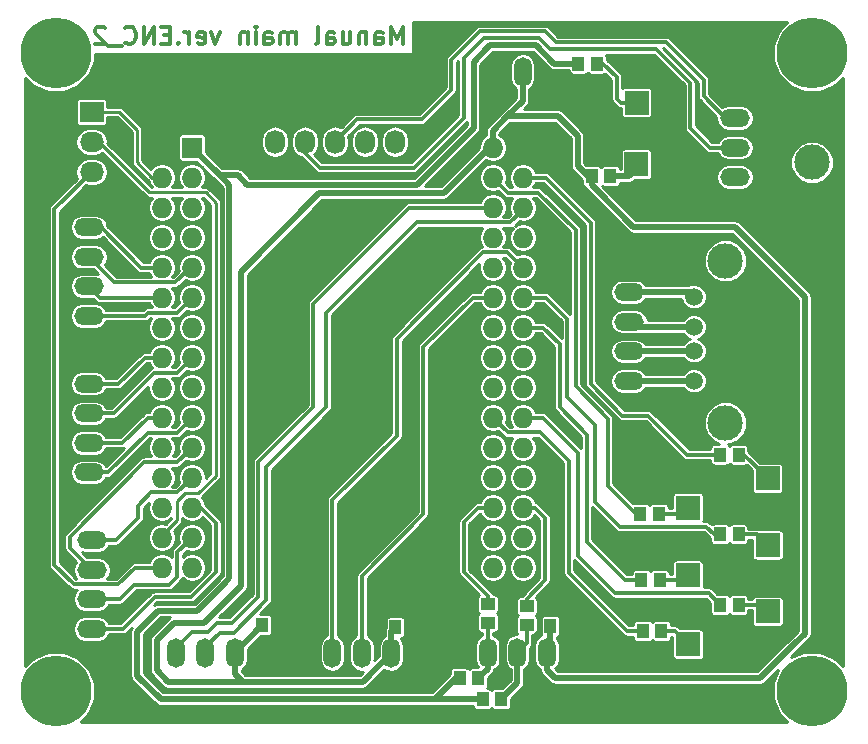
<source format=gbr>
G04 #@! TF.FileFunction,Copper,L2,Bot,Signal*
%FSLAX46Y46*%
G04 Gerber Fmt 4.6, Leading zero omitted, Abs format (unit mm)*
G04 Created by KiCad (PCBNEW 4.0.1-stable) date 2018/08/21 16:15:17*
%MOMM*%
G01*
G04 APERTURE LIST*
%ADD10C,0.100000*%
%ADD11C,0.300000*%
%ADD12R,1.000000X1.200000*%
%ADD13O,2.500000X1.500000*%
%ADD14O,1.500000X2.500000*%
%ADD15C,3.000000*%
%ADD16C,1.501140*%
%ADD17C,2.999740*%
%ADD18R,2.032000X1.727200*%
%ADD19O,2.032000X1.727200*%
%ADD20R,1.200000X1.000000*%
%ADD21R,2.000000X2.000000*%
%ADD22C,2.000000*%
%ADD23R,1.727200X1.727200*%
%ADD24O,1.727200X1.727200*%
%ADD25R,1.727200X2.032000*%
%ADD26O,1.727200X2.032000*%
%ADD27C,6.000000*%
%ADD28C,0.500000*%
%ADD29C,0.250000*%
G04 APERTURE END LIST*
D10*
D11*
X159350000Y-62258571D02*
X159350000Y-60758571D01*
X158850000Y-61830000D01*
X158350000Y-60758571D01*
X158350000Y-62258571D01*
X156992857Y-62258571D02*
X156992857Y-61472857D01*
X157064286Y-61330000D01*
X157207143Y-61258571D01*
X157492857Y-61258571D01*
X157635714Y-61330000D01*
X156992857Y-62187143D02*
X157135714Y-62258571D01*
X157492857Y-62258571D01*
X157635714Y-62187143D01*
X157707143Y-62044286D01*
X157707143Y-61901429D01*
X157635714Y-61758571D01*
X157492857Y-61687143D01*
X157135714Y-61687143D01*
X156992857Y-61615714D01*
X156278571Y-61258571D02*
X156278571Y-62258571D01*
X156278571Y-61401429D02*
X156207143Y-61330000D01*
X156064285Y-61258571D01*
X155850000Y-61258571D01*
X155707143Y-61330000D01*
X155635714Y-61472857D01*
X155635714Y-62258571D01*
X154278571Y-61258571D02*
X154278571Y-62258571D01*
X154921428Y-61258571D02*
X154921428Y-62044286D01*
X154850000Y-62187143D01*
X154707142Y-62258571D01*
X154492857Y-62258571D01*
X154350000Y-62187143D01*
X154278571Y-62115714D01*
X152921428Y-62258571D02*
X152921428Y-61472857D01*
X152992857Y-61330000D01*
X153135714Y-61258571D01*
X153421428Y-61258571D01*
X153564285Y-61330000D01*
X152921428Y-62187143D02*
X153064285Y-62258571D01*
X153421428Y-62258571D01*
X153564285Y-62187143D01*
X153635714Y-62044286D01*
X153635714Y-61901429D01*
X153564285Y-61758571D01*
X153421428Y-61687143D01*
X153064285Y-61687143D01*
X152921428Y-61615714D01*
X151992856Y-62258571D02*
X152135714Y-62187143D01*
X152207142Y-62044286D01*
X152207142Y-60758571D01*
X150278571Y-62258571D02*
X150278571Y-61258571D01*
X150278571Y-61401429D02*
X150207143Y-61330000D01*
X150064285Y-61258571D01*
X149850000Y-61258571D01*
X149707143Y-61330000D01*
X149635714Y-61472857D01*
X149635714Y-62258571D01*
X149635714Y-61472857D02*
X149564285Y-61330000D01*
X149421428Y-61258571D01*
X149207143Y-61258571D01*
X149064285Y-61330000D01*
X148992857Y-61472857D01*
X148992857Y-62258571D01*
X147635714Y-62258571D02*
X147635714Y-61472857D01*
X147707143Y-61330000D01*
X147850000Y-61258571D01*
X148135714Y-61258571D01*
X148278571Y-61330000D01*
X147635714Y-62187143D02*
X147778571Y-62258571D01*
X148135714Y-62258571D01*
X148278571Y-62187143D01*
X148350000Y-62044286D01*
X148350000Y-61901429D01*
X148278571Y-61758571D01*
X148135714Y-61687143D01*
X147778571Y-61687143D01*
X147635714Y-61615714D01*
X146921428Y-62258571D02*
X146921428Y-61258571D01*
X146921428Y-60758571D02*
X146992857Y-60830000D01*
X146921428Y-60901429D01*
X146850000Y-60830000D01*
X146921428Y-60758571D01*
X146921428Y-60901429D01*
X146207142Y-61258571D02*
X146207142Y-62258571D01*
X146207142Y-61401429D02*
X146135714Y-61330000D01*
X145992856Y-61258571D01*
X145778571Y-61258571D01*
X145635714Y-61330000D01*
X145564285Y-61472857D01*
X145564285Y-62258571D01*
X143849999Y-61258571D02*
X143492856Y-62258571D01*
X143135714Y-61258571D01*
X141992857Y-62187143D02*
X142135714Y-62258571D01*
X142421428Y-62258571D01*
X142564285Y-62187143D01*
X142635714Y-62044286D01*
X142635714Y-61472857D01*
X142564285Y-61330000D01*
X142421428Y-61258571D01*
X142135714Y-61258571D01*
X141992857Y-61330000D01*
X141921428Y-61472857D01*
X141921428Y-61615714D01*
X142635714Y-61758571D01*
X141278571Y-62258571D02*
X141278571Y-61258571D01*
X141278571Y-61544286D02*
X141207143Y-61401429D01*
X141135714Y-61330000D01*
X140992857Y-61258571D01*
X140850000Y-61258571D01*
X140350000Y-62115714D02*
X140278572Y-62187143D01*
X140350000Y-62258571D01*
X140421429Y-62187143D01*
X140350000Y-62115714D01*
X140350000Y-62258571D01*
X139635714Y-61472857D02*
X139135714Y-61472857D01*
X138921428Y-62258571D02*
X139635714Y-62258571D01*
X139635714Y-60758571D01*
X138921428Y-60758571D01*
X138278571Y-62258571D02*
X138278571Y-60758571D01*
X137421428Y-62258571D01*
X137421428Y-60758571D01*
X135849999Y-62115714D02*
X135921428Y-62187143D01*
X136135714Y-62258571D01*
X136278571Y-62258571D01*
X136492856Y-62187143D01*
X136635714Y-62044286D01*
X136707142Y-61901429D01*
X136778571Y-61615714D01*
X136778571Y-61401429D01*
X136707142Y-61115714D01*
X136635714Y-60972857D01*
X136492856Y-60830000D01*
X136278571Y-60758571D01*
X136135714Y-60758571D01*
X135921428Y-60830000D01*
X135849999Y-60901429D01*
X135564285Y-62401429D02*
X134421428Y-62401429D01*
X134135714Y-60901429D02*
X134064285Y-60830000D01*
X133921428Y-60758571D01*
X133564285Y-60758571D01*
X133421428Y-60830000D01*
X133349999Y-60901429D01*
X133278571Y-61044286D01*
X133278571Y-61187143D01*
X133349999Y-61401429D01*
X134207142Y-62258571D01*
X133278571Y-62258571D01*
D12*
X147470000Y-111430000D03*
X149350000Y-111430000D03*
X158730000Y-111620000D03*
X160610000Y-111620000D03*
X171850000Y-111510000D03*
X173730000Y-111510000D03*
D13*
X132750000Y-98500000D03*
X132750000Y-96000000D03*
X132750000Y-93500000D03*
X132750000Y-91000000D03*
X133000000Y-111750000D03*
X133000000Y-109250000D03*
X133000000Y-106750000D03*
X133000000Y-104250000D03*
X132750000Y-85250000D03*
X132750000Y-82750000D03*
X132750000Y-80250000D03*
X132750000Y-77750000D03*
D14*
X140140000Y-113790000D03*
X142640000Y-113790000D03*
X145140000Y-113790000D03*
X147640000Y-113790000D03*
X153390000Y-113790000D03*
X155890000Y-113790000D03*
X158390000Y-113790000D03*
X160890000Y-113790000D03*
X166550000Y-113760000D03*
X169050000Y-113760000D03*
X171550000Y-113760000D03*
X174050000Y-113760000D03*
D13*
X187500000Y-76000000D03*
X187500000Y-73500000D03*
X187500000Y-71000000D03*
X187500000Y-68500000D03*
D15*
X194000000Y-72250000D03*
D14*
X169500000Y-64600000D03*
X167000000Y-64600000D03*
D16*
X183997880Y-83637140D03*
X183997880Y-86177140D03*
X183997880Y-88209140D03*
X183997880Y-90749140D03*
D17*
X186664880Y-80589140D03*
X186664880Y-94305140D03*
D18*
X133000000Y-68000000D03*
D19*
X133000000Y-70540000D03*
X133000000Y-73080000D03*
D13*
X178500000Y-83250000D03*
X178500000Y-85750000D03*
X178500000Y-88250000D03*
X178500000Y-90750000D03*
D20*
X166550000Y-111230000D03*
X166550000Y-109670000D03*
X169830000Y-111400000D03*
X169830000Y-109840000D03*
D12*
X165740000Y-115930000D03*
X164180000Y-115930000D03*
X167670000Y-117710000D03*
X166110000Y-117710000D03*
X175350000Y-73400000D03*
X176910000Y-73400000D03*
X174220000Y-63900000D03*
X175780000Y-63900000D03*
D21*
X179130000Y-72400000D03*
D22*
X179130000Y-69860000D03*
D21*
X179150000Y-67210000D03*
D22*
X179150000Y-64670000D03*
D21*
X190250000Y-99000000D03*
D22*
X190250000Y-101540000D03*
D21*
X183500000Y-101500000D03*
D22*
X183500000Y-98960000D03*
D21*
X190260000Y-104650000D03*
D22*
X190260000Y-107190000D03*
D21*
X183490000Y-107210000D03*
D22*
X183490000Y-104670000D03*
D21*
X190260000Y-110260000D03*
D22*
X190260000Y-112800000D03*
D21*
X183510000Y-113050000D03*
D22*
X183510000Y-110510000D03*
D23*
X141500000Y-71000000D03*
D24*
X138960000Y-71000000D03*
X141500000Y-73540000D03*
X138960000Y-73540000D03*
X141500000Y-76080000D03*
X138960000Y-76080000D03*
X141500000Y-78620000D03*
X138960000Y-78620000D03*
X141500000Y-81160000D03*
X138960000Y-81160000D03*
X141500000Y-83700000D03*
X138960000Y-83700000D03*
X141500000Y-86240000D03*
X138960000Y-86240000D03*
X141500000Y-88780000D03*
X138960000Y-88780000D03*
X141500000Y-91320000D03*
X138960000Y-91320000D03*
X141500000Y-93860000D03*
X138960000Y-93860000D03*
X141500000Y-96400000D03*
X138960000Y-96400000D03*
X141500000Y-98940000D03*
X138960000Y-98940000D03*
X141500000Y-101480000D03*
X138960000Y-101480000D03*
X141500000Y-104020000D03*
X138960000Y-104020000D03*
X141500000Y-106560000D03*
X138960000Y-106560000D03*
D23*
X169500000Y-71000000D03*
D24*
X166960000Y-71000000D03*
X169500000Y-73540000D03*
X166960000Y-73540000D03*
X169500000Y-76080000D03*
X166960000Y-76080000D03*
X169500000Y-78620000D03*
X166960000Y-78620000D03*
X169500000Y-81160000D03*
X166960000Y-81160000D03*
X169500000Y-83700000D03*
X166960000Y-83700000D03*
X169500000Y-86240000D03*
X166960000Y-86240000D03*
X169500000Y-88780000D03*
X166960000Y-88780000D03*
X169500000Y-91320000D03*
X166960000Y-91320000D03*
X169500000Y-93860000D03*
X166960000Y-93860000D03*
X169500000Y-96400000D03*
X166960000Y-96400000D03*
X169500000Y-98940000D03*
X166960000Y-98940000D03*
X169500000Y-101480000D03*
X166960000Y-101480000D03*
X169500000Y-104020000D03*
X166960000Y-104020000D03*
X169500000Y-106560000D03*
X166960000Y-106560000D03*
D25*
X146000000Y-70500000D03*
D26*
X148540000Y-70500000D03*
X151080000Y-70500000D03*
X153620000Y-70500000D03*
X156160000Y-70500000D03*
X158700000Y-70500000D03*
D12*
X186220000Y-97000000D03*
X187780000Y-97000000D03*
X179470000Y-102000000D03*
X181030000Y-102000000D03*
X186220000Y-103750000D03*
X187780000Y-103750000D03*
X179550000Y-107580000D03*
X181110000Y-107580000D03*
X186220000Y-109720000D03*
X187780000Y-109720000D03*
X179680000Y-111930000D03*
X181240000Y-111930000D03*
D27*
X194000000Y-63000000D03*
X130000000Y-63000000D03*
X130000000Y-117000000D03*
X194000000Y-117000000D03*
D28*
X192560000Y-112990000D02*
X193400000Y-112150000D01*
X193400000Y-83670000D02*
X192560000Y-82830000D01*
X193400000Y-112150000D02*
X193400000Y-83670000D01*
X145790000Y-116230000D02*
X139460000Y-116230000D01*
X162814998Y-74855002D02*
X159710000Y-74855002D01*
X162814998Y-74855002D02*
X166670000Y-71000000D01*
X152294998Y-74855002D02*
X159710000Y-74855002D01*
X145630000Y-81520000D02*
X152294998Y-74855002D01*
X145630000Y-108130000D02*
X145630000Y-81520000D01*
X142540000Y-111220000D02*
X145630000Y-108130000D01*
X139960000Y-111220000D02*
X142540000Y-111220000D01*
X138500000Y-112680000D02*
X139960000Y-111220000D01*
X138500000Y-115270000D02*
X138500000Y-112680000D01*
X139460000Y-116230000D02*
X138500000Y-115270000D01*
X145140000Y-113790000D02*
X145140000Y-113760000D01*
X145140000Y-113760000D02*
X147470000Y-111430000D01*
X145140000Y-113790000D02*
X145140000Y-113180000D01*
X166960000Y-71000000D02*
X166670000Y-71000000D01*
X145140000Y-113790000D02*
X145140000Y-115580000D01*
X155950000Y-116230000D02*
X158390000Y-113790000D01*
X145790000Y-116230000D02*
X155950000Y-116230000D01*
X145140000Y-115580000D02*
X145790000Y-116230000D01*
X158390000Y-113790000D02*
X158390000Y-111960000D01*
X158390000Y-111960000D02*
X158730000Y-111620000D01*
X175350000Y-73400000D02*
X175350000Y-74200000D01*
X175350000Y-74200000D02*
X175870000Y-74720000D01*
X171550000Y-113760000D02*
X171550000Y-115220000D01*
X171550000Y-115220000D02*
X172260000Y-115930000D01*
X172260000Y-115930000D02*
X189620000Y-115930000D01*
X189620000Y-115930000D02*
X192560000Y-112990000D01*
X192560000Y-82830000D02*
X187460000Y-77730000D01*
X187460000Y-77730000D02*
X178880000Y-77730000D01*
X178880000Y-77730000D02*
X175870000Y-74720000D01*
X175430000Y-73400000D02*
X175350000Y-73400000D01*
X171850000Y-111510000D02*
X171850000Y-113460000D01*
X171850000Y-113460000D02*
X171550000Y-113760000D01*
X175350000Y-73400000D02*
X175010000Y-73400000D01*
X175010000Y-73400000D02*
X174150000Y-72540000D01*
X174150000Y-72540000D02*
X174150000Y-69990000D01*
X174150000Y-69990000D02*
X172510000Y-68350000D01*
X172510000Y-68350000D02*
X168210000Y-68350000D01*
X166960000Y-71000000D02*
X166960000Y-69600000D01*
X169500000Y-67060000D02*
X169500000Y-64600000D01*
X166960000Y-69600000D02*
X168210000Y-68350000D01*
X168210000Y-68350000D02*
X169500000Y-67060000D01*
X179130000Y-72400000D02*
X179130000Y-72780000D01*
X179130000Y-72780000D02*
X178510000Y-73400000D01*
X178510000Y-73400000D02*
X176910000Y-73400000D01*
D11*
X175780000Y-63900000D02*
X176310000Y-63900000D01*
X177790000Y-67210000D02*
X179150000Y-67210000D01*
X177470000Y-66890000D02*
X177790000Y-67210000D01*
X177470000Y-65060000D02*
X177470000Y-66890000D01*
X176310000Y-63900000D02*
X177470000Y-65060000D01*
D28*
X172640000Y-63900000D02*
X172171470Y-63900000D01*
X170601472Y-62330002D02*
X170030000Y-62330002D01*
X172171470Y-63900000D02*
X170601472Y-62330002D01*
X166759998Y-62330002D02*
X166480000Y-62610000D01*
X145375000Y-73335000D02*
X146195000Y-74155000D01*
X165350000Y-69070000D02*
X165350000Y-69370000D01*
X165350000Y-69070000D02*
X165350000Y-63740000D01*
X165350000Y-63740000D02*
X166480000Y-62610000D01*
X165350000Y-69370000D02*
X160565000Y-74155000D01*
X160565000Y-74155000D02*
X146195000Y-74155000D01*
X143835000Y-73335000D02*
X145375000Y-73335000D01*
X170030000Y-62330002D02*
X166759998Y-62330002D01*
X144665000Y-107485000D02*
X144665000Y-74165000D01*
X144665000Y-74165000D02*
X143835000Y-73335000D01*
X141600000Y-117710000D02*
X138840000Y-117710000D01*
X138640000Y-110200000D02*
X141960000Y-110200000D01*
X136850000Y-111990000D02*
X138640000Y-110200000D01*
X136850000Y-115720000D02*
X136850000Y-111990000D01*
X138840000Y-117710000D02*
X136850000Y-115720000D01*
X144280000Y-107880000D02*
X144280000Y-107870000D01*
X144280000Y-107870000D02*
X144665000Y-107485000D01*
X141960000Y-110200000D02*
X144280000Y-107880000D01*
X143835000Y-73335000D02*
X141500000Y-71000000D01*
X164180000Y-115930000D02*
X163830000Y-115930000D01*
X163830000Y-115930000D02*
X162050000Y-117710000D01*
X162050000Y-117710000D02*
X141600000Y-117710000D01*
X163090000Y-117710000D02*
X141600000Y-117710000D01*
X163090000Y-117710000D02*
X166110000Y-117710000D01*
X172640000Y-63900000D02*
X174220000Y-63900000D01*
D29*
X138960000Y-73540000D02*
X138160000Y-73540000D01*
X138160000Y-73540000D02*
X136860000Y-72240000D01*
X136860000Y-72240000D02*
X136860000Y-69500000D01*
X136860000Y-69500000D02*
X135360000Y-68000000D01*
X135360000Y-68000000D02*
X133000000Y-68000000D01*
D11*
X138960000Y-81160000D02*
X137210000Y-81160000D01*
X137210000Y-81160000D02*
X133800000Y-77750000D01*
X133800000Y-77750000D02*
X132750000Y-77750000D01*
X141500000Y-81160000D02*
X141350000Y-81160000D01*
X141350000Y-81160000D02*
X140090000Y-82420000D01*
X140090000Y-82420000D02*
X134920000Y-82420000D01*
X134920000Y-82420000D02*
X132750000Y-80250000D01*
X138960000Y-83700000D02*
X133700000Y-83700000D01*
X133700000Y-83700000D02*
X132750000Y-82750000D01*
X132750000Y-85250000D02*
X137550000Y-85250000D01*
X140220000Y-84980000D02*
X141500000Y-83700000D01*
X137820000Y-84980000D02*
X140220000Y-84980000D01*
X137550000Y-85250000D02*
X137820000Y-84980000D01*
X138960000Y-88780000D02*
X137500000Y-88780000D01*
X135280000Y-91000000D02*
X132750000Y-91000000D01*
X137500000Y-88780000D02*
X135280000Y-91000000D01*
X132750000Y-93500000D02*
X134870000Y-93500000D01*
X140230000Y-90050000D02*
X141500000Y-88780000D01*
X138320000Y-90050000D02*
X140230000Y-90050000D01*
X134870000Y-93500000D02*
X138320000Y-90050000D01*
X138960000Y-93860000D02*
X137750000Y-93860000D01*
X135610000Y-96000000D02*
X132750000Y-96000000D01*
X137750000Y-93860000D02*
X135610000Y-96000000D01*
X132750000Y-98500000D02*
X134380000Y-98500000D01*
X140230000Y-95130000D02*
X141500000Y-93860000D01*
X137750000Y-95130000D02*
X140230000Y-95130000D01*
X134380000Y-98500000D02*
X137750000Y-95130000D01*
X141500000Y-96400000D02*
X141480000Y-96400000D01*
X141480000Y-96400000D02*
X140260000Y-97620000D01*
X140260000Y-97620000D02*
X137470000Y-97620000D01*
X137470000Y-97620000D02*
X131150000Y-103940000D01*
X131150000Y-103940000D02*
X131150000Y-104900000D01*
X131150000Y-104900000D02*
X133000000Y-106750000D01*
X133000000Y-104250000D02*
X135090000Y-104250000D01*
X140240000Y-100200000D02*
X141500000Y-98940000D01*
X138050000Y-100200000D02*
X140240000Y-100200000D01*
X136940000Y-101310000D02*
X138050000Y-100200000D01*
X136940000Y-102400000D02*
X136940000Y-101310000D01*
X135090000Y-104250000D02*
X136940000Y-102400000D01*
X141500000Y-101480000D02*
X142250000Y-101480000D01*
X142250000Y-101480000D02*
X143530000Y-102760000D01*
X143530000Y-102760000D02*
X143530000Y-106960000D01*
X143530000Y-106960000D02*
X141450000Y-109040000D01*
X141450000Y-109040000D02*
X138340000Y-109040000D01*
X138340000Y-109040000D02*
X135630000Y-111750000D01*
X135630000Y-111750000D02*
X133000000Y-111750000D01*
D29*
X138960000Y-104020000D02*
X138960000Y-103810000D01*
X138960000Y-103810000D02*
X140250000Y-102520000D01*
X142040000Y-100260000D02*
X143520000Y-98780000D01*
X140950000Y-100260000D02*
X142040000Y-100260000D01*
X140250000Y-100960000D02*
X140950000Y-100260000D01*
X140250000Y-102520000D02*
X140250000Y-100960000D01*
X133000000Y-70540000D02*
X133630000Y-70540000D01*
X133630000Y-70540000D02*
X137890000Y-74800000D01*
X137890000Y-74800000D02*
X142660000Y-74800000D01*
X142660000Y-74800000D02*
X143520000Y-75660000D01*
X143520000Y-75660000D02*
X143520000Y-98780000D01*
D11*
X133000000Y-109250000D02*
X135390000Y-109250000D01*
X140260000Y-105260000D02*
X141500000Y-104020000D01*
X140260000Y-107320000D02*
X140260000Y-105260000D01*
X139570000Y-108010000D02*
X140260000Y-107320000D01*
X136630000Y-108010000D02*
X139570000Y-108010000D01*
X135390000Y-109250000D02*
X136630000Y-108010000D01*
X131950000Y-107970000D02*
X131500000Y-107970000D01*
X136650000Y-106560000D02*
X135240000Y-107970000D01*
X135240000Y-107970000D02*
X131950000Y-107970000D01*
X138960000Y-106560000D02*
X136650000Y-106560000D01*
X129840000Y-76240000D02*
X133000000Y-73080000D01*
X129840000Y-106310000D02*
X129840000Y-76240000D01*
X131500000Y-107970000D02*
X129840000Y-106310000D01*
X179470000Y-102000000D02*
X179090000Y-102000000D01*
X179090000Y-102000000D02*
X176710000Y-99620000D01*
X176710000Y-99620000D02*
X176710000Y-93950000D01*
X176710000Y-93950000D02*
X173980000Y-91220000D01*
X173980000Y-91220000D02*
X173980000Y-77970000D01*
X173980000Y-77970000D02*
X170820000Y-74810000D01*
X170820000Y-74810000D02*
X168230000Y-74810000D01*
X168230000Y-74810000D02*
X166960000Y-73540000D01*
X169500000Y-73540000D02*
X171440000Y-73540000D01*
X183450000Y-97000000D02*
X186220000Y-97000000D01*
X180140000Y-93690000D02*
X183450000Y-97000000D01*
X177950000Y-93690000D02*
X180140000Y-93690000D01*
X175260000Y-91000000D02*
X177950000Y-93690000D01*
X175260000Y-77360000D02*
X175260000Y-91000000D01*
X171440000Y-73540000D02*
X175260000Y-77360000D01*
X147105000Y-97625000D02*
X147105000Y-109015000D01*
X144870000Y-111250000D02*
X143660000Y-111250000D01*
X147105000Y-109015000D02*
X144870000Y-111250000D01*
X142900000Y-112010000D02*
X141480000Y-112010000D01*
X143660000Y-111250000D02*
X142900000Y-112010000D01*
X140140000Y-113790000D02*
X140140000Y-113350000D01*
X140140000Y-113350000D02*
X141480000Y-112010000D01*
X147105000Y-97625000D02*
X151770000Y-92960000D01*
X151770000Y-92960000D02*
X151770000Y-84210000D01*
X151770000Y-84210000D02*
X159900000Y-76080000D01*
X159900000Y-76080000D02*
X166960000Y-76080000D01*
X143880000Y-112070000D02*
X145050000Y-112070000D01*
X147780000Y-109340000D02*
X147780000Y-98090000D01*
X145050000Y-112070000D02*
X147780000Y-109340000D01*
X142640000Y-113790000D02*
X142640000Y-113310000D01*
X142640000Y-113310000D02*
X143880000Y-112070000D01*
X169500000Y-76080000D02*
X169500000Y-76310000D01*
X169500000Y-76310000D02*
X168470000Y-77340000D01*
X152890000Y-92980000D02*
X147780000Y-98090000D01*
X152890000Y-85010000D02*
X152890000Y-92980000D01*
X160560000Y-77340000D02*
X152890000Y-85010000D01*
X168470000Y-77340000D02*
X160560000Y-77340000D01*
X169500000Y-81160000D02*
X169500000Y-81170000D01*
X169500000Y-81170000D02*
X168210000Y-79880000D01*
X168210000Y-79880000D02*
X166160000Y-79880000D01*
X166160000Y-79880000D02*
X158860000Y-87180000D01*
X158860000Y-87180000D02*
X158860000Y-95400000D01*
X158860000Y-95400000D02*
X153390000Y-100870000D01*
X153390000Y-100870000D02*
X153390000Y-113790000D01*
X161090000Y-93790000D02*
X161090000Y-87890000D01*
X155890000Y-107250000D02*
X161090000Y-102050000D01*
X161090000Y-102050000D02*
X161090000Y-93790000D01*
X155890000Y-113790000D02*
X155890000Y-107250000D01*
X165280000Y-83700000D02*
X166960000Y-83700000D01*
X161090000Y-87890000D02*
X165280000Y-83700000D01*
X186220000Y-103750000D02*
X185700000Y-103750000D01*
X177760000Y-103100000D02*
X175630000Y-100970000D01*
X185050000Y-103100000D02*
X177760000Y-103100000D01*
X185700000Y-103750000D02*
X185050000Y-103100000D01*
X171460000Y-83700000D02*
X169500000Y-83700000D01*
X173280000Y-85520000D02*
X171460000Y-83700000D01*
X173280000Y-92140000D02*
X173280000Y-85520000D01*
X175630000Y-94490000D02*
X173280000Y-92140000D01*
X175630000Y-100970000D02*
X175630000Y-94490000D01*
X179550000Y-107580000D02*
X178140000Y-107580000D01*
X178140000Y-107580000D02*
X174930000Y-104370000D01*
X174930000Y-104370000D02*
X174930000Y-95300000D01*
X174930000Y-95300000D02*
X172640000Y-93010000D01*
X172640000Y-93010000D02*
X172640000Y-87670000D01*
X172640000Y-87670000D02*
X171210000Y-86240000D01*
X171210000Y-86240000D02*
X169500000Y-86240000D01*
X179680000Y-111930000D02*
X178340000Y-111930000D01*
X178340000Y-111930000D02*
X178000000Y-111590000D01*
X168220000Y-95120000D02*
X166960000Y-93860000D01*
X170980000Y-95120000D02*
X168220000Y-95120000D01*
X173400000Y-97540000D02*
X170980000Y-95120000D01*
X173400000Y-106990000D02*
X173400000Y-97540000D01*
X178000000Y-111590000D02*
X173400000Y-106990000D01*
X186220000Y-109720000D02*
X186220000Y-109690000D01*
X186220000Y-109690000D02*
X185240000Y-108710000D01*
X185240000Y-108710000D02*
X177320000Y-108710000D01*
X177320000Y-108710000D02*
X174210000Y-105600000D01*
X171200000Y-93860000D02*
X169500000Y-93860000D01*
X174210000Y-96870000D02*
X171200000Y-93860000D01*
X174210000Y-105600000D02*
X174210000Y-96870000D01*
X166960000Y-101480000D02*
X165730000Y-101480000D01*
X166550000Y-108960000D02*
X166550000Y-109670000D01*
X164520000Y-106930000D02*
X166550000Y-108960000D01*
X164520000Y-102690000D02*
X164520000Y-106930000D01*
X165730000Y-101480000D02*
X164520000Y-102690000D01*
X169500000Y-101480000D02*
X170550000Y-101480000D01*
X169830000Y-109210000D02*
X169830000Y-109840000D01*
X171400000Y-107640000D02*
X169830000Y-109210000D01*
X171400000Y-102330000D02*
X171400000Y-107640000D01*
X170550000Y-101480000D02*
X171400000Y-102330000D01*
X166550000Y-111230000D02*
X166550000Y-113760000D01*
D28*
X166550000Y-113760000D02*
X166550000Y-115120000D01*
X166550000Y-115120000D02*
X165740000Y-115930000D01*
D11*
X169830000Y-111400000D02*
X169830000Y-112980000D01*
X169830000Y-112980000D02*
X169050000Y-113760000D01*
D28*
X169050000Y-113760000D02*
X169050000Y-116330000D01*
X169050000Y-116330000D02*
X167670000Y-117710000D01*
D11*
X151080000Y-70500000D02*
X151080000Y-71450000D01*
X151080000Y-71450000D02*
X152330000Y-72700000D01*
X152330000Y-72700000D02*
X160260000Y-72700000D01*
X160260000Y-72700000D02*
X164500000Y-68460000D01*
X164500000Y-68460000D02*
X164500000Y-63460000D01*
X164500000Y-63460000D02*
X166230000Y-61730000D01*
X166230000Y-61730000D02*
X170850000Y-61730000D01*
X170850000Y-61730000D02*
X171790000Y-62670000D01*
X171790000Y-62670000D02*
X180820000Y-62670000D01*
X180820000Y-62670000D02*
X183680000Y-65530000D01*
X183680000Y-65530000D02*
X183680000Y-69310000D01*
X183680000Y-69310000D02*
X185370000Y-71000000D01*
X185370000Y-71000000D02*
X187500000Y-71000000D01*
X187500000Y-68500000D02*
X186650000Y-68500000D01*
X186650000Y-68500000D02*
X184820000Y-66670000D01*
X184820000Y-66670000D02*
X184820000Y-65300000D01*
X184820000Y-65300000D02*
X181600000Y-62080000D01*
X181600000Y-62080000D02*
X172300000Y-62080000D01*
X172300000Y-62080000D02*
X171380000Y-61160000D01*
X171380000Y-61160000D02*
X165880000Y-61160000D01*
X165880000Y-61160000D02*
X163450000Y-63590000D01*
X163450000Y-63590000D02*
X163450000Y-66110000D01*
X163450000Y-66110000D02*
X160940000Y-68620000D01*
X160940000Y-68620000D02*
X155500000Y-68620000D01*
X155500000Y-68620000D02*
X153620000Y-70500000D01*
D28*
X178500000Y-83250000D02*
X183610740Y-83250000D01*
X183610740Y-83250000D02*
X183997880Y-83637140D01*
X183997880Y-86177140D02*
X178927140Y-86177140D01*
X178927140Y-86177140D02*
X178500000Y-85750000D01*
X178500000Y-88250000D02*
X183957020Y-88250000D01*
X183957020Y-88250000D02*
X183997880Y-88209140D01*
X178500000Y-90750000D02*
X183997020Y-90750000D01*
X183997020Y-90750000D02*
X183997880Y-90749140D01*
D11*
X187780000Y-97000000D02*
X188250000Y-97000000D01*
X188250000Y-97000000D02*
X190250000Y-99000000D01*
X181030000Y-102000000D02*
X183000000Y-102000000D01*
X183000000Y-102000000D02*
X183500000Y-101500000D01*
X187780000Y-103750000D02*
X189360000Y-103750000D01*
X189360000Y-103750000D02*
X190260000Y-104650000D01*
X181110000Y-107580000D02*
X183120000Y-107580000D01*
X183120000Y-107580000D02*
X183490000Y-107210000D01*
X187780000Y-109720000D02*
X189720000Y-109720000D01*
X189720000Y-109720000D02*
X190260000Y-110260000D01*
X181240000Y-111930000D02*
X182390000Y-111930000D01*
X182390000Y-111930000D02*
X183510000Y-113050000D01*
D29*
G36*
X191182845Y-61114079D02*
X190675578Y-62335715D01*
X190674424Y-63658482D01*
X191179558Y-64881001D01*
X192114079Y-65817155D01*
X193335715Y-66324422D01*
X194658482Y-66325576D01*
X195881001Y-65820442D01*
X196600000Y-65102697D01*
X196600000Y-114898172D01*
X195885921Y-114182845D01*
X194664285Y-113675578D01*
X193341518Y-113674424D01*
X192229112Y-114134060D01*
X192966586Y-113396586D01*
X193806586Y-112556587D01*
X193931231Y-112370043D01*
X193938150Y-112335260D01*
X193975000Y-112150000D01*
X193975000Y-83670000D01*
X193931231Y-83449957D01*
X193806586Y-83263413D01*
X192966588Y-82423416D01*
X192966586Y-82423413D01*
X187866586Y-77323414D01*
X187680043Y-77198769D01*
X187460000Y-77155000D01*
X179118173Y-77155000D01*
X176276586Y-74313414D01*
X176241147Y-74277975D01*
X176281080Y-74305260D01*
X176410000Y-74331367D01*
X177410000Y-74331367D01*
X177530438Y-74308705D01*
X177641053Y-74237526D01*
X177715260Y-74128920D01*
X177741367Y-74000000D01*
X177741367Y-73975000D01*
X178510000Y-73975000D01*
X178730043Y-73931231D01*
X178916586Y-73806586D01*
X178991805Y-73731367D01*
X180130000Y-73731367D01*
X180250438Y-73708705D01*
X180361053Y-73637526D01*
X180435260Y-73528920D01*
X180441116Y-73500000D01*
X185894144Y-73500000D01*
X185975974Y-73911385D01*
X186209004Y-74260140D01*
X186557759Y-74493170D01*
X186969144Y-74575000D01*
X188030856Y-74575000D01*
X188442241Y-74493170D01*
X188790996Y-74260140D01*
X189024026Y-73911385D01*
X189105856Y-73500000D01*
X189024026Y-73088615D01*
X188790996Y-72739860D01*
X188598775Y-72611422D01*
X192174684Y-72611422D01*
X192451938Y-73282429D01*
X192964871Y-73796258D01*
X193635392Y-74074683D01*
X194361422Y-74075316D01*
X195032429Y-73798062D01*
X195546258Y-73285129D01*
X195824683Y-72614608D01*
X195825316Y-71888578D01*
X195548062Y-71217571D01*
X195035129Y-70703742D01*
X194364608Y-70425317D01*
X193638578Y-70424684D01*
X192967571Y-70701938D01*
X192453742Y-71214871D01*
X192175317Y-71885392D01*
X192174684Y-72611422D01*
X188598775Y-72611422D01*
X188442241Y-72506830D01*
X188030856Y-72425000D01*
X186969144Y-72425000D01*
X186557759Y-72506830D01*
X186209004Y-72739860D01*
X185975974Y-73088615D01*
X185894144Y-73500000D01*
X180441116Y-73500000D01*
X180461367Y-73400000D01*
X180461367Y-71400000D01*
X180438705Y-71279562D01*
X180367526Y-71168947D01*
X180258920Y-71094740D01*
X180130000Y-71068633D01*
X178130000Y-71068633D01*
X178009562Y-71091295D01*
X177898947Y-71162474D01*
X177824740Y-71271080D01*
X177798633Y-71400000D01*
X177798633Y-72825000D01*
X177741367Y-72825000D01*
X177741367Y-72800000D01*
X177718705Y-72679562D01*
X177647526Y-72568947D01*
X177538920Y-72494740D01*
X177410000Y-72468633D01*
X176410000Y-72468633D01*
X176289562Y-72491295D01*
X176178947Y-72562474D01*
X176129721Y-72634519D01*
X176087526Y-72568947D01*
X175978920Y-72494740D01*
X175850000Y-72468633D01*
X174891805Y-72468633D01*
X174725000Y-72301828D01*
X174725000Y-69990000D01*
X174681231Y-69769957D01*
X174615916Y-69672207D01*
X174556586Y-69583413D01*
X172916586Y-67943414D01*
X172730043Y-67818769D01*
X172510000Y-67775000D01*
X169598173Y-67775000D01*
X169906586Y-67466587D01*
X170031231Y-67280043D01*
X170045163Y-67210000D01*
X170075000Y-67060000D01*
X170075000Y-66014702D01*
X170260140Y-65890996D01*
X170493170Y-65542241D01*
X170575000Y-65130856D01*
X170575000Y-64069144D01*
X170493170Y-63657759D01*
X170260140Y-63309004D01*
X169911385Y-63075974D01*
X169500000Y-62994144D01*
X169088615Y-63075974D01*
X168739860Y-63309004D01*
X168506830Y-63657759D01*
X168425000Y-64069144D01*
X168425000Y-65130856D01*
X168506830Y-65542241D01*
X168739860Y-65890996D01*
X168925000Y-66014702D01*
X168925000Y-66821827D01*
X167803414Y-67943414D01*
X166553414Y-69193414D01*
X166428769Y-69379957D01*
X166385000Y-69600000D01*
X166385000Y-69958867D01*
X166119533Y-70136247D01*
X165861877Y-70521856D01*
X165771400Y-70976714D01*
X165771400Y-71023286D01*
X165781710Y-71075118D01*
X162576826Y-74280002D01*
X161253170Y-74280002D01*
X165756586Y-69776586D01*
X165881231Y-69590043D01*
X165925000Y-69370000D01*
X165925000Y-63978172D01*
X166886586Y-63016587D01*
X166886588Y-63016584D01*
X166998170Y-62905002D01*
X170363300Y-62905002D01*
X171764883Y-64306586D01*
X171951427Y-64431231D01*
X172171470Y-64475000D01*
X173388633Y-64475000D01*
X173388633Y-64500000D01*
X173411295Y-64620438D01*
X173482474Y-64731053D01*
X173591080Y-64805260D01*
X173720000Y-64831367D01*
X174720000Y-64831367D01*
X174840438Y-64808705D01*
X174951053Y-64737526D01*
X175000279Y-64665481D01*
X175042474Y-64731053D01*
X175151080Y-64805260D01*
X175280000Y-64831367D01*
X176280000Y-64831367D01*
X176400438Y-64808705D01*
X176489587Y-64751339D01*
X176995000Y-65256752D01*
X176995000Y-66890000D01*
X177031157Y-67071775D01*
X177134124Y-67225876D01*
X177454122Y-67545873D01*
X177454124Y-67545876D01*
X177608225Y-67648843D01*
X177790000Y-67685000D01*
X177818633Y-67685000D01*
X177818633Y-68210000D01*
X177841295Y-68330438D01*
X177912474Y-68441053D01*
X178021080Y-68515260D01*
X178150000Y-68541367D01*
X180150000Y-68541367D01*
X180270438Y-68518705D01*
X180381053Y-68447526D01*
X180455260Y-68338920D01*
X180481367Y-68210000D01*
X180481367Y-66210000D01*
X180458705Y-66089562D01*
X180387526Y-65978947D01*
X180278920Y-65904740D01*
X180150000Y-65878633D01*
X178150000Y-65878633D01*
X178029562Y-65901295D01*
X177945000Y-65955709D01*
X177945000Y-65060005D01*
X177945001Y-65060000D01*
X177908843Y-64878226D01*
X177908843Y-64878225D01*
X177805876Y-64724124D01*
X176645876Y-63564124D01*
X176611367Y-63541066D01*
X176611367Y-63300000D01*
X176588705Y-63179562D01*
X176566465Y-63145000D01*
X180623248Y-63145000D01*
X183205000Y-65726752D01*
X183205000Y-69310000D01*
X183241157Y-69491775D01*
X183344124Y-69645876D01*
X185034124Y-71335876D01*
X185188225Y-71438843D01*
X185370000Y-71475000D01*
X186018480Y-71475000D01*
X186209004Y-71760140D01*
X186557759Y-71993170D01*
X186969144Y-72075000D01*
X188030856Y-72075000D01*
X188442241Y-71993170D01*
X188790996Y-71760140D01*
X189024026Y-71411385D01*
X189105856Y-71000000D01*
X189024026Y-70588615D01*
X188790996Y-70239860D01*
X188442241Y-70006830D01*
X188030856Y-69925000D01*
X186969144Y-69925000D01*
X186557759Y-70006830D01*
X186209004Y-70239860D01*
X186018480Y-70525000D01*
X185566752Y-70525000D01*
X184155000Y-69113248D01*
X184155000Y-65530005D01*
X184155001Y-65530000D01*
X184118843Y-65348226D01*
X184118843Y-65348225D01*
X184015876Y-65194124D01*
X181376752Y-62555000D01*
X181403248Y-62555000D01*
X184345000Y-65496751D01*
X184345000Y-66670000D01*
X184381157Y-66851775D01*
X184484124Y-67005876D01*
X185908098Y-68429850D01*
X185894144Y-68500000D01*
X185975974Y-68911385D01*
X186209004Y-69260140D01*
X186557759Y-69493170D01*
X186969144Y-69575000D01*
X188030856Y-69575000D01*
X188442241Y-69493170D01*
X188790996Y-69260140D01*
X189024026Y-68911385D01*
X189105856Y-68500000D01*
X189024026Y-68088615D01*
X188790996Y-67739860D01*
X188442241Y-67506830D01*
X188030856Y-67425000D01*
X186969144Y-67425000D01*
X186557759Y-67506830D01*
X186420377Y-67598625D01*
X185295000Y-66473248D01*
X185295000Y-65300005D01*
X185295001Y-65300000D01*
X185258843Y-65118226D01*
X185258843Y-65118225D01*
X185155876Y-64964124D01*
X185155873Y-64964122D01*
X181935876Y-61744124D01*
X181781775Y-61641157D01*
X181600000Y-61605000D01*
X172496751Y-61605000D01*
X171715876Y-60824124D01*
X171561775Y-60721157D01*
X171380000Y-60685000D01*
X165880000Y-60685000D01*
X165698225Y-60721157D01*
X165544124Y-60824124D01*
X163114124Y-63254124D01*
X163011157Y-63408225D01*
X162975000Y-63590000D01*
X162975000Y-65913248D01*
X160743248Y-68145000D01*
X155500000Y-68145000D01*
X155318225Y-68181157D01*
X155164124Y-68284124D01*
X155164122Y-68284127D01*
X154164888Y-69283361D01*
X154074858Y-69223205D01*
X153620000Y-69132728D01*
X153165142Y-69223205D01*
X152779533Y-69480861D01*
X152521877Y-69866470D01*
X152431400Y-70321328D01*
X152431400Y-70678672D01*
X152521877Y-71133530D01*
X152779533Y-71519139D01*
X153165142Y-71776795D01*
X153620000Y-71867272D01*
X154074858Y-71776795D01*
X154460467Y-71519139D01*
X154718123Y-71133530D01*
X154808600Y-70678672D01*
X154808600Y-70321328D01*
X154971400Y-70321328D01*
X154971400Y-70678672D01*
X155061877Y-71133530D01*
X155319533Y-71519139D01*
X155705142Y-71776795D01*
X156160000Y-71867272D01*
X156614858Y-71776795D01*
X157000467Y-71519139D01*
X157258123Y-71133530D01*
X157348600Y-70678672D01*
X157348600Y-70321328D01*
X157511400Y-70321328D01*
X157511400Y-70678672D01*
X157601877Y-71133530D01*
X157859533Y-71519139D01*
X158245142Y-71776795D01*
X158700000Y-71867272D01*
X159154858Y-71776795D01*
X159540467Y-71519139D01*
X159798123Y-71133530D01*
X159888600Y-70678672D01*
X159888600Y-70321328D01*
X159798123Y-69866470D01*
X159540467Y-69480861D01*
X159154858Y-69223205D01*
X158700000Y-69132728D01*
X158245142Y-69223205D01*
X157859533Y-69480861D01*
X157601877Y-69866470D01*
X157511400Y-70321328D01*
X157348600Y-70321328D01*
X157258123Y-69866470D01*
X157000467Y-69480861D01*
X156614858Y-69223205D01*
X156160000Y-69132728D01*
X155705142Y-69223205D01*
X155319533Y-69480861D01*
X155061877Y-69866470D01*
X154971400Y-70321328D01*
X154808600Y-70321328D01*
X154752493Y-70039259D01*
X155696751Y-69095000D01*
X160940000Y-69095000D01*
X161121775Y-69058843D01*
X161275876Y-68955876D01*
X163785876Y-66445876D01*
X163888843Y-66291775D01*
X163925000Y-66110000D01*
X163925000Y-63786752D01*
X164025000Y-63686752D01*
X164025000Y-68263249D01*
X160063248Y-72225000D01*
X152526752Y-72225000D01*
X151860776Y-71559024D01*
X151920467Y-71519139D01*
X152178123Y-71133530D01*
X152268600Y-70678672D01*
X152268600Y-70321328D01*
X152178123Y-69866470D01*
X151920467Y-69480861D01*
X151534858Y-69223205D01*
X151080000Y-69132728D01*
X150625142Y-69223205D01*
X150239533Y-69480861D01*
X149981877Y-69866470D01*
X149891400Y-70321328D01*
X149891400Y-70678672D01*
X149981877Y-71133530D01*
X150239533Y-71519139D01*
X150625142Y-71776795D01*
X150762332Y-71804084D01*
X151994124Y-73035876D01*
X152148225Y-73138843D01*
X152330000Y-73175000D01*
X160260000Y-73175000D01*
X160441775Y-73138843D01*
X160595876Y-73035876D01*
X164775000Y-68856751D01*
X164775000Y-69131828D01*
X160326828Y-73580000D01*
X146433172Y-73580000D01*
X145781586Y-72928414D01*
X145595043Y-72803769D01*
X145375000Y-72760000D01*
X144073173Y-72760000D01*
X142694967Y-71381795D01*
X142694967Y-70321328D01*
X147351400Y-70321328D01*
X147351400Y-70678672D01*
X147441877Y-71133530D01*
X147699533Y-71519139D01*
X148085142Y-71776795D01*
X148540000Y-71867272D01*
X148994858Y-71776795D01*
X149380467Y-71519139D01*
X149638123Y-71133530D01*
X149728600Y-70678672D01*
X149728600Y-70321328D01*
X149638123Y-69866470D01*
X149380467Y-69480861D01*
X148994858Y-69223205D01*
X148540000Y-69132728D01*
X148085142Y-69223205D01*
X147699533Y-69480861D01*
X147441877Y-69866470D01*
X147351400Y-70321328D01*
X142694967Y-70321328D01*
X142694967Y-70136400D01*
X142672305Y-70015962D01*
X142601126Y-69905347D01*
X142492520Y-69831140D01*
X142363600Y-69805033D01*
X140636400Y-69805033D01*
X140515962Y-69827695D01*
X140405347Y-69898874D01*
X140331140Y-70007480D01*
X140305033Y-70136400D01*
X140305033Y-71863600D01*
X140327695Y-71984038D01*
X140398874Y-72094653D01*
X140507480Y-72168860D01*
X140636400Y-72194967D01*
X141881795Y-72194967D01*
X143428414Y-73741587D01*
X143428417Y-73741589D01*
X144090000Y-74403173D01*
X144090000Y-107246827D01*
X143873414Y-107463414D01*
X143853279Y-107493548D01*
X141721828Y-109625000D01*
X138640000Y-109625000D01*
X138419957Y-109668769D01*
X138308529Y-109743223D01*
X138536752Y-109515000D01*
X141450000Y-109515000D01*
X141631775Y-109478843D01*
X141785876Y-109375876D01*
X143865876Y-107295876D01*
X143968843Y-107141775D01*
X144005000Y-106960000D01*
X144005000Y-102760000D01*
X143968843Y-102578225D01*
X143865876Y-102424124D01*
X143865873Y-102424122D01*
X142636490Y-101194738D01*
X142598123Y-101001856D01*
X142340467Y-100616247D01*
X142320860Y-100603146D01*
X142358198Y-100578198D01*
X143838198Y-99098198D01*
X143903812Y-99000000D01*
X143935746Y-98952208D01*
X143970000Y-98780000D01*
X143970000Y-75660000D01*
X143935746Y-75487792D01*
X143838198Y-75341802D01*
X142978198Y-74481802D01*
X142966707Y-74474124D01*
X142832208Y-74384254D01*
X142660000Y-74350000D01*
X142376384Y-74350000D01*
X142598123Y-74018144D01*
X142688600Y-73563286D01*
X142688600Y-73516714D01*
X142598123Y-73061856D01*
X142340467Y-72676247D01*
X141954858Y-72418591D01*
X141500000Y-72328114D01*
X141045142Y-72418591D01*
X140659533Y-72676247D01*
X140401877Y-73061856D01*
X140311400Y-73516714D01*
X140311400Y-73563286D01*
X140401877Y-74018144D01*
X140623616Y-74350000D01*
X139836384Y-74350000D01*
X140058123Y-74018144D01*
X140148600Y-73563286D01*
X140148600Y-73516714D01*
X140058123Y-73061856D01*
X139800467Y-72676247D01*
X139414858Y-72418591D01*
X138960000Y-72328114D01*
X138505142Y-72418591D01*
X138119533Y-72676247D01*
X138044675Y-72788279D01*
X137310000Y-72053604D01*
X137310000Y-69500000D01*
X137275746Y-69327792D01*
X137178198Y-69181802D01*
X135678198Y-67681802D01*
X135532208Y-67584254D01*
X135360000Y-67550000D01*
X134347367Y-67550000D01*
X134347367Y-67136400D01*
X134324705Y-67015962D01*
X134253526Y-66905347D01*
X134144920Y-66831140D01*
X134016000Y-66805033D01*
X131984000Y-66805033D01*
X131863562Y-66827695D01*
X131752947Y-66898874D01*
X131678740Y-67007480D01*
X131652633Y-67136400D01*
X131652633Y-68863600D01*
X131675295Y-68984038D01*
X131746474Y-69094653D01*
X131855080Y-69168860D01*
X131984000Y-69194967D01*
X134016000Y-69194967D01*
X134136438Y-69172305D01*
X134247053Y-69101126D01*
X134321260Y-68992520D01*
X134347367Y-68863600D01*
X134347367Y-68450000D01*
X135173604Y-68450000D01*
X136410000Y-69686396D01*
X136410000Y-72240000D01*
X136444254Y-72412208D01*
X136529642Y-72540000D01*
X136541802Y-72558198D01*
X137827147Y-73843543D01*
X137861877Y-74018144D01*
X138083616Y-74350000D01*
X138076396Y-74350000D01*
X134350536Y-70624140D01*
X134367272Y-70540000D01*
X134276795Y-70085142D01*
X134019139Y-69699533D01*
X133633530Y-69441877D01*
X133178672Y-69351400D01*
X132821328Y-69351400D01*
X132366470Y-69441877D01*
X131980861Y-69699533D01*
X131723205Y-70085142D01*
X131632728Y-70540000D01*
X131723205Y-70994858D01*
X131980861Y-71380467D01*
X132366470Y-71638123D01*
X132821328Y-71728600D01*
X133178672Y-71728600D01*
X133633530Y-71638123D01*
X133908199Y-71454595D01*
X137571802Y-75118198D01*
X137717792Y-75215746D01*
X137890000Y-75250000D01*
X138096980Y-75250000D01*
X137861877Y-75601856D01*
X137771400Y-76056714D01*
X137771400Y-76103286D01*
X137861877Y-76558144D01*
X138119533Y-76943753D01*
X138505142Y-77201409D01*
X138960000Y-77291886D01*
X139414858Y-77201409D01*
X139800467Y-76943753D01*
X140058123Y-76558144D01*
X140148600Y-76103286D01*
X140148600Y-76056714D01*
X140058123Y-75601856D01*
X139823020Y-75250000D01*
X140636980Y-75250000D01*
X140401877Y-75601856D01*
X140311400Y-76056714D01*
X140311400Y-76103286D01*
X140401877Y-76558144D01*
X140659533Y-76943753D01*
X141045142Y-77201409D01*
X141500000Y-77291886D01*
X141954858Y-77201409D01*
X142340467Y-76943753D01*
X142598123Y-76558144D01*
X142688600Y-76103286D01*
X142688600Y-76056714D01*
X142598123Y-75601856D01*
X142363020Y-75250000D01*
X142473604Y-75250000D01*
X143070000Y-75846396D01*
X143070000Y-98593604D01*
X142685690Y-98977914D01*
X142688600Y-98963286D01*
X142688600Y-98916714D01*
X142598123Y-98461856D01*
X142340467Y-98076247D01*
X141954858Y-97818591D01*
X141500000Y-97728114D01*
X141045142Y-97818591D01*
X140659533Y-98076247D01*
X140401877Y-98461856D01*
X140311400Y-98916714D01*
X140311400Y-98963286D01*
X140393287Y-99374961D01*
X140043248Y-99725000D01*
X139853088Y-99725000D01*
X140058123Y-99418144D01*
X140148600Y-98963286D01*
X140148600Y-98916714D01*
X140058123Y-98461856D01*
X139812997Y-98095000D01*
X140260000Y-98095000D01*
X140441775Y-98058843D01*
X140595876Y-97955876D01*
X141036270Y-97515481D01*
X141045142Y-97521409D01*
X141500000Y-97611886D01*
X141954858Y-97521409D01*
X142340467Y-97263753D01*
X142598123Y-96878144D01*
X142688600Y-96423286D01*
X142688600Y-96376714D01*
X142598123Y-95921856D01*
X142340467Y-95536247D01*
X141954858Y-95278591D01*
X141500000Y-95188114D01*
X141045142Y-95278591D01*
X140659533Y-95536247D01*
X140401877Y-95921856D01*
X140311400Y-96376714D01*
X140311400Y-96423286D01*
X140389969Y-96818279D01*
X140063248Y-97145000D01*
X139879815Y-97145000D01*
X140058123Y-96878144D01*
X140148600Y-96423286D01*
X140148600Y-96376714D01*
X140058123Y-95921856D01*
X139846406Y-95605000D01*
X140230000Y-95605000D01*
X140411775Y-95568843D01*
X140565876Y-95465876D01*
X141049480Y-94982272D01*
X141500000Y-95071886D01*
X141954858Y-94981409D01*
X142340467Y-94723753D01*
X142598123Y-94338144D01*
X142688600Y-93883286D01*
X142688600Y-93836714D01*
X142598123Y-93381856D01*
X142340467Y-92996247D01*
X141954858Y-92738591D01*
X141500000Y-92648114D01*
X141045142Y-92738591D01*
X140659533Y-92996247D01*
X140401877Y-93381856D01*
X140311400Y-93836714D01*
X140311400Y-93883286D01*
X140393287Y-94294961D01*
X140033248Y-94655000D01*
X139846406Y-94655000D01*
X140058123Y-94338144D01*
X140148600Y-93883286D01*
X140148600Y-93836714D01*
X140058123Y-93381856D01*
X139800467Y-92996247D01*
X139414858Y-92738591D01*
X138960000Y-92648114D01*
X138505142Y-92738591D01*
X138119533Y-92996247D01*
X137861877Y-93381856D01*
X137861252Y-93385000D01*
X137750000Y-93385000D01*
X137568225Y-93421157D01*
X137414124Y-93524124D01*
X135413248Y-95525000D01*
X134231520Y-95525000D01*
X134040996Y-95239860D01*
X133692241Y-95006830D01*
X133280856Y-94925000D01*
X132219144Y-94925000D01*
X131807759Y-95006830D01*
X131459004Y-95239860D01*
X131225974Y-95588615D01*
X131144144Y-96000000D01*
X131225974Y-96411385D01*
X131459004Y-96760140D01*
X131807759Y-96993170D01*
X132219144Y-97075000D01*
X133280856Y-97075000D01*
X133692241Y-96993170D01*
X134040996Y-96760140D01*
X134231520Y-96475000D01*
X135610000Y-96475000D01*
X135763851Y-96444397D01*
X134212185Y-97996063D01*
X134040996Y-97739860D01*
X133692241Y-97506830D01*
X133280856Y-97425000D01*
X132219144Y-97425000D01*
X131807759Y-97506830D01*
X131459004Y-97739860D01*
X131225974Y-98088615D01*
X131144144Y-98500000D01*
X131225974Y-98911385D01*
X131459004Y-99260140D01*
X131807759Y-99493170D01*
X132219144Y-99575000D01*
X133280856Y-99575000D01*
X133692241Y-99493170D01*
X134040996Y-99260140D01*
X134231520Y-98975000D01*
X134380000Y-98975000D01*
X134561775Y-98938843D01*
X134715876Y-98835876D01*
X137946752Y-95605000D01*
X138073594Y-95605000D01*
X137861877Y-95921856D01*
X137771400Y-96376714D01*
X137771400Y-96423286D01*
X137861877Y-96878144D01*
X138040185Y-97145000D01*
X137470005Y-97145000D01*
X137470000Y-97144999D01*
X137318384Y-97175158D01*
X137288225Y-97181157D01*
X137134124Y-97284124D01*
X130814124Y-103604124D01*
X130711157Y-103758225D01*
X130675000Y-103940000D01*
X130675000Y-104900000D01*
X130711157Y-105081775D01*
X130814124Y-105235876D01*
X131652569Y-106074321D01*
X131475974Y-106338615D01*
X131394144Y-106750000D01*
X131475974Y-107161385D01*
X131698888Y-107495000D01*
X131696751Y-107495000D01*
X130315000Y-106113248D01*
X130315000Y-91000000D01*
X131144144Y-91000000D01*
X131225974Y-91411385D01*
X131459004Y-91760140D01*
X131807759Y-91993170D01*
X132219144Y-92075000D01*
X133280856Y-92075000D01*
X133692241Y-91993170D01*
X134040996Y-91760140D01*
X134231520Y-91475000D01*
X135280000Y-91475000D01*
X135461775Y-91438843D01*
X135615876Y-91335876D01*
X137696752Y-89255000D01*
X137861252Y-89255000D01*
X137861877Y-89258144D01*
X138110245Y-89629853D01*
X137984124Y-89714124D01*
X134673248Y-93025000D01*
X134231520Y-93025000D01*
X134040996Y-92739860D01*
X133692241Y-92506830D01*
X133280856Y-92425000D01*
X132219144Y-92425000D01*
X131807759Y-92506830D01*
X131459004Y-92739860D01*
X131225974Y-93088615D01*
X131144144Y-93500000D01*
X131225974Y-93911385D01*
X131459004Y-94260140D01*
X131807759Y-94493170D01*
X132219144Y-94575000D01*
X133280856Y-94575000D01*
X133692241Y-94493170D01*
X134040996Y-94260140D01*
X134231520Y-93975000D01*
X134870000Y-93975000D01*
X135051775Y-93938843D01*
X135205876Y-93835876D01*
X137777946Y-91263806D01*
X137771400Y-91296714D01*
X137771400Y-91343286D01*
X137861877Y-91798144D01*
X138119533Y-92183753D01*
X138505142Y-92441409D01*
X138960000Y-92531886D01*
X139414858Y-92441409D01*
X139800467Y-92183753D01*
X140058123Y-91798144D01*
X140148600Y-91343286D01*
X140148600Y-91296714D01*
X140311400Y-91296714D01*
X140311400Y-91343286D01*
X140401877Y-91798144D01*
X140659533Y-92183753D01*
X141045142Y-92441409D01*
X141500000Y-92531886D01*
X141954858Y-92441409D01*
X142340467Y-92183753D01*
X142598123Y-91798144D01*
X142688600Y-91343286D01*
X142688600Y-91296714D01*
X142598123Y-90841856D01*
X142340467Y-90456247D01*
X141954858Y-90198591D01*
X141500000Y-90108114D01*
X141045142Y-90198591D01*
X140659533Y-90456247D01*
X140401877Y-90841856D01*
X140311400Y-91296714D01*
X140148600Y-91296714D01*
X140058123Y-90841856D01*
X139846406Y-90525000D01*
X140230000Y-90525000D01*
X140411775Y-90488843D01*
X140565876Y-90385876D01*
X141049480Y-89902272D01*
X141500000Y-89991886D01*
X141954858Y-89901409D01*
X142340467Y-89643753D01*
X142598123Y-89258144D01*
X142688600Y-88803286D01*
X142688600Y-88756714D01*
X142598123Y-88301856D01*
X142340467Y-87916247D01*
X141954858Y-87658591D01*
X141500000Y-87568114D01*
X141045142Y-87658591D01*
X140659533Y-87916247D01*
X140401877Y-88301856D01*
X140311400Y-88756714D01*
X140311400Y-88803286D01*
X140393287Y-89214961D01*
X140033248Y-89575000D01*
X139846406Y-89575000D01*
X140058123Y-89258144D01*
X140148600Y-88803286D01*
X140148600Y-88756714D01*
X140058123Y-88301856D01*
X139800467Y-87916247D01*
X139414858Y-87658591D01*
X138960000Y-87568114D01*
X138505142Y-87658591D01*
X138119533Y-87916247D01*
X137861877Y-88301856D01*
X137861252Y-88305000D01*
X137500000Y-88305000D01*
X137318225Y-88341157D01*
X137164124Y-88444124D01*
X135083248Y-90525000D01*
X134231520Y-90525000D01*
X134040996Y-90239860D01*
X133692241Y-90006830D01*
X133280856Y-89925000D01*
X132219144Y-89925000D01*
X131807759Y-90006830D01*
X131459004Y-90239860D01*
X131225974Y-90588615D01*
X131144144Y-91000000D01*
X130315000Y-91000000D01*
X130315000Y-77750000D01*
X131144144Y-77750000D01*
X131225974Y-78161385D01*
X131459004Y-78510140D01*
X131807759Y-78743170D01*
X132219144Y-78825000D01*
X133280856Y-78825000D01*
X133692241Y-78743170D01*
X133949514Y-78571266D01*
X136874124Y-81495876D01*
X137028225Y-81598843D01*
X137210000Y-81635000D01*
X137861252Y-81635000D01*
X137861877Y-81638144D01*
X138066912Y-81945000D01*
X135116751Y-81945000D01*
X134097431Y-80925679D01*
X134274026Y-80661385D01*
X134355856Y-80250000D01*
X134274026Y-79838615D01*
X134040996Y-79489860D01*
X133692241Y-79256830D01*
X133280856Y-79175000D01*
X132219144Y-79175000D01*
X131807759Y-79256830D01*
X131459004Y-79489860D01*
X131225974Y-79838615D01*
X131144144Y-80250000D01*
X131225974Y-80661385D01*
X131459004Y-81010140D01*
X131807759Y-81243170D01*
X132219144Y-81325000D01*
X133153248Y-81325000D01*
X133558470Y-81730221D01*
X133280856Y-81675000D01*
X132219144Y-81675000D01*
X131807759Y-81756830D01*
X131459004Y-81989860D01*
X131225974Y-82338615D01*
X131144144Y-82750000D01*
X131225974Y-83161385D01*
X131459004Y-83510140D01*
X131807759Y-83743170D01*
X132219144Y-83825000D01*
X133153248Y-83825000D01*
X133364124Y-84035876D01*
X133518225Y-84138843D01*
X133700000Y-84175000D01*
X137861252Y-84175000D01*
X137861877Y-84178144D01*
X138080275Y-84505000D01*
X137820005Y-84505000D01*
X137820000Y-84504999D01*
X137669179Y-84535000D01*
X137638225Y-84541157D01*
X137484124Y-84644124D01*
X137484122Y-84644127D01*
X137353249Y-84775000D01*
X134231520Y-84775000D01*
X134040996Y-84489860D01*
X133692241Y-84256830D01*
X133280856Y-84175000D01*
X132219144Y-84175000D01*
X131807759Y-84256830D01*
X131459004Y-84489860D01*
X131225974Y-84838615D01*
X131144144Y-85250000D01*
X131225974Y-85661385D01*
X131459004Y-86010140D01*
X131807759Y-86243170D01*
X132219144Y-86325000D01*
X133280856Y-86325000D01*
X133692241Y-86243170D01*
X134040996Y-86010140D01*
X134231520Y-85725000D01*
X137550000Y-85725000D01*
X137731775Y-85688843D01*
X137885876Y-85585876D01*
X138016752Y-85455000D01*
X138066912Y-85455000D01*
X137861877Y-85761856D01*
X137771400Y-86216714D01*
X137771400Y-86263286D01*
X137861877Y-86718144D01*
X138119533Y-87103753D01*
X138505142Y-87361409D01*
X138960000Y-87451886D01*
X139414858Y-87361409D01*
X139800467Y-87103753D01*
X140058123Y-86718144D01*
X140148600Y-86263286D01*
X140148600Y-86216714D01*
X140311400Y-86216714D01*
X140311400Y-86263286D01*
X140401877Y-86718144D01*
X140659533Y-87103753D01*
X141045142Y-87361409D01*
X141500000Y-87451886D01*
X141954858Y-87361409D01*
X142340467Y-87103753D01*
X142598123Y-86718144D01*
X142688600Y-86263286D01*
X142688600Y-86216714D01*
X142598123Y-85761856D01*
X142340467Y-85376247D01*
X141954858Y-85118591D01*
X141500000Y-85028114D01*
X141045142Y-85118591D01*
X140659533Y-85376247D01*
X140401877Y-85761856D01*
X140311400Y-86216714D01*
X140148600Y-86216714D01*
X140058123Y-85761856D01*
X139853088Y-85455000D01*
X140220000Y-85455000D01*
X140401775Y-85418843D01*
X140555876Y-85315876D01*
X141049480Y-84822272D01*
X141500000Y-84911886D01*
X141954858Y-84821409D01*
X142340467Y-84563753D01*
X142598123Y-84178144D01*
X142688600Y-83723286D01*
X142688600Y-83676714D01*
X142598123Y-83221856D01*
X142340467Y-82836247D01*
X141954858Y-82578591D01*
X141500000Y-82488114D01*
X141045142Y-82578591D01*
X140659533Y-82836247D01*
X140401877Y-83221856D01*
X140311400Y-83676714D01*
X140311400Y-83723286D01*
X140393287Y-84134961D01*
X140023248Y-84505000D01*
X139839725Y-84505000D01*
X140058123Y-84178144D01*
X140148600Y-83723286D01*
X140148600Y-83676714D01*
X140058123Y-83221856D01*
X139839725Y-82895000D01*
X140090000Y-82895000D01*
X140271775Y-82858843D01*
X140425876Y-82755876D01*
X140958341Y-82223411D01*
X141045142Y-82281409D01*
X141500000Y-82371886D01*
X141954858Y-82281409D01*
X142340467Y-82023753D01*
X142598123Y-81638144D01*
X142688600Y-81183286D01*
X142688600Y-81136714D01*
X142598123Y-80681856D01*
X142340467Y-80296247D01*
X141954858Y-80038591D01*
X141500000Y-79948114D01*
X141045142Y-80038591D01*
X140659533Y-80296247D01*
X140401877Y-80681856D01*
X140311400Y-81136714D01*
X140311400Y-81183286D01*
X140368401Y-81469847D01*
X139893248Y-81945000D01*
X139853088Y-81945000D01*
X140058123Y-81638144D01*
X140148600Y-81183286D01*
X140148600Y-81136714D01*
X140058123Y-80681856D01*
X139800467Y-80296247D01*
X139414858Y-80038591D01*
X138960000Y-79948114D01*
X138505142Y-80038591D01*
X138119533Y-80296247D01*
X137861877Y-80681856D01*
X137861252Y-80685000D01*
X137406752Y-80685000D01*
X135318466Y-78596714D01*
X137771400Y-78596714D01*
X137771400Y-78643286D01*
X137861877Y-79098144D01*
X138119533Y-79483753D01*
X138505142Y-79741409D01*
X138960000Y-79831886D01*
X139414858Y-79741409D01*
X139800467Y-79483753D01*
X140058123Y-79098144D01*
X140148600Y-78643286D01*
X140148600Y-78596714D01*
X140311400Y-78596714D01*
X140311400Y-78643286D01*
X140401877Y-79098144D01*
X140659533Y-79483753D01*
X141045142Y-79741409D01*
X141500000Y-79831886D01*
X141954858Y-79741409D01*
X142340467Y-79483753D01*
X142598123Y-79098144D01*
X142688600Y-78643286D01*
X142688600Y-78596714D01*
X142598123Y-78141856D01*
X142340467Y-77756247D01*
X141954858Y-77498591D01*
X141500000Y-77408114D01*
X141045142Y-77498591D01*
X140659533Y-77756247D01*
X140401877Y-78141856D01*
X140311400Y-78596714D01*
X140148600Y-78596714D01*
X140058123Y-78141856D01*
X139800467Y-77756247D01*
X139414858Y-77498591D01*
X138960000Y-77408114D01*
X138505142Y-77498591D01*
X138119533Y-77756247D01*
X137861877Y-78141856D01*
X137771400Y-78596714D01*
X135318466Y-78596714D01*
X134327078Y-77605326D01*
X134274026Y-77338615D01*
X134040996Y-76989860D01*
X133692241Y-76756830D01*
X133280856Y-76675000D01*
X132219144Y-76675000D01*
X131807759Y-76756830D01*
X131459004Y-76989860D01*
X131225974Y-77338615D01*
X131144144Y-77750000D01*
X130315000Y-77750000D01*
X130315000Y-76436752D01*
X132539259Y-74212493D01*
X132821328Y-74268600D01*
X133178672Y-74268600D01*
X133633530Y-74178123D01*
X134019139Y-73920467D01*
X134276795Y-73534858D01*
X134367272Y-73080000D01*
X134276795Y-72625142D01*
X134019139Y-72239533D01*
X133633530Y-71981877D01*
X133178672Y-71891400D01*
X132821328Y-71891400D01*
X132366470Y-71981877D01*
X131980861Y-72239533D01*
X131723205Y-72625142D01*
X131632728Y-73080000D01*
X131723205Y-73534858D01*
X131783361Y-73624887D01*
X129504124Y-75904124D01*
X129401157Y-76058225D01*
X129365000Y-76240000D01*
X129365000Y-106310000D01*
X129401157Y-106491775D01*
X129504124Y-106645876D01*
X131164122Y-108305873D01*
X131164124Y-108305876D01*
X131230225Y-108350043D01*
X131318226Y-108408844D01*
X131500000Y-108445001D01*
X131500005Y-108445000D01*
X131776142Y-108445000D01*
X131709004Y-108489860D01*
X131475974Y-108838615D01*
X131394144Y-109250000D01*
X131475974Y-109661385D01*
X131709004Y-110010140D01*
X132057759Y-110243170D01*
X132469144Y-110325000D01*
X133530856Y-110325000D01*
X133942241Y-110243170D01*
X134290996Y-110010140D01*
X134481520Y-109725000D01*
X135390000Y-109725000D01*
X135571775Y-109688843D01*
X135725876Y-109585876D01*
X136826752Y-108485000D01*
X139570000Y-108485000D01*
X139751775Y-108448843D01*
X139905876Y-108345876D01*
X140595873Y-107655878D01*
X140595876Y-107655876D01*
X140698843Y-107501775D01*
X140707930Y-107456091D01*
X141045142Y-107681409D01*
X141500000Y-107771886D01*
X141954858Y-107681409D01*
X142340467Y-107423753D01*
X142598123Y-107038144D01*
X142688600Y-106583286D01*
X142688600Y-106536714D01*
X142598123Y-106081856D01*
X142340467Y-105696247D01*
X141954858Y-105438591D01*
X141500000Y-105348114D01*
X141045142Y-105438591D01*
X140735000Y-105645822D01*
X140735000Y-105456752D01*
X141049480Y-105142272D01*
X141500000Y-105231886D01*
X141954858Y-105141409D01*
X142340467Y-104883753D01*
X142598123Y-104498144D01*
X142688600Y-104043286D01*
X142688600Y-103996714D01*
X142598123Y-103541856D01*
X142340467Y-103156247D01*
X141954858Y-102898591D01*
X141500000Y-102808114D01*
X141045142Y-102898591D01*
X140659533Y-103156247D01*
X140401877Y-103541856D01*
X140311400Y-103996714D01*
X140311400Y-104043286D01*
X140393287Y-104454961D01*
X139924124Y-104924124D01*
X139821157Y-105078225D01*
X139785000Y-105260000D01*
X139785000Y-105685912D01*
X139414858Y-105438591D01*
X138960000Y-105348114D01*
X138505142Y-105438591D01*
X138119533Y-105696247D01*
X137861877Y-106081856D01*
X137861252Y-106085000D01*
X136650000Y-106085000D01*
X136468225Y-106121157D01*
X136314124Y-106224124D01*
X135043248Y-107495000D01*
X134301112Y-107495000D01*
X134524026Y-107161385D01*
X134605856Y-106750000D01*
X134524026Y-106338615D01*
X134290996Y-105989860D01*
X133942241Y-105756830D01*
X133530856Y-105675000D01*
X132596752Y-105675000D01*
X132191531Y-105269779D01*
X132469144Y-105325000D01*
X133530856Y-105325000D01*
X133942241Y-105243170D01*
X134290996Y-105010140D01*
X134481520Y-104725000D01*
X135090000Y-104725000D01*
X135271775Y-104688843D01*
X135425876Y-104585876D01*
X137275876Y-102735876D01*
X137378843Y-102581775D01*
X137415000Y-102400000D01*
X137415000Y-101506752D01*
X137847471Y-101074281D01*
X137771400Y-101456714D01*
X137771400Y-101503286D01*
X137861877Y-101958144D01*
X138119533Y-102343753D01*
X138505142Y-102601409D01*
X138960000Y-102691886D01*
X139414858Y-102601409D01*
X139768474Y-102365130D01*
X139264851Y-102868753D01*
X138960000Y-102808114D01*
X138505142Y-102898591D01*
X138119533Y-103156247D01*
X137861877Y-103541856D01*
X137771400Y-103996714D01*
X137771400Y-104043286D01*
X137861877Y-104498144D01*
X138119533Y-104883753D01*
X138505142Y-105141409D01*
X138960000Y-105231886D01*
X139414858Y-105141409D01*
X139800467Y-104883753D01*
X140058123Y-104498144D01*
X140148600Y-104043286D01*
X140148600Y-103996714D01*
X140058123Y-103541856D01*
X139980584Y-103425812D01*
X140568198Y-102838198D01*
X140665746Y-102692208D01*
X140700000Y-102520000D01*
X140700000Y-102370792D01*
X141045142Y-102601409D01*
X141500000Y-102691886D01*
X141954858Y-102601409D01*
X142340467Y-102343753D01*
X142381136Y-102282888D01*
X143055000Y-102956751D01*
X143055000Y-106763248D01*
X141253248Y-108565000D01*
X138340005Y-108565000D01*
X138340000Y-108564999D01*
X138188384Y-108595158D01*
X138158225Y-108601157D01*
X138068318Y-108661231D01*
X138004124Y-108704124D01*
X135433248Y-111275000D01*
X134481520Y-111275000D01*
X134290996Y-110989860D01*
X133942241Y-110756830D01*
X133530856Y-110675000D01*
X132469144Y-110675000D01*
X132057759Y-110756830D01*
X131709004Y-110989860D01*
X131475974Y-111338615D01*
X131394144Y-111750000D01*
X131475974Y-112161385D01*
X131709004Y-112510140D01*
X132057759Y-112743170D01*
X132469144Y-112825000D01*
X133530856Y-112825000D01*
X133942241Y-112743170D01*
X134290996Y-112510140D01*
X134481520Y-112225000D01*
X135630000Y-112225000D01*
X135811775Y-112188843D01*
X135965876Y-112085876D01*
X136393224Y-111658528D01*
X136318769Y-111769957D01*
X136275000Y-111990000D01*
X136275000Y-115720000D01*
X136299864Y-115845000D01*
X136318769Y-115940043D01*
X136443414Y-116126586D01*
X138433414Y-118116586D01*
X138619957Y-118241231D01*
X138840000Y-118285000D01*
X165278633Y-118285000D01*
X165278633Y-118310000D01*
X165301295Y-118430438D01*
X165372474Y-118541053D01*
X165481080Y-118615260D01*
X165610000Y-118641367D01*
X166610000Y-118641367D01*
X166730438Y-118618705D01*
X166841053Y-118547526D01*
X166890279Y-118475481D01*
X166932474Y-118541053D01*
X167041080Y-118615260D01*
X167170000Y-118641367D01*
X168170000Y-118641367D01*
X168290438Y-118618705D01*
X168401053Y-118547526D01*
X168475260Y-118438920D01*
X168501367Y-118310000D01*
X168501367Y-117691805D01*
X169456587Y-116736586D01*
X169581231Y-116550043D01*
X169625000Y-116330000D01*
X169625000Y-115174702D01*
X169810140Y-115050996D01*
X170043170Y-114702241D01*
X170125000Y-114290856D01*
X170125000Y-113356751D01*
X170165873Y-113315878D01*
X170165876Y-113315876D01*
X170268843Y-113161775D01*
X170283799Y-113086586D01*
X170305001Y-112980000D01*
X170305000Y-112979995D01*
X170305000Y-112231367D01*
X170430000Y-112231367D01*
X170550438Y-112208705D01*
X170661053Y-112137526D01*
X170735260Y-112028920D01*
X170761367Y-111900000D01*
X170761367Y-110900000D01*
X170738705Y-110779562D01*
X170667526Y-110668947D01*
X170595481Y-110619721D01*
X170661053Y-110577526D01*
X170735260Y-110468920D01*
X170761367Y-110340000D01*
X170761367Y-109340000D01*
X170738705Y-109219562D01*
X170667526Y-109108947D01*
X170629076Y-109082676D01*
X171735876Y-107975876D01*
X171838843Y-107821775D01*
X171875000Y-107640000D01*
X171875000Y-102330005D01*
X171875001Y-102330000D01*
X171838844Y-102148226D01*
X171786575Y-102070000D01*
X171735876Y-101994124D01*
X171735873Y-101994122D01*
X170885876Y-101144124D01*
X170731775Y-101041157D01*
X170600757Y-101015096D01*
X170598123Y-101001856D01*
X170340467Y-100616247D01*
X169954858Y-100358591D01*
X169500000Y-100268114D01*
X169045142Y-100358591D01*
X168659533Y-100616247D01*
X168401877Y-101001856D01*
X168311400Y-101456714D01*
X168311400Y-101503286D01*
X168401877Y-101958144D01*
X168659533Y-102343753D01*
X169045142Y-102601409D01*
X169500000Y-102691886D01*
X169954858Y-102601409D01*
X170340467Y-102343753D01*
X170501299Y-102103051D01*
X170925000Y-102526751D01*
X170925000Y-107443248D01*
X169494124Y-108874124D01*
X169404248Y-109008633D01*
X169230000Y-109008633D01*
X169109562Y-109031295D01*
X168998947Y-109102474D01*
X168924740Y-109211080D01*
X168898633Y-109340000D01*
X168898633Y-110340000D01*
X168921295Y-110460438D01*
X168992474Y-110571053D01*
X169064519Y-110620279D01*
X168998947Y-110662474D01*
X168924740Y-110771080D01*
X168898633Y-110900000D01*
X168898633Y-111900000D01*
X168921295Y-112020438D01*
X168992474Y-112131053D01*
X169031620Y-112157800D01*
X168638615Y-112235974D01*
X168289860Y-112469004D01*
X168056830Y-112817759D01*
X167975000Y-113229144D01*
X167975000Y-114290856D01*
X168056830Y-114702241D01*
X168289860Y-115050996D01*
X168475000Y-115174702D01*
X168475000Y-116091827D01*
X167788195Y-116778633D01*
X167170000Y-116778633D01*
X167049562Y-116801295D01*
X166938947Y-116872474D01*
X166889721Y-116944519D01*
X166847526Y-116878947D01*
X166738920Y-116804740D01*
X166610000Y-116778633D01*
X166453792Y-116778633D01*
X166471053Y-116767526D01*
X166545260Y-116658920D01*
X166571367Y-116530000D01*
X166571367Y-115911805D01*
X166956586Y-115526586D01*
X167081231Y-115340043D01*
X167095163Y-115270000D01*
X167112451Y-115183087D01*
X167310140Y-115050996D01*
X167543170Y-114702241D01*
X167625000Y-114290856D01*
X167625000Y-113229144D01*
X167543170Y-112817759D01*
X167310140Y-112469004D01*
X167025000Y-112278480D01*
X167025000Y-112061367D01*
X167150000Y-112061367D01*
X167270438Y-112038705D01*
X167381053Y-111967526D01*
X167455260Y-111858920D01*
X167481367Y-111730000D01*
X167481367Y-110730000D01*
X167458705Y-110609562D01*
X167387526Y-110498947D01*
X167315481Y-110449721D01*
X167381053Y-110407526D01*
X167455260Y-110298920D01*
X167481367Y-110170000D01*
X167481367Y-109170000D01*
X167458705Y-109049562D01*
X167387526Y-108938947D01*
X167278920Y-108864740D01*
X167150000Y-108838633D01*
X167000860Y-108838633D01*
X166988844Y-108778226D01*
X166954677Y-108727092D01*
X166885876Y-108624124D01*
X166885873Y-108624122D01*
X164995000Y-106733248D01*
X164995000Y-106536714D01*
X165771400Y-106536714D01*
X165771400Y-106583286D01*
X165861877Y-107038144D01*
X166119533Y-107423753D01*
X166505142Y-107681409D01*
X166960000Y-107771886D01*
X167414858Y-107681409D01*
X167800467Y-107423753D01*
X168058123Y-107038144D01*
X168148600Y-106583286D01*
X168148600Y-106536714D01*
X168311400Y-106536714D01*
X168311400Y-106583286D01*
X168401877Y-107038144D01*
X168659533Y-107423753D01*
X169045142Y-107681409D01*
X169500000Y-107771886D01*
X169954858Y-107681409D01*
X170340467Y-107423753D01*
X170598123Y-107038144D01*
X170688600Y-106583286D01*
X170688600Y-106536714D01*
X170598123Y-106081856D01*
X170340467Y-105696247D01*
X169954858Y-105438591D01*
X169500000Y-105348114D01*
X169045142Y-105438591D01*
X168659533Y-105696247D01*
X168401877Y-106081856D01*
X168311400Y-106536714D01*
X168148600Y-106536714D01*
X168058123Y-106081856D01*
X167800467Y-105696247D01*
X167414858Y-105438591D01*
X166960000Y-105348114D01*
X166505142Y-105438591D01*
X166119533Y-105696247D01*
X165861877Y-106081856D01*
X165771400Y-106536714D01*
X164995000Y-106536714D01*
X164995000Y-103996714D01*
X165771400Y-103996714D01*
X165771400Y-104043286D01*
X165861877Y-104498144D01*
X166119533Y-104883753D01*
X166505142Y-105141409D01*
X166960000Y-105231886D01*
X167414858Y-105141409D01*
X167800467Y-104883753D01*
X168058123Y-104498144D01*
X168148600Y-104043286D01*
X168148600Y-103996714D01*
X168311400Y-103996714D01*
X168311400Y-104043286D01*
X168401877Y-104498144D01*
X168659533Y-104883753D01*
X169045142Y-105141409D01*
X169500000Y-105231886D01*
X169954858Y-105141409D01*
X170340467Y-104883753D01*
X170598123Y-104498144D01*
X170688600Y-104043286D01*
X170688600Y-103996714D01*
X170598123Y-103541856D01*
X170340467Y-103156247D01*
X169954858Y-102898591D01*
X169500000Y-102808114D01*
X169045142Y-102898591D01*
X168659533Y-103156247D01*
X168401877Y-103541856D01*
X168311400Y-103996714D01*
X168148600Y-103996714D01*
X168058123Y-103541856D01*
X167800467Y-103156247D01*
X167414858Y-102898591D01*
X166960000Y-102808114D01*
X166505142Y-102898591D01*
X166119533Y-103156247D01*
X165861877Y-103541856D01*
X165771400Y-103996714D01*
X164995000Y-103996714D01*
X164995000Y-102886752D01*
X165886603Y-101995149D01*
X166119533Y-102343753D01*
X166505142Y-102601409D01*
X166960000Y-102691886D01*
X167414858Y-102601409D01*
X167800467Y-102343753D01*
X168058123Y-101958144D01*
X168148600Y-101503286D01*
X168148600Y-101456714D01*
X168058123Y-101001856D01*
X167800467Y-100616247D01*
X167414858Y-100358591D01*
X166960000Y-100268114D01*
X166505142Y-100358591D01*
X166119533Y-100616247D01*
X165861877Y-101001856D01*
X165861252Y-101005000D01*
X165730000Y-101005000D01*
X165548225Y-101041157D01*
X165394124Y-101144124D01*
X165394122Y-101144127D01*
X164184124Y-102354124D01*
X164081157Y-102508225D01*
X164045000Y-102690000D01*
X164045000Y-106930000D01*
X164081157Y-107111775D01*
X164184124Y-107265876D01*
X165799128Y-108880879D01*
X165718947Y-108932474D01*
X165644740Y-109041080D01*
X165618633Y-109170000D01*
X165618633Y-110170000D01*
X165641295Y-110290438D01*
X165712474Y-110401053D01*
X165784519Y-110450279D01*
X165718947Y-110492474D01*
X165644740Y-110601080D01*
X165618633Y-110730000D01*
X165618633Y-111730000D01*
X165641295Y-111850438D01*
X165712474Y-111961053D01*
X165821080Y-112035260D01*
X165950000Y-112061367D01*
X166075000Y-112061367D01*
X166075000Y-112278480D01*
X165789860Y-112469004D01*
X165556830Y-112817759D01*
X165475000Y-113229144D01*
X165475000Y-114290856D01*
X165556830Y-114702241D01*
X165754872Y-114998633D01*
X165240000Y-114998633D01*
X165119562Y-115021295D01*
X165008947Y-115092474D01*
X164959721Y-115164519D01*
X164917526Y-115098947D01*
X164808920Y-115024740D01*
X164680000Y-114998633D01*
X163680000Y-114998633D01*
X163559562Y-115021295D01*
X163448947Y-115092474D01*
X163374740Y-115201080D01*
X163348633Y-115330000D01*
X163348633Y-115598195D01*
X161811828Y-117135000D01*
X139078172Y-117135000D01*
X137425000Y-115481828D01*
X137425000Y-112228172D01*
X138878173Y-110775000D01*
X139610903Y-110775000D01*
X139553414Y-110813413D01*
X138093414Y-112273414D01*
X137968769Y-112459957D01*
X137925000Y-112680000D01*
X137925000Y-115270000D01*
X137968769Y-115490043D01*
X138093414Y-115676586D01*
X139053414Y-116636586D01*
X139239957Y-116761231D01*
X139460000Y-116805000D01*
X155950000Y-116805000D01*
X156170043Y-116761231D01*
X156356586Y-116636586D01*
X157799096Y-115194076D01*
X157978615Y-115314026D01*
X158390000Y-115395856D01*
X158801385Y-115314026D01*
X159150140Y-115080996D01*
X159383170Y-114732241D01*
X159465000Y-114320856D01*
X159465000Y-113259144D01*
X159383170Y-112847759D01*
X159185128Y-112551367D01*
X159230000Y-112551367D01*
X159350438Y-112528705D01*
X159461053Y-112457526D01*
X159535260Y-112348920D01*
X159561367Y-112220000D01*
X159561367Y-111020000D01*
X159538705Y-110899562D01*
X159467526Y-110788947D01*
X159358920Y-110714740D01*
X159230000Y-110688633D01*
X158230000Y-110688633D01*
X158109562Y-110711295D01*
X157998947Y-110782474D01*
X157924740Y-110891080D01*
X157898633Y-111020000D01*
X157898633Y-111680297D01*
X157858769Y-111739957D01*
X157815000Y-111960000D01*
X157815000Y-112375298D01*
X157629860Y-112499004D01*
X157396830Y-112847759D01*
X157315000Y-113259144D01*
X157315000Y-114051828D01*
X156944894Y-114421934D01*
X156965000Y-114320856D01*
X156965000Y-113259144D01*
X156883170Y-112847759D01*
X156650140Y-112499004D01*
X156365000Y-112308480D01*
X156365000Y-107446752D01*
X161425873Y-102385878D01*
X161425876Y-102385876D01*
X161494677Y-102282908D01*
X161528844Y-102231774D01*
X161565001Y-102050000D01*
X161565000Y-102049995D01*
X161565000Y-98916714D01*
X165771400Y-98916714D01*
X165771400Y-98963286D01*
X165861877Y-99418144D01*
X166119533Y-99803753D01*
X166505142Y-100061409D01*
X166960000Y-100151886D01*
X167414858Y-100061409D01*
X167800467Y-99803753D01*
X168058123Y-99418144D01*
X168148600Y-98963286D01*
X168148600Y-98916714D01*
X168311400Y-98916714D01*
X168311400Y-98963286D01*
X168401877Y-99418144D01*
X168659533Y-99803753D01*
X169045142Y-100061409D01*
X169500000Y-100151886D01*
X169954858Y-100061409D01*
X170340467Y-99803753D01*
X170598123Y-99418144D01*
X170688600Y-98963286D01*
X170688600Y-98916714D01*
X170598123Y-98461856D01*
X170340467Y-98076247D01*
X169954858Y-97818591D01*
X169500000Y-97728114D01*
X169045142Y-97818591D01*
X168659533Y-98076247D01*
X168401877Y-98461856D01*
X168311400Y-98916714D01*
X168148600Y-98916714D01*
X168058123Y-98461856D01*
X167800467Y-98076247D01*
X167414858Y-97818591D01*
X166960000Y-97728114D01*
X166505142Y-97818591D01*
X166119533Y-98076247D01*
X165861877Y-98461856D01*
X165771400Y-98916714D01*
X161565000Y-98916714D01*
X161565000Y-96376714D01*
X165771400Y-96376714D01*
X165771400Y-96423286D01*
X165861877Y-96878144D01*
X166119533Y-97263753D01*
X166505142Y-97521409D01*
X166960000Y-97611886D01*
X167414858Y-97521409D01*
X167800467Y-97263753D01*
X168058123Y-96878144D01*
X168148600Y-96423286D01*
X168148600Y-96376714D01*
X168058123Y-95921856D01*
X167800467Y-95536247D01*
X167414858Y-95278591D01*
X166960000Y-95188114D01*
X166505142Y-95278591D01*
X166119533Y-95536247D01*
X165861877Y-95921856D01*
X165771400Y-96376714D01*
X161565000Y-96376714D01*
X161565000Y-91296714D01*
X165771400Y-91296714D01*
X165771400Y-91343286D01*
X165861877Y-91798144D01*
X166119533Y-92183753D01*
X166505142Y-92441409D01*
X166960000Y-92531886D01*
X167414858Y-92441409D01*
X167800467Y-92183753D01*
X168058123Y-91798144D01*
X168148600Y-91343286D01*
X168148600Y-91296714D01*
X168311400Y-91296714D01*
X168311400Y-91343286D01*
X168401877Y-91798144D01*
X168659533Y-92183753D01*
X169045142Y-92441409D01*
X169500000Y-92531886D01*
X169954858Y-92441409D01*
X170340467Y-92183753D01*
X170598123Y-91798144D01*
X170688600Y-91343286D01*
X170688600Y-91296714D01*
X170598123Y-90841856D01*
X170340467Y-90456247D01*
X169954858Y-90198591D01*
X169500000Y-90108114D01*
X169045142Y-90198591D01*
X168659533Y-90456247D01*
X168401877Y-90841856D01*
X168311400Y-91296714D01*
X168148600Y-91296714D01*
X168058123Y-90841856D01*
X167800467Y-90456247D01*
X167414858Y-90198591D01*
X166960000Y-90108114D01*
X166505142Y-90198591D01*
X166119533Y-90456247D01*
X165861877Y-90841856D01*
X165771400Y-91296714D01*
X161565000Y-91296714D01*
X161565000Y-88756714D01*
X165771400Y-88756714D01*
X165771400Y-88803286D01*
X165861877Y-89258144D01*
X166119533Y-89643753D01*
X166505142Y-89901409D01*
X166960000Y-89991886D01*
X167414858Y-89901409D01*
X167800467Y-89643753D01*
X168058123Y-89258144D01*
X168148600Y-88803286D01*
X168148600Y-88756714D01*
X168311400Y-88756714D01*
X168311400Y-88803286D01*
X168401877Y-89258144D01*
X168659533Y-89643753D01*
X169045142Y-89901409D01*
X169500000Y-89991886D01*
X169954858Y-89901409D01*
X170340467Y-89643753D01*
X170598123Y-89258144D01*
X170688600Y-88803286D01*
X170688600Y-88756714D01*
X170598123Y-88301856D01*
X170340467Y-87916247D01*
X169954858Y-87658591D01*
X169500000Y-87568114D01*
X169045142Y-87658591D01*
X168659533Y-87916247D01*
X168401877Y-88301856D01*
X168311400Y-88756714D01*
X168148600Y-88756714D01*
X168058123Y-88301856D01*
X167800467Y-87916247D01*
X167414858Y-87658591D01*
X166960000Y-87568114D01*
X166505142Y-87658591D01*
X166119533Y-87916247D01*
X165861877Y-88301856D01*
X165771400Y-88756714D01*
X161565000Y-88756714D01*
X161565000Y-88086752D01*
X163435038Y-86216714D01*
X165771400Y-86216714D01*
X165771400Y-86263286D01*
X165861877Y-86718144D01*
X166119533Y-87103753D01*
X166505142Y-87361409D01*
X166960000Y-87451886D01*
X167414858Y-87361409D01*
X167800467Y-87103753D01*
X168058123Y-86718144D01*
X168148600Y-86263286D01*
X168148600Y-86216714D01*
X168058123Y-85761856D01*
X167800467Y-85376247D01*
X167414858Y-85118591D01*
X166960000Y-85028114D01*
X166505142Y-85118591D01*
X166119533Y-85376247D01*
X165861877Y-85761856D01*
X165771400Y-86216714D01*
X163435038Y-86216714D01*
X165476752Y-84175000D01*
X165861252Y-84175000D01*
X165861877Y-84178144D01*
X166119533Y-84563753D01*
X166505142Y-84821409D01*
X166960000Y-84911886D01*
X167414858Y-84821409D01*
X167800467Y-84563753D01*
X168058123Y-84178144D01*
X168148600Y-83723286D01*
X168148600Y-83676714D01*
X168058123Y-83221856D01*
X167800467Y-82836247D01*
X167414858Y-82578591D01*
X166960000Y-82488114D01*
X166505142Y-82578591D01*
X166119533Y-82836247D01*
X165861877Y-83221856D01*
X165861252Y-83225000D01*
X165280005Y-83225000D01*
X165280000Y-83224999D01*
X165154315Y-83250000D01*
X165098225Y-83261157D01*
X164948454Y-83361231D01*
X164944124Y-83364124D01*
X160754124Y-87554124D01*
X160651157Y-87708225D01*
X160615000Y-87890000D01*
X160615000Y-101853249D01*
X155554124Y-106914124D01*
X155451157Y-107068225D01*
X155415000Y-107250000D01*
X155415000Y-112308480D01*
X155129860Y-112499004D01*
X154896830Y-112847759D01*
X154815000Y-113259144D01*
X154815000Y-114320856D01*
X154896830Y-114732241D01*
X155129860Y-115080996D01*
X155478615Y-115314026D01*
X155890000Y-115395856D01*
X155991078Y-115375750D01*
X155711828Y-115655000D01*
X146028173Y-115655000D01*
X145715000Y-115341828D01*
X145715000Y-115204702D01*
X145900140Y-115080996D01*
X146133170Y-114732241D01*
X146215000Y-114320856D01*
X146215000Y-113498172D01*
X147351806Y-112361367D01*
X147970000Y-112361367D01*
X148090438Y-112338705D01*
X148201053Y-112267526D01*
X148275260Y-112158920D01*
X148301367Y-112030000D01*
X148301367Y-110830000D01*
X148278705Y-110709562D01*
X148207526Y-110598947D01*
X148098920Y-110524740D01*
X147970000Y-110498633D01*
X147293119Y-110498633D01*
X148115876Y-109675876D01*
X148218843Y-109521775D01*
X148255000Y-109340000D01*
X148255000Y-98286752D01*
X153225876Y-93315876D01*
X153328843Y-93161775D01*
X153365000Y-92980000D01*
X153365000Y-85206752D01*
X160756752Y-77815000D01*
X166080275Y-77815000D01*
X165861877Y-78141856D01*
X165771400Y-78596714D01*
X165771400Y-78643286D01*
X165861877Y-79098144D01*
X166077833Y-79421344D01*
X165978225Y-79441157D01*
X165824124Y-79544124D01*
X158524124Y-86844124D01*
X158421157Y-86998225D01*
X158385000Y-87180000D01*
X158385000Y-95203248D01*
X153054124Y-100534124D01*
X152951157Y-100688225D01*
X152915000Y-100870000D01*
X152915000Y-112308480D01*
X152629860Y-112499004D01*
X152396830Y-112847759D01*
X152315000Y-113259144D01*
X152315000Y-114320856D01*
X152396830Y-114732241D01*
X152629860Y-115080996D01*
X152978615Y-115314026D01*
X153390000Y-115395856D01*
X153801385Y-115314026D01*
X154150140Y-115080996D01*
X154383170Y-114732241D01*
X154465000Y-114320856D01*
X154465000Y-113259144D01*
X154383170Y-112847759D01*
X154150140Y-112499004D01*
X153865000Y-112308480D01*
X153865000Y-101066752D01*
X159195876Y-95735876D01*
X159298843Y-95581775D01*
X159335000Y-95400000D01*
X159335000Y-87376752D01*
X165820157Y-80891595D01*
X165771400Y-81136714D01*
X165771400Y-81183286D01*
X165861877Y-81638144D01*
X166119533Y-82023753D01*
X166505142Y-82281409D01*
X166960000Y-82371886D01*
X167414858Y-82281409D01*
X167800467Y-82023753D01*
X168058123Y-81638144D01*
X168148600Y-81183286D01*
X168148600Y-81136714D01*
X168058123Y-80681856D01*
X167839725Y-80355000D01*
X168013248Y-80355000D01*
X168391628Y-80733380D01*
X168311400Y-81136714D01*
X168311400Y-81183286D01*
X168401877Y-81638144D01*
X168659533Y-82023753D01*
X169045142Y-82281409D01*
X169500000Y-82371886D01*
X169954858Y-82281409D01*
X170340467Y-82023753D01*
X170598123Y-81638144D01*
X170688600Y-81183286D01*
X170688600Y-81136714D01*
X170598123Y-80681856D01*
X170340467Y-80296247D01*
X169954858Y-80038591D01*
X169500000Y-79948114D01*
X169045142Y-80038591D01*
X169042265Y-80040513D01*
X168545876Y-79544124D01*
X168391775Y-79441157D01*
X168210000Y-79405000D01*
X167853088Y-79405000D01*
X168058123Y-79098144D01*
X168148600Y-78643286D01*
X168148600Y-78596714D01*
X168058123Y-78141856D01*
X167839725Y-77815000D01*
X168470000Y-77815000D01*
X168643310Y-77780527D01*
X168401877Y-78141856D01*
X168311400Y-78596714D01*
X168311400Y-78643286D01*
X168401877Y-79098144D01*
X168659533Y-79483753D01*
X169045142Y-79741409D01*
X169500000Y-79831886D01*
X169954858Y-79741409D01*
X170340467Y-79483753D01*
X170598123Y-79098144D01*
X170688600Y-78643286D01*
X170688600Y-78596714D01*
X170598123Y-78141856D01*
X170340467Y-77756247D01*
X169954858Y-77498591D01*
X169500000Y-77408114D01*
X169045142Y-77498591D01*
X168858351Y-77623401D01*
X169241321Y-77240431D01*
X169500000Y-77291886D01*
X169954858Y-77201409D01*
X170340467Y-76943753D01*
X170598123Y-76558144D01*
X170688600Y-76103286D01*
X170688600Y-76056714D01*
X170598123Y-75601856D01*
X170386406Y-75285000D01*
X170623248Y-75285000D01*
X173505000Y-78166752D01*
X173505000Y-85073249D01*
X171795876Y-83364124D01*
X171641775Y-83261157D01*
X171460000Y-83225000D01*
X170598748Y-83225000D01*
X170598123Y-83221856D01*
X170340467Y-82836247D01*
X169954858Y-82578591D01*
X169500000Y-82488114D01*
X169045142Y-82578591D01*
X168659533Y-82836247D01*
X168401877Y-83221856D01*
X168311400Y-83676714D01*
X168311400Y-83723286D01*
X168401877Y-84178144D01*
X168659533Y-84563753D01*
X169045142Y-84821409D01*
X169500000Y-84911886D01*
X169954858Y-84821409D01*
X170340467Y-84563753D01*
X170598123Y-84178144D01*
X170598748Y-84175000D01*
X171263248Y-84175000D01*
X172805000Y-85716751D01*
X172805000Y-87163249D01*
X171545876Y-85904124D01*
X171391775Y-85801157D01*
X171210000Y-85765000D01*
X170598748Y-85765000D01*
X170598123Y-85761856D01*
X170340467Y-85376247D01*
X169954858Y-85118591D01*
X169500000Y-85028114D01*
X169045142Y-85118591D01*
X168659533Y-85376247D01*
X168401877Y-85761856D01*
X168311400Y-86216714D01*
X168311400Y-86263286D01*
X168401877Y-86718144D01*
X168659533Y-87103753D01*
X169045142Y-87361409D01*
X169500000Y-87451886D01*
X169954858Y-87361409D01*
X170340467Y-87103753D01*
X170598123Y-86718144D01*
X170598748Y-86715000D01*
X171013248Y-86715000D01*
X172165000Y-87866751D01*
X172165000Y-93010000D01*
X172201157Y-93191775D01*
X172304124Y-93345876D01*
X174455000Y-95496752D01*
X174455000Y-96443248D01*
X171535876Y-93524124D01*
X171381775Y-93421157D01*
X171200000Y-93385000D01*
X170598748Y-93385000D01*
X170598123Y-93381856D01*
X170340467Y-92996247D01*
X169954858Y-92738591D01*
X169500000Y-92648114D01*
X169045142Y-92738591D01*
X168659533Y-92996247D01*
X168401877Y-93381856D01*
X168311400Y-93836714D01*
X168311400Y-93883286D01*
X168401877Y-94338144D01*
X168606912Y-94645000D01*
X168416752Y-94645000D01*
X168066713Y-94294961D01*
X168148600Y-93883286D01*
X168148600Y-93836714D01*
X168058123Y-93381856D01*
X167800467Y-92996247D01*
X167414858Y-92738591D01*
X166960000Y-92648114D01*
X166505142Y-92738591D01*
X166119533Y-92996247D01*
X165861877Y-93381856D01*
X165771400Y-93836714D01*
X165771400Y-93883286D01*
X165861877Y-94338144D01*
X166119533Y-94723753D01*
X166505142Y-94981409D01*
X166960000Y-95071886D01*
X167410520Y-94982272D01*
X167884124Y-95455876D01*
X168038225Y-95558843D01*
X168220000Y-95595000D01*
X168620275Y-95595000D01*
X168401877Y-95921856D01*
X168311400Y-96376714D01*
X168311400Y-96423286D01*
X168401877Y-96878144D01*
X168659533Y-97263753D01*
X169045142Y-97521409D01*
X169500000Y-97611886D01*
X169954858Y-97521409D01*
X170340467Y-97263753D01*
X170598123Y-96878144D01*
X170688600Y-96423286D01*
X170688600Y-96376714D01*
X170598123Y-95921856D01*
X170379725Y-95595000D01*
X170783248Y-95595000D01*
X172925000Y-97736752D01*
X172925000Y-106990000D01*
X172961157Y-107171775D01*
X173064124Y-107325876D01*
X177664122Y-111925873D01*
X177664124Y-111925876D01*
X178004122Y-112265873D01*
X178004124Y-112265876D01*
X178158225Y-112368843D01*
X178188384Y-112374842D01*
X178340000Y-112405001D01*
X178340005Y-112405000D01*
X178848633Y-112405000D01*
X178848633Y-112530000D01*
X178871295Y-112650438D01*
X178942474Y-112761053D01*
X179051080Y-112835260D01*
X179180000Y-112861367D01*
X180180000Y-112861367D01*
X180300438Y-112838705D01*
X180411053Y-112767526D01*
X180460279Y-112695481D01*
X180502474Y-112761053D01*
X180611080Y-112835260D01*
X180740000Y-112861367D01*
X181740000Y-112861367D01*
X181860438Y-112838705D01*
X181971053Y-112767526D01*
X182045260Y-112658920D01*
X182071367Y-112530000D01*
X182071367Y-112405000D01*
X182178633Y-112405000D01*
X182178633Y-114050000D01*
X182201295Y-114170438D01*
X182272474Y-114281053D01*
X182381080Y-114355260D01*
X182510000Y-114381367D01*
X184510000Y-114381367D01*
X184630438Y-114358705D01*
X184741053Y-114287526D01*
X184815260Y-114178920D01*
X184841367Y-114050000D01*
X184841367Y-112050000D01*
X184818705Y-111929562D01*
X184747526Y-111818947D01*
X184638920Y-111744740D01*
X184510000Y-111718633D01*
X182850385Y-111718633D01*
X182725876Y-111594124D01*
X182571775Y-111491157D01*
X182390000Y-111455000D01*
X182071367Y-111455000D01*
X182071367Y-111330000D01*
X182048705Y-111209562D01*
X181977526Y-111098947D01*
X181868920Y-111024740D01*
X181740000Y-110998633D01*
X180740000Y-110998633D01*
X180619562Y-111021295D01*
X180508947Y-111092474D01*
X180459721Y-111164519D01*
X180417526Y-111098947D01*
X180308920Y-111024740D01*
X180180000Y-110998633D01*
X179180000Y-110998633D01*
X179059562Y-111021295D01*
X178948947Y-111092474D01*
X178874740Y-111201080D01*
X178848633Y-111330000D01*
X178848633Y-111455000D01*
X178536751Y-111455000D01*
X178335876Y-111254124D01*
X178335873Y-111254122D01*
X173875000Y-106793248D01*
X173875000Y-105936752D01*
X176984124Y-109045876D01*
X177138225Y-109148843D01*
X177320000Y-109185000D01*
X185043248Y-109185000D01*
X185388633Y-109530385D01*
X185388633Y-110320000D01*
X185411295Y-110440438D01*
X185482474Y-110551053D01*
X185591080Y-110625260D01*
X185720000Y-110651367D01*
X186720000Y-110651367D01*
X186840438Y-110628705D01*
X186951053Y-110557526D01*
X187000279Y-110485481D01*
X187042474Y-110551053D01*
X187151080Y-110625260D01*
X187280000Y-110651367D01*
X188280000Y-110651367D01*
X188400438Y-110628705D01*
X188511053Y-110557526D01*
X188585260Y-110448920D01*
X188611367Y-110320000D01*
X188611367Y-110195000D01*
X188928633Y-110195000D01*
X188928633Y-111260000D01*
X188951295Y-111380438D01*
X189022474Y-111491053D01*
X189131080Y-111565260D01*
X189260000Y-111591367D01*
X191260000Y-111591367D01*
X191380438Y-111568705D01*
X191491053Y-111497526D01*
X191565260Y-111388920D01*
X191591367Y-111260000D01*
X191591367Y-109260000D01*
X191568705Y-109139562D01*
X191497526Y-109028947D01*
X191388920Y-108954740D01*
X191260000Y-108928633D01*
X189260000Y-108928633D01*
X189139562Y-108951295D01*
X189028947Y-109022474D01*
X188954740Y-109131080D01*
X188931671Y-109245000D01*
X188611367Y-109245000D01*
X188611367Y-109120000D01*
X188588705Y-108999562D01*
X188517526Y-108888947D01*
X188408920Y-108814740D01*
X188280000Y-108788633D01*
X187280000Y-108788633D01*
X187159562Y-108811295D01*
X187048947Y-108882474D01*
X186999721Y-108954519D01*
X186957526Y-108888947D01*
X186848920Y-108814740D01*
X186720000Y-108788633D01*
X185990385Y-108788633D01*
X185575876Y-108374124D01*
X185421775Y-108271157D01*
X185240000Y-108235000D01*
X184816304Y-108235000D01*
X184821367Y-108210000D01*
X184821367Y-106210000D01*
X184798705Y-106089562D01*
X184727526Y-105978947D01*
X184618920Y-105904740D01*
X184490000Y-105878633D01*
X182490000Y-105878633D01*
X182369562Y-105901295D01*
X182258947Y-105972474D01*
X182184740Y-106081080D01*
X182158633Y-106210000D01*
X182158633Y-107105000D01*
X181941367Y-107105000D01*
X181941367Y-106980000D01*
X181918705Y-106859562D01*
X181847526Y-106748947D01*
X181738920Y-106674740D01*
X181610000Y-106648633D01*
X180610000Y-106648633D01*
X180489562Y-106671295D01*
X180378947Y-106742474D01*
X180329721Y-106814519D01*
X180287526Y-106748947D01*
X180178920Y-106674740D01*
X180050000Y-106648633D01*
X179050000Y-106648633D01*
X178929562Y-106671295D01*
X178818947Y-106742474D01*
X178744740Y-106851080D01*
X178718633Y-106980000D01*
X178718633Y-107105000D01*
X178336751Y-107105000D01*
X175405000Y-104173248D01*
X175405000Y-101416752D01*
X177424124Y-103435876D01*
X177578225Y-103538843D01*
X177760000Y-103575000D01*
X184853248Y-103575000D01*
X185364124Y-104085876D01*
X185388633Y-104102252D01*
X185388633Y-104350000D01*
X185411295Y-104470438D01*
X185482474Y-104581053D01*
X185591080Y-104655260D01*
X185720000Y-104681367D01*
X186720000Y-104681367D01*
X186840438Y-104658705D01*
X186951053Y-104587526D01*
X187000279Y-104515481D01*
X187042474Y-104581053D01*
X187151080Y-104655260D01*
X187280000Y-104681367D01*
X188280000Y-104681367D01*
X188400438Y-104658705D01*
X188511053Y-104587526D01*
X188585260Y-104478920D01*
X188611367Y-104350000D01*
X188611367Y-104225000D01*
X188928633Y-104225000D01*
X188928633Y-105650000D01*
X188951295Y-105770438D01*
X189022474Y-105881053D01*
X189131080Y-105955260D01*
X189260000Y-105981367D01*
X191260000Y-105981367D01*
X191380438Y-105958705D01*
X191491053Y-105887526D01*
X191565260Y-105778920D01*
X191591367Y-105650000D01*
X191591367Y-103650000D01*
X191568705Y-103529562D01*
X191497526Y-103418947D01*
X191388920Y-103344740D01*
X191260000Y-103318633D01*
X189552964Y-103318633D01*
X189541775Y-103311157D01*
X189360000Y-103275000D01*
X188611367Y-103275000D01*
X188611367Y-103150000D01*
X188588705Y-103029562D01*
X188517526Y-102918947D01*
X188408920Y-102844740D01*
X188280000Y-102818633D01*
X187280000Y-102818633D01*
X187159562Y-102841295D01*
X187048947Y-102912474D01*
X186999721Y-102984519D01*
X186957526Y-102918947D01*
X186848920Y-102844740D01*
X186720000Y-102818633D01*
X185720000Y-102818633D01*
X185599562Y-102841295D01*
X185516498Y-102894746D01*
X185385876Y-102764124D01*
X185231775Y-102661157D01*
X185050000Y-102625000D01*
X184806054Y-102625000D01*
X184831367Y-102500000D01*
X184831367Y-100500000D01*
X184808705Y-100379562D01*
X184737526Y-100268947D01*
X184628920Y-100194740D01*
X184500000Y-100168633D01*
X182500000Y-100168633D01*
X182379562Y-100191295D01*
X182268947Y-100262474D01*
X182194740Y-100371080D01*
X182168633Y-100500000D01*
X182168633Y-101525000D01*
X181861367Y-101525000D01*
X181861367Y-101400000D01*
X181838705Y-101279562D01*
X181767526Y-101168947D01*
X181658920Y-101094740D01*
X181530000Y-101068633D01*
X180530000Y-101068633D01*
X180409562Y-101091295D01*
X180298947Y-101162474D01*
X180249721Y-101234519D01*
X180207526Y-101168947D01*
X180098920Y-101094740D01*
X179970000Y-101068633D01*
X178970000Y-101068633D01*
X178852495Y-101090743D01*
X177185000Y-99423248D01*
X177185000Y-93950000D01*
X177148843Y-93768225D01*
X177045876Y-93614124D01*
X174455000Y-91023248D01*
X174455000Y-77970000D01*
X174418843Y-77788225D01*
X174315876Y-77634124D01*
X171155876Y-74474124D01*
X171001775Y-74371157D01*
X170820000Y-74335000D01*
X170386406Y-74335000D01*
X170598123Y-74018144D01*
X170598748Y-74015000D01*
X171243248Y-74015000D01*
X174785000Y-77556752D01*
X174785000Y-91000000D01*
X174821157Y-91181775D01*
X174924124Y-91335876D01*
X177614122Y-94025873D01*
X177614124Y-94025876D01*
X177768225Y-94128843D01*
X177950000Y-94165000D01*
X179943248Y-94165000D01*
X183114124Y-97335876D01*
X183268225Y-97438843D01*
X183450000Y-97475000D01*
X185388633Y-97475000D01*
X185388633Y-97600000D01*
X185411295Y-97720438D01*
X185482474Y-97831053D01*
X185591080Y-97905260D01*
X185720000Y-97931367D01*
X186720000Y-97931367D01*
X186840438Y-97908705D01*
X186951053Y-97837526D01*
X187000279Y-97765481D01*
X187042474Y-97831053D01*
X187151080Y-97905260D01*
X187280000Y-97931367D01*
X188280000Y-97931367D01*
X188400438Y-97908705D01*
X188453079Y-97874831D01*
X188918633Y-98340385D01*
X188918633Y-100000000D01*
X188941295Y-100120438D01*
X189012474Y-100231053D01*
X189121080Y-100305260D01*
X189250000Y-100331367D01*
X191250000Y-100331367D01*
X191370438Y-100308705D01*
X191481053Y-100237526D01*
X191555260Y-100128920D01*
X191581367Y-100000000D01*
X191581367Y-98000000D01*
X191558705Y-97879562D01*
X191487526Y-97768947D01*
X191378920Y-97694740D01*
X191250000Y-97668633D01*
X189590385Y-97668633D01*
X188611367Y-96689615D01*
X188611367Y-96400000D01*
X188588705Y-96279562D01*
X188517526Y-96168947D01*
X188408920Y-96094740D01*
X188280000Y-96068633D01*
X187280000Y-96068633D01*
X187159562Y-96091295D01*
X187048947Y-96162474D01*
X186999721Y-96234519D01*
X186957526Y-96168947D01*
X186900842Y-96130216D01*
X187026277Y-96130326D01*
X187697235Y-95853091D01*
X188211027Y-95340195D01*
X188489432Y-94669722D01*
X188490066Y-93943743D01*
X188212831Y-93272785D01*
X187699935Y-92758993D01*
X187029462Y-92480588D01*
X186303483Y-92479954D01*
X185632525Y-92757189D01*
X185118733Y-93270085D01*
X184840328Y-93940558D01*
X184839694Y-94666537D01*
X185116929Y-95337495D01*
X185629825Y-95851287D01*
X186153252Y-96068633D01*
X185720000Y-96068633D01*
X185599562Y-96091295D01*
X185488947Y-96162474D01*
X185414740Y-96271080D01*
X185388633Y-96400000D01*
X185388633Y-96525000D01*
X183646752Y-96525000D01*
X180475876Y-93354124D01*
X180321775Y-93251157D01*
X180140000Y-93215000D01*
X178146751Y-93215000D01*
X175735000Y-90803248D01*
X175735000Y-90750000D01*
X176894144Y-90750000D01*
X176975974Y-91161385D01*
X177209004Y-91510140D01*
X177557759Y-91743170D01*
X177969144Y-91825000D01*
X179030856Y-91825000D01*
X179442241Y-91743170D01*
X179790996Y-91510140D01*
X179914702Y-91325000D01*
X183072051Y-91325000D01*
X183085524Y-91357606D01*
X183387823Y-91660432D01*
X183782997Y-91824523D01*
X184210886Y-91824897D01*
X184606346Y-91661496D01*
X184909172Y-91359197D01*
X185073263Y-90964023D01*
X185073637Y-90536134D01*
X184910236Y-90140674D01*
X184607937Y-89837848D01*
X184212763Y-89673757D01*
X183784874Y-89673383D01*
X183389414Y-89836784D01*
X183086588Y-90139083D01*
X183071674Y-90175000D01*
X179914702Y-90175000D01*
X179790996Y-89989860D01*
X179442241Y-89756830D01*
X179030856Y-89675000D01*
X177969144Y-89675000D01*
X177557759Y-89756830D01*
X177209004Y-89989860D01*
X176975974Y-90338615D01*
X176894144Y-90750000D01*
X175735000Y-90750000D01*
X175735000Y-85750000D01*
X176894144Y-85750000D01*
X176975974Y-86161385D01*
X177209004Y-86510140D01*
X177557759Y-86743170D01*
X177969144Y-86825000D01*
X179030856Y-86825000D01*
X179397146Y-86752140D01*
X183071696Y-86752140D01*
X183085524Y-86785606D01*
X183387823Y-87088432D01*
X183640119Y-87193195D01*
X183389414Y-87296784D01*
X183086588Y-87599083D01*
X183055064Y-87675000D01*
X179914702Y-87675000D01*
X179790996Y-87489860D01*
X179442241Y-87256830D01*
X179030856Y-87175000D01*
X177969144Y-87175000D01*
X177557759Y-87256830D01*
X177209004Y-87489860D01*
X176975974Y-87838615D01*
X176894144Y-88250000D01*
X176975974Y-88661385D01*
X177209004Y-89010140D01*
X177557759Y-89243170D01*
X177969144Y-89325000D01*
X179030856Y-89325000D01*
X179442241Y-89243170D01*
X179790996Y-89010140D01*
X179914702Y-88825000D01*
X183092905Y-88825000D01*
X183387823Y-89120432D01*
X183782997Y-89284523D01*
X184210886Y-89284897D01*
X184606346Y-89121496D01*
X184909172Y-88819197D01*
X185073263Y-88424023D01*
X185073637Y-87996134D01*
X184910236Y-87600674D01*
X184607937Y-87297848D01*
X184355641Y-87193085D01*
X184606346Y-87089496D01*
X184909172Y-86787197D01*
X185073263Y-86392023D01*
X185073637Y-85964134D01*
X184910236Y-85568674D01*
X184607937Y-85265848D01*
X184212763Y-85101757D01*
X183784874Y-85101383D01*
X183389414Y-85264784D01*
X183086588Y-85567083D01*
X183072031Y-85602140D01*
X180076445Y-85602140D01*
X180024026Y-85338615D01*
X179790996Y-84989860D01*
X179442241Y-84756830D01*
X179030856Y-84675000D01*
X177969144Y-84675000D01*
X177557759Y-84756830D01*
X177209004Y-84989860D01*
X176975974Y-85338615D01*
X176894144Y-85750000D01*
X175735000Y-85750000D01*
X175735000Y-83250000D01*
X176894144Y-83250000D01*
X176975974Y-83661385D01*
X177209004Y-84010140D01*
X177557759Y-84243170D01*
X177969144Y-84325000D01*
X179030856Y-84325000D01*
X179442241Y-84243170D01*
X179790996Y-84010140D01*
X179914702Y-83825000D01*
X182922145Y-83825000D01*
X182922123Y-83850146D01*
X183085524Y-84245606D01*
X183387823Y-84548432D01*
X183782997Y-84712523D01*
X184210886Y-84712897D01*
X184606346Y-84549496D01*
X184909172Y-84247197D01*
X185073263Y-83852023D01*
X185073637Y-83424134D01*
X184910236Y-83028674D01*
X184607937Y-82725848D01*
X184212763Y-82561757D01*
X183784874Y-82561383D01*
X183509900Y-82675000D01*
X179914702Y-82675000D01*
X179790996Y-82489860D01*
X179442241Y-82256830D01*
X179030856Y-82175000D01*
X177969144Y-82175000D01*
X177557759Y-82256830D01*
X177209004Y-82489860D01*
X176975974Y-82838615D01*
X176894144Y-83250000D01*
X175735000Y-83250000D01*
X175735000Y-80950537D01*
X184839694Y-80950537D01*
X185116929Y-81621495D01*
X185629825Y-82135287D01*
X186300298Y-82413692D01*
X187026277Y-82414326D01*
X187697235Y-82137091D01*
X188211027Y-81624195D01*
X188489432Y-80953722D01*
X188490066Y-80227743D01*
X188212831Y-79556785D01*
X187699935Y-79042993D01*
X187029462Y-78764588D01*
X186303483Y-78763954D01*
X185632525Y-79041189D01*
X185118733Y-79554085D01*
X184840328Y-80224558D01*
X184839694Y-80950537D01*
X175735000Y-80950537D01*
X175735000Y-77360005D01*
X175735001Y-77360000D01*
X175698843Y-77178226D01*
X175698843Y-77178225D01*
X175595876Y-77024124D01*
X171775876Y-73204124D01*
X171621775Y-73101157D01*
X171440000Y-73065000D01*
X170598748Y-73065000D01*
X170598123Y-73061856D01*
X170340467Y-72676247D01*
X169954858Y-72418591D01*
X169500000Y-72328114D01*
X169045142Y-72418591D01*
X168659533Y-72676247D01*
X168401877Y-73061856D01*
X168311400Y-73516714D01*
X168311400Y-73563286D01*
X168401877Y-74018144D01*
X168613594Y-74335000D01*
X168426752Y-74335000D01*
X168066713Y-73974961D01*
X168148600Y-73563286D01*
X168148600Y-73516714D01*
X168058123Y-73061856D01*
X167800467Y-72676247D01*
X167414858Y-72418591D01*
X166960000Y-72328114D01*
X166505142Y-72418591D01*
X166119533Y-72676247D01*
X165861877Y-73061856D01*
X165771400Y-73516714D01*
X165771400Y-73563286D01*
X165861877Y-74018144D01*
X166119533Y-74403753D01*
X166505142Y-74661409D01*
X166960000Y-74751886D01*
X167410520Y-74662272D01*
X167894124Y-75145876D01*
X168048225Y-75248843D01*
X168230000Y-75285000D01*
X168613594Y-75285000D01*
X168401877Y-75601856D01*
X168311400Y-76056714D01*
X168311400Y-76103286D01*
X168401877Y-76558144D01*
X168473265Y-76664983D01*
X168273248Y-76865000D01*
X167853088Y-76865000D01*
X168058123Y-76558144D01*
X168148600Y-76103286D01*
X168148600Y-76056714D01*
X168058123Y-75601856D01*
X167800467Y-75216247D01*
X167414858Y-74958591D01*
X166960000Y-74868114D01*
X166505142Y-74958591D01*
X166119533Y-75216247D01*
X165861877Y-75601856D01*
X165861252Y-75605000D01*
X159900000Y-75605000D01*
X159718225Y-75641157D01*
X159564124Y-75744124D01*
X151434124Y-83874124D01*
X151331157Y-84028225D01*
X151295000Y-84210000D01*
X151295000Y-92763248D01*
X146769124Y-97289124D01*
X146666157Y-97443225D01*
X146630000Y-97625000D01*
X146630000Y-108818248D01*
X144673248Y-110775000D01*
X143798172Y-110775000D01*
X146036586Y-108536586D01*
X146161231Y-108350043D01*
X146205000Y-108130000D01*
X146205000Y-81758172D01*
X152533171Y-75430002D01*
X162814998Y-75430002D01*
X163035041Y-75386233D01*
X163221584Y-75261588D01*
X166419193Y-72063979D01*
X166505142Y-72121409D01*
X166960000Y-72211886D01*
X167414858Y-72121409D01*
X167800467Y-71863753D01*
X168058123Y-71478144D01*
X168148600Y-71023286D01*
X168148600Y-70976714D01*
X168058123Y-70521856D01*
X167800467Y-70136247D01*
X167535000Y-69958867D01*
X167535000Y-69838172D01*
X168448172Y-68925000D01*
X172271828Y-68925000D01*
X173575000Y-70228173D01*
X173575000Y-72540000D01*
X173604837Y-72690000D01*
X173618769Y-72760043D01*
X173743414Y-72946586D01*
X174518633Y-73721806D01*
X174518633Y-74000000D01*
X174541295Y-74120438D01*
X174612474Y-74231053D01*
X174721080Y-74305260D01*
X174799079Y-74321055D01*
X174801853Y-74335000D01*
X174818769Y-74420043D01*
X174943414Y-74606586D01*
X175463414Y-75126586D01*
X178473414Y-78136587D01*
X178659957Y-78261231D01*
X178880000Y-78305000D01*
X187221828Y-78305000D01*
X192153413Y-83236586D01*
X192153416Y-83236588D01*
X192825000Y-83908173D01*
X192825000Y-111911827D01*
X192153414Y-112583414D01*
X189381828Y-115355000D01*
X172498173Y-115355000D01*
X172240620Y-115097448D01*
X172310140Y-115050996D01*
X172543170Y-114702241D01*
X172625000Y-114290856D01*
X172625000Y-113229144D01*
X172543170Y-112817759D01*
X172425000Y-112640905D01*
X172425000Y-112427255D01*
X172470438Y-112418705D01*
X172581053Y-112347526D01*
X172655260Y-112238920D01*
X172681367Y-112110000D01*
X172681367Y-110910000D01*
X172658705Y-110789562D01*
X172587526Y-110678947D01*
X172478920Y-110604740D01*
X172350000Y-110578633D01*
X171350000Y-110578633D01*
X171229562Y-110601295D01*
X171118947Y-110672474D01*
X171044740Y-110781080D01*
X171018633Y-110910000D01*
X171018633Y-112110000D01*
X171041295Y-112230438D01*
X171073048Y-112279784D01*
X170789860Y-112469004D01*
X170556830Y-112817759D01*
X170475000Y-113229144D01*
X170475000Y-114290856D01*
X170556830Y-114702241D01*
X170789860Y-115050996D01*
X170975000Y-115174702D01*
X170975000Y-115220000D01*
X171009980Y-115395856D01*
X171018769Y-115440043D01*
X171143414Y-115626586D01*
X171853414Y-116336587D01*
X172023213Y-116450043D01*
X172039957Y-116461231D01*
X172260000Y-116505000D01*
X189620000Y-116505000D01*
X189840043Y-116461231D01*
X190026586Y-116336586D01*
X191135803Y-115227369D01*
X190675578Y-116335715D01*
X190674424Y-117658482D01*
X191179558Y-118881001D01*
X191897303Y-119600000D01*
X132101828Y-119600000D01*
X132817155Y-118885921D01*
X133324422Y-117664285D01*
X133325576Y-116341518D01*
X132820442Y-115118999D01*
X131885921Y-114182845D01*
X130664285Y-113675578D01*
X129341518Y-113674424D01*
X128118999Y-114179558D01*
X127400000Y-114897303D01*
X127400000Y-65101828D01*
X128114079Y-65817155D01*
X129335715Y-66324422D01*
X130658482Y-66325576D01*
X131881001Y-65820442D01*
X132817155Y-64885921D01*
X133324422Y-63664285D01*
X133324910Y-63105000D01*
X160182143Y-63105000D01*
X160182143Y-60400000D01*
X191898172Y-60400000D01*
X191182845Y-61114079D01*
X191182845Y-61114079D01*
G37*
X191182845Y-61114079D02*
X190675578Y-62335715D01*
X190674424Y-63658482D01*
X191179558Y-64881001D01*
X192114079Y-65817155D01*
X193335715Y-66324422D01*
X194658482Y-66325576D01*
X195881001Y-65820442D01*
X196600000Y-65102697D01*
X196600000Y-114898172D01*
X195885921Y-114182845D01*
X194664285Y-113675578D01*
X193341518Y-113674424D01*
X192229112Y-114134060D01*
X192966586Y-113396586D01*
X193806586Y-112556587D01*
X193931231Y-112370043D01*
X193938150Y-112335260D01*
X193975000Y-112150000D01*
X193975000Y-83670000D01*
X193931231Y-83449957D01*
X193806586Y-83263413D01*
X192966588Y-82423416D01*
X192966586Y-82423413D01*
X187866586Y-77323414D01*
X187680043Y-77198769D01*
X187460000Y-77155000D01*
X179118173Y-77155000D01*
X176276586Y-74313414D01*
X176241147Y-74277975D01*
X176281080Y-74305260D01*
X176410000Y-74331367D01*
X177410000Y-74331367D01*
X177530438Y-74308705D01*
X177641053Y-74237526D01*
X177715260Y-74128920D01*
X177741367Y-74000000D01*
X177741367Y-73975000D01*
X178510000Y-73975000D01*
X178730043Y-73931231D01*
X178916586Y-73806586D01*
X178991805Y-73731367D01*
X180130000Y-73731367D01*
X180250438Y-73708705D01*
X180361053Y-73637526D01*
X180435260Y-73528920D01*
X180441116Y-73500000D01*
X185894144Y-73500000D01*
X185975974Y-73911385D01*
X186209004Y-74260140D01*
X186557759Y-74493170D01*
X186969144Y-74575000D01*
X188030856Y-74575000D01*
X188442241Y-74493170D01*
X188790996Y-74260140D01*
X189024026Y-73911385D01*
X189105856Y-73500000D01*
X189024026Y-73088615D01*
X188790996Y-72739860D01*
X188598775Y-72611422D01*
X192174684Y-72611422D01*
X192451938Y-73282429D01*
X192964871Y-73796258D01*
X193635392Y-74074683D01*
X194361422Y-74075316D01*
X195032429Y-73798062D01*
X195546258Y-73285129D01*
X195824683Y-72614608D01*
X195825316Y-71888578D01*
X195548062Y-71217571D01*
X195035129Y-70703742D01*
X194364608Y-70425317D01*
X193638578Y-70424684D01*
X192967571Y-70701938D01*
X192453742Y-71214871D01*
X192175317Y-71885392D01*
X192174684Y-72611422D01*
X188598775Y-72611422D01*
X188442241Y-72506830D01*
X188030856Y-72425000D01*
X186969144Y-72425000D01*
X186557759Y-72506830D01*
X186209004Y-72739860D01*
X185975974Y-73088615D01*
X185894144Y-73500000D01*
X180441116Y-73500000D01*
X180461367Y-73400000D01*
X180461367Y-71400000D01*
X180438705Y-71279562D01*
X180367526Y-71168947D01*
X180258920Y-71094740D01*
X180130000Y-71068633D01*
X178130000Y-71068633D01*
X178009562Y-71091295D01*
X177898947Y-71162474D01*
X177824740Y-71271080D01*
X177798633Y-71400000D01*
X177798633Y-72825000D01*
X177741367Y-72825000D01*
X177741367Y-72800000D01*
X177718705Y-72679562D01*
X177647526Y-72568947D01*
X177538920Y-72494740D01*
X177410000Y-72468633D01*
X176410000Y-72468633D01*
X176289562Y-72491295D01*
X176178947Y-72562474D01*
X176129721Y-72634519D01*
X176087526Y-72568947D01*
X175978920Y-72494740D01*
X175850000Y-72468633D01*
X174891805Y-72468633D01*
X174725000Y-72301828D01*
X174725000Y-69990000D01*
X174681231Y-69769957D01*
X174615916Y-69672207D01*
X174556586Y-69583413D01*
X172916586Y-67943414D01*
X172730043Y-67818769D01*
X172510000Y-67775000D01*
X169598173Y-67775000D01*
X169906586Y-67466587D01*
X170031231Y-67280043D01*
X170045163Y-67210000D01*
X170075000Y-67060000D01*
X170075000Y-66014702D01*
X170260140Y-65890996D01*
X170493170Y-65542241D01*
X170575000Y-65130856D01*
X170575000Y-64069144D01*
X170493170Y-63657759D01*
X170260140Y-63309004D01*
X169911385Y-63075974D01*
X169500000Y-62994144D01*
X169088615Y-63075974D01*
X168739860Y-63309004D01*
X168506830Y-63657759D01*
X168425000Y-64069144D01*
X168425000Y-65130856D01*
X168506830Y-65542241D01*
X168739860Y-65890996D01*
X168925000Y-66014702D01*
X168925000Y-66821827D01*
X167803414Y-67943414D01*
X166553414Y-69193414D01*
X166428769Y-69379957D01*
X166385000Y-69600000D01*
X166385000Y-69958867D01*
X166119533Y-70136247D01*
X165861877Y-70521856D01*
X165771400Y-70976714D01*
X165771400Y-71023286D01*
X165781710Y-71075118D01*
X162576826Y-74280002D01*
X161253170Y-74280002D01*
X165756586Y-69776586D01*
X165881231Y-69590043D01*
X165925000Y-69370000D01*
X165925000Y-63978172D01*
X166886586Y-63016587D01*
X166886588Y-63016584D01*
X166998170Y-62905002D01*
X170363300Y-62905002D01*
X171764883Y-64306586D01*
X171951427Y-64431231D01*
X172171470Y-64475000D01*
X173388633Y-64475000D01*
X173388633Y-64500000D01*
X173411295Y-64620438D01*
X173482474Y-64731053D01*
X173591080Y-64805260D01*
X173720000Y-64831367D01*
X174720000Y-64831367D01*
X174840438Y-64808705D01*
X174951053Y-64737526D01*
X175000279Y-64665481D01*
X175042474Y-64731053D01*
X175151080Y-64805260D01*
X175280000Y-64831367D01*
X176280000Y-64831367D01*
X176400438Y-64808705D01*
X176489587Y-64751339D01*
X176995000Y-65256752D01*
X176995000Y-66890000D01*
X177031157Y-67071775D01*
X177134124Y-67225876D01*
X177454122Y-67545873D01*
X177454124Y-67545876D01*
X177608225Y-67648843D01*
X177790000Y-67685000D01*
X177818633Y-67685000D01*
X177818633Y-68210000D01*
X177841295Y-68330438D01*
X177912474Y-68441053D01*
X178021080Y-68515260D01*
X178150000Y-68541367D01*
X180150000Y-68541367D01*
X180270438Y-68518705D01*
X180381053Y-68447526D01*
X180455260Y-68338920D01*
X180481367Y-68210000D01*
X180481367Y-66210000D01*
X180458705Y-66089562D01*
X180387526Y-65978947D01*
X180278920Y-65904740D01*
X180150000Y-65878633D01*
X178150000Y-65878633D01*
X178029562Y-65901295D01*
X177945000Y-65955709D01*
X177945000Y-65060005D01*
X177945001Y-65060000D01*
X177908843Y-64878226D01*
X177908843Y-64878225D01*
X177805876Y-64724124D01*
X176645876Y-63564124D01*
X176611367Y-63541066D01*
X176611367Y-63300000D01*
X176588705Y-63179562D01*
X176566465Y-63145000D01*
X180623248Y-63145000D01*
X183205000Y-65726752D01*
X183205000Y-69310000D01*
X183241157Y-69491775D01*
X183344124Y-69645876D01*
X185034124Y-71335876D01*
X185188225Y-71438843D01*
X185370000Y-71475000D01*
X186018480Y-71475000D01*
X186209004Y-71760140D01*
X186557759Y-71993170D01*
X186969144Y-72075000D01*
X188030856Y-72075000D01*
X188442241Y-71993170D01*
X188790996Y-71760140D01*
X189024026Y-71411385D01*
X189105856Y-71000000D01*
X189024026Y-70588615D01*
X188790996Y-70239860D01*
X188442241Y-70006830D01*
X188030856Y-69925000D01*
X186969144Y-69925000D01*
X186557759Y-70006830D01*
X186209004Y-70239860D01*
X186018480Y-70525000D01*
X185566752Y-70525000D01*
X184155000Y-69113248D01*
X184155000Y-65530005D01*
X184155001Y-65530000D01*
X184118843Y-65348226D01*
X184118843Y-65348225D01*
X184015876Y-65194124D01*
X181376752Y-62555000D01*
X181403248Y-62555000D01*
X184345000Y-65496751D01*
X184345000Y-66670000D01*
X184381157Y-66851775D01*
X184484124Y-67005876D01*
X185908098Y-68429850D01*
X185894144Y-68500000D01*
X185975974Y-68911385D01*
X186209004Y-69260140D01*
X186557759Y-69493170D01*
X186969144Y-69575000D01*
X188030856Y-69575000D01*
X188442241Y-69493170D01*
X188790996Y-69260140D01*
X189024026Y-68911385D01*
X189105856Y-68500000D01*
X189024026Y-68088615D01*
X188790996Y-67739860D01*
X188442241Y-67506830D01*
X188030856Y-67425000D01*
X186969144Y-67425000D01*
X186557759Y-67506830D01*
X186420377Y-67598625D01*
X185295000Y-66473248D01*
X185295000Y-65300005D01*
X185295001Y-65300000D01*
X185258843Y-65118226D01*
X185258843Y-65118225D01*
X185155876Y-64964124D01*
X185155873Y-64964122D01*
X181935876Y-61744124D01*
X181781775Y-61641157D01*
X181600000Y-61605000D01*
X172496751Y-61605000D01*
X171715876Y-60824124D01*
X171561775Y-60721157D01*
X171380000Y-60685000D01*
X165880000Y-60685000D01*
X165698225Y-60721157D01*
X165544124Y-60824124D01*
X163114124Y-63254124D01*
X163011157Y-63408225D01*
X162975000Y-63590000D01*
X162975000Y-65913248D01*
X160743248Y-68145000D01*
X155500000Y-68145000D01*
X155318225Y-68181157D01*
X155164124Y-68284124D01*
X155164122Y-68284127D01*
X154164888Y-69283361D01*
X154074858Y-69223205D01*
X153620000Y-69132728D01*
X153165142Y-69223205D01*
X152779533Y-69480861D01*
X152521877Y-69866470D01*
X152431400Y-70321328D01*
X152431400Y-70678672D01*
X152521877Y-71133530D01*
X152779533Y-71519139D01*
X153165142Y-71776795D01*
X153620000Y-71867272D01*
X154074858Y-71776795D01*
X154460467Y-71519139D01*
X154718123Y-71133530D01*
X154808600Y-70678672D01*
X154808600Y-70321328D01*
X154971400Y-70321328D01*
X154971400Y-70678672D01*
X155061877Y-71133530D01*
X155319533Y-71519139D01*
X155705142Y-71776795D01*
X156160000Y-71867272D01*
X156614858Y-71776795D01*
X157000467Y-71519139D01*
X157258123Y-71133530D01*
X157348600Y-70678672D01*
X157348600Y-70321328D01*
X157511400Y-70321328D01*
X157511400Y-70678672D01*
X157601877Y-71133530D01*
X157859533Y-71519139D01*
X158245142Y-71776795D01*
X158700000Y-71867272D01*
X159154858Y-71776795D01*
X159540467Y-71519139D01*
X159798123Y-71133530D01*
X159888600Y-70678672D01*
X159888600Y-70321328D01*
X159798123Y-69866470D01*
X159540467Y-69480861D01*
X159154858Y-69223205D01*
X158700000Y-69132728D01*
X158245142Y-69223205D01*
X157859533Y-69480861D01*
X157601877Y-69866470D01*
X157511400Y-70321328D01*
X157348600Y-70321328D01*
X157258123Y-69866470D01*
X157000467Y-69480861D01*
X156614858Y-69223205D01*
X156160000Y-69132728D01*
X155705142Y-69223205D01*
X155319533Y-69480861D01*
X155061877Y-69866470D01*
X154971400Y-70321328D01*
X154808600Y-70321328D01*
X154752493Y-70039259D01*
X155696751Y-69095000D01*
X160940000Y-69095000D01*
X161121775Y-69058843D01*
X161275876Y-68955876D01*
X163785876Y-66445876D01*
X163888843Y-66291775D01*
X163925000Y-66110000D01*
X163925000Y-63786752D01*
X164025000Y-63686752D01*
X164025000Y-68263249D01*
X160063248Y-72225000D01*
X152526752Y-72225000D01*
X151860776Y-71559024D01*
X151920467Y-71519139D01*
X152178123Y-71133530D01*
X152268600Y-70678672D01*
X152268600Y-70321328D01*
X152178123Y-69866470D01*
X151920467Y-69480861D01*
X151534858Y-69223205D01*
X151080000Y-69132728D01*
X150625142Y-69223205D01*
X150239533Y-69480861D01*
X149981877Y-69866470D01*
X149891400Y-70321328D01*
X149891400Y-70678672D01*
X149981877Y-71133530D01*
X150239533Y-71519139D01*
X150625142Y-71776795D01*
X150762332Y-71804084D01*
X151994124Y-73035876D01*
X152148225Y-73138843D01*
X152330000Y-73175000D01*
X160260000Y-73175000D01*
X160441775Y-73138843D01*
X160595876Y-73035876D01*
X164775000Y-68856751D01*
X164775000Y-69131828D01*
X160326828Y-73580000D01*
X146433172Y-73580000D01*
X145781586Y-72928414D01*
X145595043Y-72803769D01*
X145375000Y-72760000D01*
X144073173Y-72760000D01*
X142694967Y-71381795D01*
X142694967Y-70321328D01*
X147351400Y-70321328D01*
X147351400Y-70678672D01*
X147441877Y-71133530D01*
X147699533Y-71519139D01*
X148085142Y-71776795D01*
X148540000Y-71867272D01*
X148994858Y-71776795D01*
X149380467Y-71519139D01*
X149638123Y-71133530D01*
X149728600Y-70678672D01*
X149728600Y-70321328D01*
X149638123Y-69866470D01*
X149380467Y-69480861D01*
X148994858Y-69223205D01*
X148540000Y-69132728D01*
X148085142Y-69223205D01*
X147699533Y-69480861D01*
X147441877Y-69866470D01*
X147351400Y-70321328D01*
X142694967Y-70321328D01*
X142694967Y-70136400D01*
X142672305Y-70015962D01*
X142601126Y-69905347D01*
X142492520Y-69831140D01*
X142363600Y-69805033D01*
X140636400Y-69805033D01*
X140515962Y-69827695D01*
X140405347Y-69898874D01*
X140331140Y-70007480D01*
X140305033Y-70136400D01*
X140305033Y-71863600D01*
X140327695Y-71984038D01*
X140398874Y-72094653D01*
X140507480Y-72168860D01*
X140636400Y-72194967D01*
X141881795Y-72194967D01*
X143428414Y-73741587D01*
X143428417Y-73741589D01*
X144090000Y-74403173D01*
X144090000Y-107246827D01*
X143873414Y-107463414D01*
X143853279Y-107493548D01*
X141721828Y-109625000D01*
X138640000Y-109625000D01*
X138419957Y-109668769D01*
X138308529Y-109743223D01*
X138536752Y-109515000D01*
X141450000Y-109515000D01*
X141631775Y-109478843D01*
X141785876Y-109375876D01*
X143865876Y-107295876D01*
X143968843Y-107141775D01*
X144005000Y-106960000D01*
X144005000Y-102760000D01*
X143968843Y-102578225D01*
X143865876Y-102424124D01*
X143865873Y-102424122D01*
X142636490Y-101194738D01*
X142598123Y-101001856D01*
X142340467Y-100616247D01*
X142320860Y-100603146D01*
X142358198Y-100578198D01*
X143838198Y-99098198D01*
X143903812Y-99000000D01*
X143935746Y-98952208D01*
X143970000Y-98780000D01*
X143970000Y-75660000D01*
X143935746Y-75487792D01*
X143838198Y-75341802D01*
X142978198Y-74481802D01*
X142966707Y-74474124D01*
X142832208Y-74384254D01*
X142660000Y-74350000D01*
X142376384Y-74350000D01*
X142598123Y-74018144D01*
X142688600Y-73563286D01*
X142688600Y-73516714D01*
X142598123Y-73061856D01*
X142340467Y-72676247D01*
X141954858Y-72418591D01*
X141500000Y-72328114D01*
X141045142Y-72418591D01*
X140659533Y-72676247D01*
X140401877Y-73061856D01*
X140311400Y-73516714D01*
X140311400Y-73563286D01*
X140401877Y-74018144D01*
X140623616Y-74350000D01*
X139836384Y-74350000D01*
X140058123Y-74018144D01*
X140148600Y-73563286D01*
X140148600Y-73516714D01*
X140058123Y-73061856D01*
X139800467Y-72676247D01*
X139414858Y-72418591D01*
X138960000Y-72328114D01*
X138505142Y-72418591D01*
X138119533Y-72676247D01*
X138044675Y-72788279D01*
X137310000Y-72053604D01*
X137310000Y-69500000D01*
X137275746Y-69327792D01*
X137178198Y-69181802D01*
X135678198Y-67681802D01*
X135532208Y-67584254D01*
X135360000Y-67550000D01*
X134347367Y-67550000D01*
X134347367Y-67136400D01*
X134324705Y-67015962D01*
X134253526Y-66905347D01*
X134144920Y-66831140D01*
X134016000Y-66805033D01*
X131984000Y-66805033D01*
X131863562Y-66827695D01*
X131752947Y-66898874D01*
X131678740Y-67007480D01*
X131652633Y-67136400D01*
X131652633Y-68863600D01*
X131675295Y-68984038D01*
X131746474Y-69094653D01*
X131855080Y-69168860D01*
X131984000Y-69194967D01*
X134016000Y-69194967D01*
X134136438Y-69172305D01*
X134247053Y-69101126D01*
X134321260Y-68992520D01*
X134347367Y-68863600D01*
X134347367Y-68450000D01*
X135173604Y-68450000D01*
X136410000Y-69686396D01*
X136410000Y-72240000D01*
X136444254Y-72412208D01*
X136529642Y-72540000D01*
X136541802Y-72558198D01*
X137827147Y-73843543D01*
X137861877Y-74018144D01*
X138083616Y-74350000D01*
X138076396Y-74350000D01*
X134350536Y-70624140D01*
X134367272Y-70540000D01*
X134276795Y-70085142D01*
X134019139Y-69699533D01*
X133633530Y-69441877D01*
X133178672Y-69351400D01*
X132821328Y-69351400D01*
X132366470Y-69441877D01*
X131980861Y-69699533D01*
X131723205Y-70085142D01*
X131632728Y-70540000D01*
X131723205Y-70994858D01*
X131980861Y-71380467D01*
X132366470Y-71638123D01*
X132821328Y-71728600D01*
X133178672Y-71728600D01*
X133633530Y-71638123D01*
X133908199Y-71454595D01*
X137571802Y-75118198D01*
X137717792Y-75215746D01*
X137890000Y-75250000D01*
X138096980Y-75250000D01*
X137861877Y-75601856D01*
X137771400Y-76056714D01*
X137771400Y-76103286D01*
X137861877Y-76558144D01*
X138119533Y-76943753D01*
X138505142Y-77201409D01*
X138960000Y-77291886D01*
X139414858Y-77201409D01*
X139800467Y-76943753D01*
X140058123Y-76558144D01*
X140148600Y-76103286D01*
X140148600Y-76056714D01*
X140058123Y-75601856D01*
X139823020Y-75250000D01*
X140636980Y-75250000D01*
X140401877Y-75601856D01*
X140311400Y-76056714D01*
X140311400Y-76103286D01*
X140401877Y-76558144D01*
X140659533Y-76943753D01*
X141045142Y-77201409D01*
X141500000Y-77291886D01*
X141954858Y-77201409D01*
X142340467Y-76943753D01*
X142598123Y-76558144D01*
X142688600Y-76103286D01*
X142688600Y-76056714D01*
X142598123Y-75601856D01*
X142363020Y-75250000D01*
X142473604Y-75250000D01*
X143070000Y-75846396D01*
X143070000Y-98593604D01*
X142685690Y-98977914D01*
X142688600Y-98963286D01*
X142688600Y-98916714D01*
X142598123Y-98461856D01*
X142340467Y-98076247D01*
X141954858Y-97818591D01*
X141500000Y-97728114D01*
X141045142Y-97818591D01*
X140659533Y-98076247D01*
X140401877Y-98461856D01*
X140311400Y-98916714D01*
X140311400Y-98963286D01*
X140393287Y-99374961D01*
X140043248Y-99725000D01*
X139853088Y-99725000D01*
X140058123Y-99418144D01*
X140148600Y-98963286D01*
X140148600Y-98916714D01*
X140058123Y-98461856D01*
X139812997Y-98095000D01*
X140260000Y-98095000D01*
X140441775Y-98058843D01*
X140595876Y-97955876D01*
X141036270Y-97515481D01*
X141045142Y-97521409D01*
X141500000Y-97611886D01*
X141954858Y-97521409D01*
X142340467Y-97263753D01*
X142598123Y-96878144D01*
X142688600Y-96423286D01*
X142688600Y-96376714D01*
X142598123Y-95921856D01*
X142340467Y-95536247D01*
X141954858Y-95278591D01*
X141500000Y-95188114D01*
X141045142Y-95278591D01*
X140659533Y-95536247D01*
X140401877Y-95921856D01*
X140311400Y-96376714D01*
X140311400Y-96423286D01*
X140389969Y-96818279D01*
X140063248Y-97145000D01*
X139879815Y-97145000D01*
X140058123Y-96878144D01*
X140148600Y-96423286D01*
X140148600Y-96376714D01*
X140058123Y-95921856D01*
X139846406Y-95605000D01*
X140230000Y-95605000D01*
X140411775Y-95568843D01*
X140565876Y-95465876D01*
X141049480Y-94982272D01*
X141500000Y-95071886D01*
X141954858Y-94981409D01*
X142340467Y-94723753D01*
X142598123Y-94338144D01*
X142688600Y-93883286D01*
X142688600Y-93836714D01*
X142598123Y-93381856D01*
X142340467Y-92996247D01*
X141954858Y-92738591D01*
X141500000Y-92648114D01*
X141045142Y-92738591D01*
X140659533Y-92996247D01*
X140401877Y-93381856D01*
X140311400Y-93836714D01*
X140311400Y-93883286D01*
X140393287Y-94294961D01*
X140033248Y-94655000D01*
X139846406Y-94655000D01*
X140058123Y-94338144D01*
X140148600Y-93883286D01*
X140148600Y-93836714D01*
X140058123Y-93381856D01*
X139800467Y-92996247D01*
X139414858Y-92738591D01*
X138960000Y-92648114D01*
X138505142Y-92738591D01*
X138119533Y-92996247D01*
X137861877Y-93381856D01*
X137861252Y-93385000D01*
X137750000Y-93385000D01*
X137568225Y-93421157D01*
X137414124Y-93524124D01*
X135413248Y-95525000D01*
X134231520Y-95525000D01*
X134040996Y-95239860D01*
X133692241Y-95006830D01*
X133280856Y-94925000D01*
X132219144Y-94925000D01*
X131807759Y-95006830D01*
X131459004Y-95239860D01*
X131225974Y-95588615D01*
X131144144Y-96000000D01*
X131225974Y-96411385D01*
X131459004Y-96760140D01*
X131807759Y-96993170D01*
X132219144Y-97075000D01*
X133280856Y-97075000D01*
X133692241Y-96993170D01*
X134040996Y-96760140D01*
X134231520Y-96475000D01*
X135610000Y-96475000D01*
X135763851Y-96444397D01*
X134212185Y-97996063D01*
X134040996Y-97739860D01*
X133692241Y-97506830D01*
X133280856Y-97425000D01*
X132219144Y-97425000D01*
X131807759Y-97506830D01*
X131459004Y-97739860D01*
X131225974Y-98088615D01*
X131144144Y-98500000D01*
X131225974Y-98911385D01*
X131459004Y-99260140D01*
X131807759Y-99493170D01*
X132219144Y-99575000D01*
X133280856Y-99575000D01*
X133692241Y-99493170D01*
X134040996Y-99260140D01*
X134231520Y-98975000D01*
X134380000Y-98975000D01*
X134561775Y-98938843D01*
X134715876Y-98835876D01*
X137946752Y-95605000D01*
X138073594Y-95605000D01*
X137861877Y-95921856D01*
X137771400Y-96376714D01*
X137771400Y-96423286D01*
X137861877Y-96878144D01*
X138040185Y-97145000D01*
X137470005Y-97145000D01*
X137470000Y-97144999D01*
X137318384Y-97175158D01*
X137288225Y-97181157D01*
X137134124Y-97284124D01*
X130814124Y-103604124D01*
X130711157Y-103758225D01*
X130675000Y-103940000D01*
X130675000Y-104900000D01*
X130711157Y-105081775D01*
X130814124Y-105235876D01*
X131652569Y-106074321D01*
X131475974Y-106338615D01*
X131394144Y-106750000D01*
X131475974Y-107161385D01*
X131698888Y-107495000D01*
X131696751Y-107495000D01*
X130315000Y-106113248D01*
X130315000Y-91000000D01*
X131144144Y-91000000D01*
X131225974Y-91411385D01*
X131459004Y-91760140D01*
X131807759Y-91993170D01*
X132219144Y-92075000D01*
X133280856Y-92075000D01*
X133692241Y-91993170D01*
X134040996Y-91760140D01*
X134231520Y-91475000D01*
X135280000Y-91475000D01*
X135461775Y-91438843D01*
X135615876Y-91335876D01*
X137696752Y-89255000D01*
X137861252Y-89255000D01*
X137861877Y-89258144D01*
X138110245Y-89629853D01*
X137984124Y-89714124D01*
X134673248Y-93025000D01*
X134231520Y-93025000D01*
X134040996Y-92739860D01*
X133692241Y-92506830D01*
X133280856Y-92425000D01*
X132219144Y-92425000D01*
X131807759Y-92506830D01*
X131459004Y-92739860D01*
X131225974Y-93088615D01*
X131144144Y-93500000D01*
X131225974Y-93911385D01*
X131459004Y-94260140D01*
X131807759Y-94493170D01*
X132219144Y-94575000D01*
X133280856Y-94575000D01*
X133692241Y-94493170D01*
X134040996Y-94260140D01*
X134231520Y-93975000D01*
X134870000Y-93975000D01*
X135051775Y-93938843D01*
X135205876Y-93835876D01*
X137777946Y-91263806D01*
X137771400Y-91296714D01*
X137771400Y-91343286D01*
X137861877Y-91798144D01*
X138119533Y-92183753D01*
X138505142Y-92441409D01*
X138960000Y-92531886D01*
X139414858Y-92441409D01*
X139800467Y-92183753D01*
X140058123Y-91798144D01*
X140148600Y-91343286D01*
X140148600Y-91296714D01*
X140311400Y-91296714D01*
X140311400Y-91343286D01*
X140401877Y-91798144D01*
X140659533Y-92183753D01*
X141045142Y-92441409D01*
X141500000Y-92531886D01*
X141954858Y-92441409D01*
X142340467Y-92183753D01*
X142598123Y-91798144D01*
X142688600Y-91343286D01*
X142688600Y-91296714D01*
X142598123Y-90841856D01*
X142340467Y-90456247D01*
X141954858Y-90198591D01*
X141500000Y-90108114D01*
X141045142Y-90198591D01*
X140659533Y-90456247D01*
X140401877Y-90841856D01*
X140311400Y-91296714D01*
X140148600Y-91296714D01*
X140058123Y-90841856D01*
X139846406Y-90525000D01*
X140230000Y-90525000D01*
X140411775Y-90488843D01*
X140565876Y-90385876D01*
X141049480Y-89902272D01*
X141500000Y-89991886D01*
X141954858Y-89901409D01*
X142340467Y-89643753D01*
X142598123Y-89258144D01*
X142688600Y-88803286D01*
X142688600Y-88756714D01*
X142598123Y-88301856D01*
X142340467Y-87916247D01*
X141954858Y-87658591D01*
X141500000Y-87568114D01*
X141045142Y-87658591D01*
X140659533Y-87916247D01*
X140401877Y-88301856D01*
X140311400Y-88756714D01*
X140311400Y-88803286D01*
X140393287Y-89214961D01*
X140033248Y-89575000D01*
X139846406Y-89575000D01*
X140058123Y-89258144D01*
X140148600Y-88803286D01*
X140148600Y-88756714D01*
X140058123Y-88301856D01*
X139800467Y-87916247D01*
X139414858Y-87658591D01*
X138960000Y-87568114D01*
X138505142Y-87658591D01*
X138119533Y-87916247D01*
X137861877Y-88301856D01*
X137861252Y-88305000D01*
X137500000Y-88305000D01*
X137318225Y-88341157D01*
X137164124Y-88444124D01*
X135083248Y-90525000D01*
X134231520Y-90525000D01*
X134040996Y-90239860D01*
X133692241Y-90006830D01*
X133280856Y-89925000D01*
X132219144Y-89925000D01*
X131807759Y-90006830D01*
X131459004Y-90239860D01*
X131225974Y-90588615D01*
X131144144Y-91000000D01*
X130315000Y-91000000D01*
X130315000Y-77750000D01*
X131144144Y-77750000D01*
X131225974Y-78161385D01*
X131459004Y-78510140D01*
X131807759Y-78743170D01*
X132219144Y-78825000D01*
X133280856Y-78825000D01*
X133692241Y-78743170D01*
X133949514Y-78571266D01*
X136874124Y-81495876D01*
X137028225Y-81598843D01*
X137210000Y-81635000D01*
X137861252Y-81635000D01*
X137861877Y-81638144D01*
X138066912Y-81945000D01*
X135116751Y-81945000D01*
X134097431Y-80925679D01*
X134274026Y-80661385D01*
X134355856Y-80250000D01*
X134274026Y-79838615D01*
X134040996Y-79489860D01*
X133692241Y-79256830D01*
X133280856Y-79175000D01*
X132219144Y-79175000D01*
X131807759Y-79256830D01*
X131459004Y-79489860D01*
X131225974Y-79838615D01*
X131144144Y-80250000D01*
X131225974Y-80661385D01*
X131459004Y-81010140D01*
X131807759Y-81243170D01*
X132219144Y-81325000D01*
X133153248Y-81325000D01*
X133558470Y-81730221D01*
X133280856Y-81675000D01*
X132219144Y-81675000D01*
X131807759Y-81756830D01*
X131459004Y-81989860D01*
X131225974Y-82338615D01*
X131144144Y-82750000D01*
X131225974Y-83161385D01*
X131459004Y-83510140D01*
X131807759Y-83743170D01*
X132219144Y-83825000D01*
X133153248Y-83825000D01*
X133364124Y-84035876D01*
X133518225Y-84138843D01*
X133700000Y-84175000D01*
X137861252Y-84175000D01*
X137861877Y-84178144D01*
X138080275Y-84505000D01*
X137820005Y-84505000D01*
X137820000Y-84504999D01*
X137669179Y-84535000D01*
X137638225Y-84541157D01*
X137484124Y-84644124D01*
X137484122Y-84644127D01*
X137353249Y-84775000D01*
X134231520Y-84775000D01*
X134040996Y-84489860D01*
X133692241Y-84256830D01*
X133280856Y-84175000D01*
X132219144Y-84175000D01*
X131807759Y-84256830D01*
X131459004Y-84489860D01*
X131225974Y-84838615D01*
X131144144Y-85250000D01*
X131225974Y-85661385D01*
X131459004Y-86010140D01*
X131807759Y-86243170D01*
X132219144Y-86325000D01*
X133280856Y-86325000D01*
X133692241Y-86243170D01*
X134040996Y-86010140D01*
X134231520Y-85725000D01*
X137550000Y-85725000D01*
X137731775Y-85688843D01*
X137885876Y-85585876D01*
X138016752Y-85455000D01*
X138066912Y-85455000D01*
X137861877Y-85761856D01*
X137771400Y-86216714D01*
X137771400Y-86263286D01*
X137861877Y-86718144D01*
X138119533Y-87103753D01*
X138505142Y-87361409D01*
X138960000Y-87451886D01*
X139414858Y-87361409D01*
X139800467Y-87103753D01*
X140058123Y-86718144D01*
X140148600Y-86263286D01*
X140148600Y-86216714D01*
X140311400Y-86216714D01*
X140311400Y-86263286D01*
X140401877Y-86718144D01*
X140659533Y-87103753D01*
X141045142Y-87361409D01*
X141500000Y-87451886D01*
X141954858Y-87361409D01*
X142340467Y-87103753D01*
X142598123Y-86718144D01*
X142688600Y-86263286D01*
X142688600Y-86216714D01*
X142598123Y-85761856D01*
X142340467Y-85376247D01*
X141954858Y-85118591D01*
X141500000Y-85028114D01*
X141045142Y-85118591D01*
X140659533Y-85376247D01*
X140401877Y-85761856D01*
X140311400Y-86216714D01*
X140148600Y-86216714D01*
X140058123Y-85761856D01*
X139853088Y-85455000D01*
X140220000Y-85455000D01*
X140401775Y-85418843D01*
X140555876Y-85315876D01*
X141049480Y-84822272D01*
X141500000Y-84911886D01*
X141954858Y-84821409D01*
X142340467Y-84563753D01*
X142598123Y-84178144D01*
X142688600Y-83723286D01*
X142688600Y-83676714D01*
X142598123Y-83221856D01*
X142340467Y-82836247D01*
X141954858Y-82578591D01*
X141500000Y-82488114D01*
X141045142Y-82578591D01*
X140659533Y-82836247D01*
X140401877Y-83221856D01*
X140311400Y-83676714D01*
X140311400Y-83723286D01*
X140393287Y-84134961D01*
X140023248Y-84505000D01*
X139839725Y-84505000D01*
X140058123Y-84178144D01*
X140148600Y-83723286D01*
X140148600Y-83676714D01*
X140058123Y-83221856D01*
X139839725Y-82895000D01*
X140090000Y-82895000D01*
X140271775Y-82858843D01*
X140425876Y-82755876D01*
X140958341Y-82223411D01*
X141045142Y-82281409D01*
X141500000Y-82371886D01*
X141954858Y-82281409D01*
X142340467Y-82023753D01*
X142598123Y-81638144D01*
X142688600Y-81183286D01*
X142688600Y-81136714D01*
X142598123Y-80681856D01*
X142340467Y-80296247D01*
X141954858Y-80038591D01*
X141500000Y-79948114D01*
X141045142Y-80038591D01*
X140659533Y-80296247D01*
X140401877Y-80681856D01*
X140311400Y-81136714D01*
X140311400Y-81183286D01*
X140368401Y-81469847D01*
X139893248Y-81945000D01*
X139853088Y-81945000D01*
X140058123Y-81638144D01*
X140148600Y-81183286D01*
X140148600Y-81136714D01*
X140058123Y-80681856D01*
X139800467Y-80296247D01*
X139414858Y-80038591D01*
X138960000Y-79948114D01*
X138505142Y-80038591D01*
X138119533Y-80296247D01*
X137861877Y-80681856D01*
X137861252Y-80685000D01*
X137406752Y-80685000D01*
X135318466Y-78596714D01*
X137771400Y-78596714D01*
X137771400Y-78643286D01*
X137861877Y-79098144D01*
X138119533Y-79483753D01*
X138505142Y-79741409D01*
X138960000Y-79831886D01*
X139414858Y-79741409D01*
X139800467Y-79483753D01*
X140058123Y-79098144D01*
X140148600Y-78643286D01*
X140148600Y-78596714D01*
X140311400Y-78596714D01*
X140311400Y-78643286D01*
X140401877Y-79098144D01*
X140659533Y-79483753D01*
X141045142Y-79741409D01*
X141500000Y-79831886D01*
X141954858Y-79741409D01*
X142340467Y-79483753D01*
X142598123Y-79098144D01*
X142688600Y-78643286D01*
X142688600Y-78596714D01*
X142598123Y-78141856D01*
X142340467Y-77756247D01*
X141954858Y-77498591D01*
X141500000Y-77408114D01*
X141045142Y-77498591D01*
X140659533Y-77756247D01*
X140401877Y-78141856D01*
X140311400Y-78596714D01*
X140148600Y-78596714D01*
X140058123Y-78141856D01*
X139800467Y-77756247D01*
X139414858Y-77498591D01*
X138960000Y-77408114D01*
X138505142Y-77498591D01*
X138119533Y-77756247D01*
X137861877Y-78141856D01*
X137771400Y-78596714D01*
X135318466Y-78596714D01*
X134327078Y-77605326D01*
X134274026Y-77338615D01*
X134040996Y-76989860D01*
X133692241Y-76756830D01*
X133280856Y-76675000D01*
X132219144Y-76675000D01*
X131807759Y-76756830D01*
X131459004Y-76989860D01*
X131225974Y-77338615D01*
X131144144Y-77750000D01*
X130315000Y-77750000D01*
X130315000Y-76436752D01*
X132539259Y-74212493D01*
X132821328Y-74268600D01*
X133178672Y-74268600D01*
X133633530Y-74178123D01*
X134019139Y-73920467D01*
X134276795Y-73534858D01*
X134367272Y-73080000D01*
X134276795Y-72625142D01*
X134019139Y-72239533D01*
X133633530Y-71981877D01*
X133178672Y-71891400D01*
X132821328Y-71891400D01*
X132366470Y-71981877D01*
X131980861Y-72239533D01*
X131723205Y-72625142D01*
X131632728Y-73080000D01*
X131723205Y-73534858D01*
X131783361Y-73624887D01*
X129504124Y-75904124D01*
X129401157Y-76058225D01*
X129365000Y-76240000D01*
X129365000Y-106310000D01*
X129401157Y-106491775D01*
X129504124Y-106645876D01*
X131164122Y-108305873D01*
X131164124Y-108305876D01*
X131230225Y-108350043D01*
X131318226Y-108408844D01*
X131500000Y-108445001D01*
X131500005Y-108445000D01*
X131776142Y-108445000D01*
X131709004Y-108489860D01*
X131475974Y-108838615D01*
X131394144Y-109250000D01*
X131475974Y-109661385D01*
X131709004Y-110010140D01*
X132057759Y-110243170D01*
X132469144Y-110325000D01*
X133530856Y-110325000D01*
X133942241Y-110243170D01*
X134290996Y-110010140D01*
X134481520Y-109725000D01*
X135390000Y-109725000D01*
X135571775Y-109688843D01*
X135725876Y-109585876D01*
X136826752Y-108485000D01*
X139570000Y-108485000D01*
X139751775Y-108448843D01*
X139905876Y-108345876D01*
X140595873Y-107655878D01*
X140595876Y-107655876D01*
X140698843Y-107501775D01*
X140707930Y-107456091D01*
X141045142Y-107681409D01*
X141500000Y-107771886D01*
X141954858Y-107681409D01*
X142340467Y-107423753D01*
X142598123Y-107038144D01*
X142688600Y-106583286D01*
X142688600Y-106536714D01*
X142598123Y-106081856D01*
X142340467Y-105696247D01*
X141954858Y-105438591D01*
X141500000Y-105348114D01*
X141045142Y-105438591D01*
X140735000Y-105645822D01*
X140735000Y-105456752D01*
X141049480Y-105142272D01*
X141500000Y-105231886D01*
X141954858Y-105141409D01*
X142340467Y-104883753D01*
X142598123Y-104498144D01*
X142688600Y-104043286D01*
X142688600Y-103996714D01*
X142598123Y-103541856D01*
X142340467Y-103156247D01*
X141954858Y-102898591D01*
X141500000Y-102808114D01*
X141045142Y-102898591D01*
X140659533Y-103156247D01*
X140401877Y-103541856D01*
X140311400Y-103996714D01*
X140311400Y-104043286D01*
X140393287Y-104454961D01*
X139924124Y-104924124D01*
X139821157Y-105078225D01*
X139785000Y-105260000D01*
X139785000Y-105685912D01*
X139414858Y-105438591D01*
X138960000Y-105348114D01*
X138505142Y-105438591D01*
X138119533Y-105696247D01*
X137861877Y-106081856D01*
X137861252Y-106085000D01*
X136650000Y-106085000D01*
X136468225Y-106121157D01*
X136314124Y-106224124D01*
X135043248Y-107495000D01*
X134301112Y-107495000D01*
X134524026Y-107161385D01*
X134605856Y-106750000D01*
X134524026Y-106338615D01*
X134290996Y-105989860D01*
X133942241Y-105756830D01*
X133530856Y-105675000D01*
X132596752Y-105675000D01*
X132191531Y-105269779D01*
X132469144Y-105325000D01*
X133530856Y-105325000D01*
X133942241Y-105243170D01*
X134290996Y-105010140D01*
X134481520Y-104725000D01*
X135090000Y-104725000D01*
X135271775Y-104688843D01*
X135425876Y-104585876D01*
X137275876Y-102735876D01*
X137378843Y-102581775D01*
X137415000Y-102400000D01*
X137415000Y-101506752D01*
X137847471Y-101074281D01*
X137771400Y-101456714D01*
X137771400Y-101503286D01*
X137861877Y-101958144D01*
X138119533Y-102343753D01*
X138505142Y-102601409D01*
X138960000Y-102691886D01*
X139414858Y-102601409D01*
X139768474Y-102365130D01*
X139264851Y-102868753D01*
X138960000Y-102808114D01*
X138505142Y-102898591D01*
X138119533Y-103156247D01*
X137861877Y-103541856D01*
X137771400Y-103996714D01*
X137771400Y-104043286D01*
X137861877Y-104498144D01*
X138119533Y-104883753D01*
X138505142Y-105141409D01*
X138960000Y-105231886D01*
X139414858Y-105141409D01*
X139800467Y-104883753D01*
X140058123Y-104498144D01*
X140148600Y-104043286D01*
X140148600Y-103996714D01*
X140058123Y-103541856D01*
X139980584Y-103425812D01*
X140568198Y-102838198D01*
X140665746Y-102692208D01*
X140700000Y-102520000D01*
X140700000Y-102370792D01*
X141045142Y-102601409D01*
X141500000Y-102691886D01*
X141954858Y-102601409D01*
X142340467Y-102343753D01*
X142381136Y-102282888D01*
X143055000Y-102956751D01*
X143055000Y-106763248D01*
X141253248Y-108565000D01*
X138340005Y-108565000D01*
X138340000Y-108564999D01*
X138188384Y-108595158D01*
X138158225Y-108601157D01*
X138068318Y-108661231D01*
X138004124Y-108704124D01*
X135433248Y-111275000D01*
X134481520Y-111275000D01*
X134290996Y-110989860D01*
X133942241Y-110756830D01*
X133530856Y-110675000D01*
X132469144Y-110675000D01*
X132057759Y-110756830D01*
X131709004Y-110989860D01*
X131475974Y-111338615D01*
X131394144Y-111750000D01*
X131475974Y-112161385D01*
X131709004Y-112510140D01*
X132057759Y-112743170D01*
X132469144Y-112825000D01*
X133530856Y-112825000D01*
X133942241Y-112743170D01*
X134290996Y-112510140D01*
X134481520Y-112225000D01*
X135630000Y-112225000D01*
X135811775Y-112188843D01*
X135965876Y-112085876D01*
X136393224Y-111658528D01*
X136318769Y-111769957D01*
X136275000Y-111990000D01*
X136275000Y-115720000D01*
X136299864Y-115845000D01*
X136318769Y-115940043D01*
X136443414Y-116126586D01*
X138433414Y-118116586D01*
X138619957Y-118241231D01*
X138840000Y-118285000D01*
X165278633Y-118285000D01*
X165278633Y-118310000D01*
X165301295Y-118430438D01*
X165372474Y-118541053D01*
X165481080Y-118615260D01*
X165610000Y-118641367D01*
X166610000Y-118641367D01*
X166730438Y-118618705D01*
X166841053Y-118547526D01*
X166890279Y-118475481D01*
X166932474Y-118541053D01*
X167041080Y-118615260D01*
X167170000Y-118641367D01*
X168170000Y-118641367D01*
X168290438Y-118618705D01*
X168401053Y-118547526D01*
X168475260Y-118438920D01*
X168501367Y-118310000D01*
X168501367Y-117691805D01*
X169456587Y-116736586D01*
X169581231Y-116550043D01*
X169625000Y-116330000D01*
X169625000Y-115174702D01*
X169810140Y-115050996D01*
X170043170Y-114702241D01*
X170125000Y-114290856D01*
X170125000Y-113356751D01*
X170165873Y-113315878D01*
X170165876Y-113315876D01*
X170268843Y-113161775D01*
X170283799Y-113086586D01*
X170305001Y-112980000D01*
X170305000Y-112979995D01*
X170305000Y-112231367D01*
X170430000Y-112231367D01*
X170550438Y-112208705D01*
X170661053Y-112137526D01*
X170735260Y-112028920D01*
X170761367Y-111900000D01*
X170761367Y-110900000D01*
X170738705Y-110779562D01*
X170667526Y-110668947D01*
X170595481Y-110619721D01*
X170661053Y-110577526D01*
X170735260Y-110468920D01*
X170761367Y-110340000D01*
X170761367Y-109340000D01*
X170738705Y-109219562D01*
X170667526Y-109108947D01*
X170629076Y-109082676D01*
X171735876Y-107975876D01*
X171838843Y-107821775D01*
X171875000Y-107640000D01*
X171875000Y-102330005D01*
X171875001Y-102330000D01*
X171838844Y-102148226D01*
X171786575Y-102070000D01*
X171735876Y-101994124D01*
X171735873Y-101994122D01*
X170885876Y-101144124D01*
X170731775Y-101041157D01*
X170600757Y-101015096D01*
X170598123Y-101001856D01*
X170340467Y-100616247D01*
X169954858Y-100358591D01*
X169500000Y-100268114D01*
X169045142Y-100358591D01*
X168659533Y-100616247D01*
X168401877Y-101001856D01*
X168311400Y-101456714D01*
X168311400Y-101503286D01*
X168401877Y-101958144D01*
X168659533Y-102343753D01*
X169045142Y-102601409D01*
X169500000Y-102691886D01*
X169954858Y-102601409D01*
X170340467Y-102343753D01*
X170501299Y-102103051D01*
X170925000Y-102526751D01*
X170925000Y-107443248D01*
X169494124Y-108874124D01*
X169404248Y-109008633D01*
X169230000Y-109008633D01*
X169109562Y-109031295D01*
X168998947Y-109102474D01*
X168924740Y-109211080D01*
X168898633Y-109340000D01*
X168898633Y-110340000D01*
X168921295Y-110460438D01*
X168992474Y-110571053D01*
X169064519Y-110620279D01*
X168998947Y-110662474D01*
X168924740Y-110771080D01*
X168898633Y-110900000D01*
X168898633Y-111900000D01*
X168921295Y-112020438D01*
X168992474Y-112131053D01*
X169031620Y-112157800D01*
X168638615Y-112235974D01*
X168289860Y-112469004D01*
X168056830Y-112817759D01*
X167975000Y-113229144D01*
X167975000Y-114290856D01*
X168056830Y-114702241D01*
X168289860Y-115050996D01*
X168475000Y-115174702D01*
X168475000Y-116091827D01*
X167788195Y-116778633D01*
X167170000Y-116778633D01*
X167049562Y-116801295D01*
X166938947Y-116872474D01*
X166889721Y-116944519D01*
X166847526Y-116878947D01*
X166738920Y-116804740D01*
X166610000Y-116778633D01*
X166453792Y-116778633D01*
X166471053Y-116767526D01*
X166545260Y-116658920D01*
X166571367Y-116530000D01*
X166571367Y-115911805D01*
X166956586Y-115526586D01*
X167081231Y-115340043D01*
X167095163Y-115270000D01*
X167112451Y-115183087D01*
X167310140Y-115050996D01*
X167543170Y-114702241D01*
X167625000Y-114290856D01*
X167625000Y-113229144D01*
X167543170Y-112817759D01*
X167310140Y-112469004D01*
X167025000Y-112278480D01*
X167025000Y-112061367D01*
X167150000Y-112061367D01*
X167270438Y-112038705D01*
X167381053Y-111967526D01*
X167455260Y-111858920D01*
X167481367Y-111730000D01*
X167481367Y-110730000D01*
X167458705Y-110609562D01*
X167387526Y-110498947D01*
X167315481Y-110449721D01*
X167381053Y-110407526D01*
X167455260Y-110298920D01*
X167481367Y-110170000D01*
X167481367Y-109170000D01*
X167458705Y-109049562D01*
X167387526Y-108938947D01*
X167278920Y-108864740D01*
X167150000Y-108838633D01*
X167000860Y-108838633D01*
X166988844Y-108778226D01*
X166954677Y-108727092D01*
X166885876Y-108624124D01*
X166885873Y-108624122D01*
X164995000Y-106733248D01*
X164995000Y-106536714D01*
X165771400Y-106536714D01*
X165771400Y-106583286D01*
X165861877Y-107038144D01*
X166119533Y-107423753D01*
X166505142Y-107681409D01*
X166960000Y-107771886D01*
X167414858Y-107681409D01*
X167800467Y-107423753D01*
X168058123Y-107038144D01*
X168148600Y-106583286D01*
X168148600Y-106536714D01*
X168311400Y-106536714D01*
X168311400Y-106583286D01*
X168401877Y-107038144D01*
X168659533Y-107423753D01*
X169045142Y-107681409D01*
X169500000Y-107771886D01*
X169954858Y-107681409D01*
X170340467Y-107423753D01*
X170598123Y-107038144D01*
X170688600Y-106583286D01*
X170688600Y-106536714D01*
X170598123Y-106081856D01*
X170340467Y-105696247D01*
X169954858Y-105438591D01*
X169500000Y-105348114D01*
X169045142Y-105438591D01*
X168659533Y-105696247D01*
X168401877Y-106081856D01*
X168311400Y-106536714D01*
X168148600Y-106536714D01*
X168058123Y-106081856D01*
X167800467Y-105696247D01*
X167414858Y-105438591D01*
X166960000Y-105348114D01*
X166505142Y-105438591D01*
X166119533Y-105696247D01*
X165861877Y-106081856D01*
X165771400Y-106536714D01*
X164995000Y-106536714D01*
X164995000Y-103996714D01*
X165771400Y-103996714D01*
X165771400Y-104043286D01*
X165861877Y-104498144D01*
X166119533Y-104883753D01*
X166505142Y-105141409D01*
X166960000Y-105231886D01*
X167414858Y-105141409D01*
X167800467Y-104883753D01*
X168058123Y-104498144D01*
X168148600Y-104043286D01*
X168148600Y-103996714D01*
X168311400Y-103996714D01*
X168311400Y-104043286D01*
X168401877Y-104498144D01*
X168659533Y-104883753D01*
X169045142Y-105141409D01*
X169500000Y-105231886D01*
X169954858Y-105141409D01*
X170340467Y-104883753D01*
X170598123Y-104498144D01*
X170688600Y-104043286D01*
X170688600Y-103996714D01*
X170598123Y-103541856D01*
X170340467Y-103156247D01*
X169954858Y-102898591D01*
X169500000Y-102808114D01*
X169045142Y-102898591D01*
X168659533Y-103156247D01*
X168401877Y-103541856D01*
X168311400Y-103996714D01*
X168148600Y-103996714D01*
X168058123Y-103541856D01*
X167800467Y-103156247D01*
X167414858Y-102898591D01*
X166960000Y-102808114D01*
X166505142Y-102898591D01*
X166119533Y-103156247D01*
X165861877Y-103541856D01*
X165771400Y-103996714D01*
X164995000Y-103996714D01*
X164995000Y-102886752D01*
X165886603Y-101995149D01*
X166119533Y-102343753D01*
X166505142Y-102601409D01*
X166960000Y-102691886D01*
X167414858Y-102601409D01*
X167800467Y-102343753D01*
X168058123Y-101958144D01*
X168148600Y-101503286D01*
X168148600Y-101456714D01*
X168058123Y-101001856D01*
X167800467Y-100616247D01*
X167414858Y-100358591D01*
X166960000Y-100268114D01*
X166505142Y-100358591D01*
X166119533Y-100616247D01*
X165861877Y-101001856D01*
X165861252Y-101005000D01*
X165730000Y-101005000D01*
X165548225Y-101041157D01*
X165394124Y-101144124D01*
X165394122Y-101144127D01*
X164184124Y-102354124D01*
X164081157Y-102508225D01*
X164045000Y-102690000D01*
X164045000Y-106930000D01*
X164081157Y-107111775D01*
X164184124Y-107265876D01*
X165799128Y-108880879D01*
X165718947Y-108932474D01*
X165644740Y-109041080D01*
X165618633Y-109170000D01*
X165618633Y-110170000D01*
X165641295Y-110290438D01*
X165712474Y-110401053D01*
X165784519Y-110450279D01*
X165718947Y-110492474D01*
X165644740Y-110601080D01*
X165618633Y-110730000D01*
X165618633Y-111730000D01*
X165641295Y-111850438D01*
X165712474Y-111961053D01*
X165821080Y-112035260D01*
X165950000Y-112061367D01*
X166075000Y-112061367D01*
X166075000Y-112278480D01*
X165789860Y-112469004D01*
X165556830Y-112817759D01*
X165475000Y-113229144D01*
X165475000Y-114290856D01*
X165556830Y-114702241D01*
X165754872Y-114998633D01*
X165240000Y-114998633D01*
X165119562Y-115021295D01*
X165008947Y-115092474D01*
X164959721Y-115164519D01*
X164917526Y-115098947D01*
X164808920Y-115024740D01*
X164680000Y-114998633D01*
X163680000Y-114998633D01*
X163559562Y-115021295D01*
X163448947Y-115092474D01*
X163374740Y-115201080D01*
X163348633Y-115330000D01*
X163348633Y-115598195D01*
X161811828Y-117135000D01*
X139078172Y-117135000D01*
X137425000Y-115481828D01*
X137425000Y-112228172D01*
X138878173Y-110775000D01*
X139610903Y-110775000D01*
X139553414Y-110813413D01*
X138093414Y-112273414D01*
X137968769Y-112459957D01*
X137925000Y-112680000D01*
X137925000Y-115270000D01*
X137968769Y-115490043D01*
X138093414Y-115676586D01*
X139053414Y-116636586D01*
X139239957Y-116761231D01*
X139460000Y-116805000D01*
X155950000Y-116805000D01*
X156170043Y-116761231D01*
X156356586Y-116636586D01*
X157799096Y-115194076D01*
X157978615Y-115314026D01*
X158390000Y-115395856D01*
X158801385Y-115314026D01*
X159150140Y-115080996D01*
X159383170Y-114732241D01*
X159465000Y-114320856D01*
X159465000Y-113259144D01*
X159383170Y-112847759D01*
X159185128Y-112551367D01*
X159230000Y-112551367D01*
X159350438Y-112528705D01*
X159461053Y-112457526D01*
X159535260Y-112348920D01*
X159561367Y-112220000D01*
X159561367Y-111020000D01*
X159538705Y-110899562D01*
X159467526Y-110788947D01*
X159358920Y-110714740D01*
X159230000Y-110688633D01*
X158230000Y-110688633D01*
X158109562Y-110711295D01*
X157998947Y-110782474D01*
X157924740Y-110891080D01*
X157898633Y-111020000D01*
X157898633Y-111680297D01*
X157858769Y-111739957D01*
X157815000Y-111960000D01*
X157815000Y-112375298D01*
X157629860Y-112499004D01*
X157396830Y-112847759D01*
X157315000Y-113259144D01*
X157315000Y-114051828D01*
X156944894Y-114421934D01*
X156965000Y-114320856D01*
X156965000Y-113259144D01*
X156883170Y-112847759D01*
X156650140Y-112499004D01*
X156365000Y-112308480D01*
X156365000Y-107446752D01*
X161425873Y-102385878D01*
X161425876Y-102385876D01*
X161494677Y-102282908D01*
X161528844Y-102231774D01*
X161565001Y-102050000D01*
X161565000Y-102049995D01*
X161565000Y-98916714D01*
X165771400Y-98916714D01*
X165771400Y-98963286D01*
X165861877Y-99418144D01*
X166119533Y-99803753D01*
X166505142Y-100061409D01*
X166960000Y-100151886D01*
X167414858Y-100061409D01*
X167800467Y-99803753D01*
X168058123Y-99418144D01*
X168148600Y-98963286D01*
X168148600Y-98916714D01*
X168311400Y-98916714D01*
X168311400Y-98963286D01*
X168401877Y-99418144D01*
X168659533Y-99803753D01*
X169045142Y-100061409D01*
X169500000Y-100151886D01*
X169954858Y-100061409D01*
X170340467Y-99803753D01*
X170598123Y-99418144D01*
X170688600Y-98963286D01*
X170688600Y-98916714D01*
X170598123Y-98461856D01*
X170340467Y-98076247D01*
X169954858Y-97818591D01*
X169500000Y-97728114D01*
X169045142Y-97818591D01*
X168659533Y-98076247D01*
X168401877Y-98461856D01*
X168311400Y-98916714D01*
X168148600Y-98916714D01*
X168058123Y-98461856D01*
X167800467Y-98076247D01*
X167414858Y-97818591D01*
X166960000Y-97728114D01*
X166505142Y-97818591D01*
X166119533Y-98076247D01*
X165861877Y-98461856D01*
X165771400Y-98916714D01*
X161565000Y-98916714D01*
X161565000Y-96376714D01*
X165771400Y-96376714D01*
X165771400Y-96423286D01*
X165861877Y-96878144D01*
X166119533Y-97263753D01*
X166505142Y-97521409D01*
X166960000Y-97611886D01*
X167414858Y-97521409D01*
X167800467Y-97263753D01*
X168058123Y-96878144D01*
X168148600Y-96423286D01*
X168148600Y-96376714D01*
X168058123Y-95921856D01*
X167800467Y-95536247D01*
X167414858Y-95278591D01*
X166960000Y-95188114D01*
X166505142Y-95278591D01*
X166119533Y-95536247D01*
X165861877Y-95921856D01*
X165771400Y-96376714D01*
X161565000Y-96376714D01*
X161565000Y-91296714D01*
X165771400Y-91296714D01*
X165771400Y-91343286D01*
X165861877Y-91798144D01*
X166119533Y-92183753D01*
X166505142Y-92441409D01*
X166960000Y-92531886D01*
X167414858Y-92441409D01*
X167800467Y-92183753D01*
X168058123Y-91798144D01*
X168148600Y-91343286D01*
X168148600Y-91296714D01*
X168311400Y-91296714D01*
X168311400Y-91343286D01*
X168401877Y-91798144D01*
X168659533Y-92183753D01*
X169045142Y-92441409D01*
X169500000Y-92531886D01*
X169954858Y-92441409D01*
X170340467Y-92183753D01*
X170598123Y-91798144D01*
X170688600Y-91343286D01*
X170688600Y-91296714D01*
X170598123Y-90841856D01*
X170340467Y-90456247D01*
X169954858Y-90198591D01*
X169500000Y-90108114D01*
X169045142Y-90198591D01*
X168659533Y-90456247D01*
X168401877Y-90841856D01*
X168311400Y-91296714D01*
X168148600Y-91296714D01*
X168058123Y-90841856D01*
X167800467Y-90456247D01*
X167414858Y-90198591D01*
X166960000Y-90108114D01*
X166505142Y-90198591D01*
X166119533Y-90456247D01*
X165861877Y-90841856D01*
X165771400Y-91296714D01*
X161565000Y-91296714D01*
X161565000Y-88756714D01*
X165771400Y-88756714D01*
X165771400Y-88803286D01*
X165861877Y-89258144D01*
X166119533Y-89643753D01*
X166505142Y-89901409D01*
X166960000Y-89991886D01*
X167414858Y-89901409D01*
X167800467Y-89643753D01*
X168058123Y-89258144D01*
X168148600Y-88803286D01*
X168148600Y-88756714D01*
X168311400Y-88756714D01*
X168311400Y-88803286D01*
X168401877Y-89258144D01*
X168659533Y-89643753D01*
X169045142Y-89901409D01*
X169500000Y-89991886D01*
X169954858Y-89901409D01*
X170340467Y-89643753D01*
X170598123Y-89258144D01*
X170688600Y-88803286D01*
X170688600Y-88756714D01*
X170598123Y-88301856D01*
X170340467Y-87916247D01*
X169954858Y-87658591D01*
X169500000Y-87568114D01*
X169045142Y-87658591D01*
X168659533Y-87916247D01*
X168401877Y-88301856D01*
X168311400Y-88756714D01*
X168148600Y-88756714D01*
X168058123Y-88301856D01*
X167800467Y-87916247D01*
X167414858Y-87658591D01*
X166960000Y-87568114D01*
X166505142Y-87658591D01*
X166119533Y-87916247D01*
X165861877Y-88301856D01*
X165771400Y-88756714D01*
X161565000Y-88756714D01*
X161565000Y-88086752D01*
X163435038Y-86216714D01*
X165771400Y-86216714D01*
X165771400Y-86263286D01*
X165861877Y-86718144D01*
X166119533Y-87103753D01*
X166505142Y-87361409D01*
X166960000Y-87451886D01*
X167414858Y-87361409D01*
X167800467Y-87103753D01*
X168058123Y-86718144D01*
X168148600Y-86263286D01*
X168148600Y-86216714D01*
X168058123Y-85761856D01*
X167800467Y-85376247D01*
X167414858Y-85118591D01*
X166960000Y-85028114D01*
X166505142Y-85118591D01*
X166119533Y-85376247D01*
X165861877Y-85761856D01*
X165771400Y-86216714D01*
X163435038Y-86216714D01*
X165476752Y-84175000D01*
X165861252Y-84175000D01*
X165861877Y-84178144D01*
X166119533Y-84563753D01*
X166505142Y-84821409D01*
X166960000Y-84911886D01*
X167414858Y-84821409D01*
X167800467Y-84563753D01*
X168058123Y-84178144D01*
X168148600Y-83723286D01*
X168148600Y-83676714D01*
X168058123Y-83221856D01*
X167800467Y-82836247D01*
X167414858Y-82578591D01*
X166960000Y-82488114D01*
X166505142Y-82578591D01*
X166119533Y-82836247D01*
X165861877Y-83221856D01*
X165861252Y-83225000D01*
X165280005Y-83225000D01*
X165280000Y-83224999D01*
X165154315Y-83250000D01*
X165098225Y-83261157D01*
X164948454Y-83361231D01*
X164944124Y-83364124D01*
X160754124Y-87554124D01*
X160651157Y-87708225D01*
X160615000Y-87890000D01*
X160615000Y-101853249D01*
X155554124Y-106914124D01*
X155451157Y-107068225D01*
X155415000Y-107250000D01*
X155415000Y-112308480D01*
X155129860Y-112499004D01*
X154896830Y-112847759D01*
X154815000Y-113259144D01*
X154815000Y-114320856D01*
X154896830Y-114732241D01*
X155129860Y-115080996D01*
X155478615Y-115314026D01*
X155890000Y-115395856D01*
X155991078Y-115375750D01*
X155711828Y-115655000D01*
X146028173Y-115655000D01*
X145715000Y-115341828D01*
X145715000Y-115204702D01*
X145900140Y-115080996D01*
X146133170Y-114732241D01*
X146215000Y-114320856D01*
X146215000Y-113498172D01*
X147351806Y-112361367D01*
X147970000Y-112361367D01*
X148090438Y-112338705D01*
X148201053Y-112267526D01*
X148275260Y-112158920D01*
X148301367Y-112030000D01*
X148301367Y-110830000D01*
X148278705Y-110709562D01*
X148207526Y-110598947D01*
X148098920Y-110524740D01*
X147970000Y-110498633D01*
X147293119Y-110498633D01*
X148115876Y-109675876D01*
X148218843Y-109521775D01*
X148255000Y-109340000D01*
X148255000Y-98286752D01*
X153225876Y-93315876D01*
X153328843Y-93161775D01*
X153365000Y-92980000D01*
X153365000Y-85206752D01*
X160756752Y-77815000D01*
X166080275Y-77815000D01*
X165861877Y-78141856D01*
X165771400Y-78596714D01*
X165771400Y-78643286D01*
X165861877Y-79098144D01*
X166077833Y-79421344D01*
X165978225Y-79441157D01*
X165824124Y-79544124D01*
X158524124Y-86844124D01*
X158421157Y-86998225D01*
X158385000Y-87180000D01*
X158385000Y-95203248D01*
X153054124Y-100534124D01*
X152951157Y-100688225D01*
X152915000Y-100870000D01*
X152915000Y-112308480D01*
X152629860Y-112499004D01*
X152396830Y-112847759D01*
X152315000Y-113259144D01*
X152315000Y-114320856D01*
X152396830Y-114732241D01*
X152629860Y-115080996D01*
X152978615Y-115314026D01*
X153390000Y-115395856D01*
X153801385Y-115314026D01*
X154150140Y-115080996D01*
X154383170Y-114732241D01*
X154465000Y-114320856D01*
X154465000Y-113259144D01*
X154383170Y-112847759D01*
X154150140Y-112499004D01*
X153865000Y-112308480D01*
X153865000Y-101066752D01*
X159195876Y-95735876D01*
X159298843Y-95581775D01*
X159335000Y-95400000D01*
X159335000Y-87376752D01*
X165820157Y-80891595D01*
X165771400Y-81136714D01*
X165771400Y-81183286D01*
X165861877Y-81638144D01*
X166119533Y-82023753D01*
X166505142Y-82281409D01*
X166960000Y-82371886D01*
X167414858Y-82281409D01*
X167800467Y-82023753D01*
X168058123Y-81638144D01*
X168148600Y-81183286D01*
X168148600Y-81136714D01*
X168058123Y-80681856D01*
X167839725Y-80355000D01*
X168013248Y-80355000D01*
X168391628Y-80733380D01*
X168311400Y-81136714D01*
X168311400Y-81183286D01*
X168401877Y-81638144D01*
X168659533Y-82023753D01*
X169045142Y-82281409D01*
X169500000Y-82371886D01*
X169954858Y-82281409D01*
X170340467Y-82023753D01*
X170598123Y-81638144D01*
X170688600Y-81183286D01*
X170688600Y-81136714D01*
X170598123Y-80681856D01*
X170340467Y-80296247D01*
X169954858Y-80038591D01*
X169500000Y-79948114D01*
X169045142Y-80038591D01*
X169042265Y-80040513D01*
X168545876Y-79544124D01*
X168391775Y-79441157D01*
X168210000Y-79405000D01*
X167853088Y-79405000D01*
X168058123Y-79098144D01*
X168148600Y-78643286D01*
X168148600Y-78596714D01*
X168058123Y-78141856D01*
X167839725Y-77815000D01*
X168470000Y-77815000D01*
X168643310Y-77780527D01*
X168401877Y-78141856D01*
X168311400Y-78596714D01*
X168311400Y-78643286D01*
X168401877Y-79098144D01*
X168659533Y-79483753D01*
X169045142Y-79741409D01*
X169500000Y-79831886D01*
X169954858Y-79741409D01*
X170340467Y-79483753D01*
X170598123Y-79098144D01*
X170688600Y-78643286D01*
X170688600Y-78596714D01*
X170598123Y-78141856D01*
X170340467Y-77756247D01*
X169954858Y-77498591D01*
X169500000Y-77408114D01*
X169045142Y-77498591D01*
X168858351Y-77623401D01*
X169241321Y-77240431D01*
X169500000Y-77291886D01*
X169954858Y-77201409D01*
X170340467Y-76943753D01*
X170598123Y-76558144D01*
X170688600Y-76103286D01*
X170688600Y-76056714D01*
X170598123Y-75601856D01*
X170386406Y-75285000D01*
X170623248Y-75285000D01*
X173505000Y-78166752D01*
X173505000Y-85073249D01*
X171795876Y-83364124D01*
X171641775Y-83261157D01*
X171460000Y-83225000D01*
X170598748Y-83225000D01*
X170598123Y-83221856D01*
X170340467Y-82836247D01*
X169954858Y-82578591D01*
X169500000Y-82488114D01*
X169045142Y-82578591D01*
X168659533Y-82836247D01*
X168401877Y-83221856D01*
X168311400Y-83676714D01*
X168311400Y-83723286D01*
X168401877Y-84178144D01*
X168659533Y-84563753D01*
X169045142Y-84821409D01*
X169500000Y-84911886D01*
X169954858Y-84821409D01*
X170340467Y-84563753D01*
X170598123Y-84178144D01*
X170598748Y-84175000D01*
X171263248Y-84175000D01*
X172805000Y-85716751D01*
X172805000Y-87163249D01*
X171545876Y-85904124D01*
X171391775Y-85801157D01*
X171210000Y-85765000D01*
X170598748Y-85765000D01*
X170598123Y-85761856D01*
X170340467Y-85376247D01*
X169954858Y-85118591D01*
X169500000Y-85028114D01*
X169045142Y-85118591D01*
X168659533Y-85376247D01*
X168401877Y-85761856D01*
X168311400Y-86216714D01*
X168311400Y-86263286D01*
X168401877Y-86718144D01*
X168659533Y-87103753D01*
X169045142Y-87361409D01*
X169500000Y-87451886D01*
X169954858Y-87361409D01*
X170340467Y-87103753D01*
X170598123Y-86718144D01*
X170598748Y-86715000D01*
X171013248Y-86715000D01*
X172165000Y-87866751D01*
X172165000Y-93010000D01*
X172201157Y-93191775D01*
X172304124Y-93345876D01*
X174455000Y-95496752D01*
X174455000Y-96443248D01*
X171535876Y-93524124D01*
X171381775Y-93421157D01*
X171200000Y-93385000D01*
X170598748Y-93385000D01*
X170598123Y-93381856D01*
X170340467Y-92996247D01*
X169954858Y-92738591D01*
X169500000Y-92648114D01*
X169045142Y-92738591D01*
X168659533Y-92996247D01*
X168401877Y-93381856D01*
X168311400Y-93836714D01*
X168311400Y-93883286D01*
X168401877Y-94338144D01*
X168606912Y-94645000D01*
X168416752Y-94645000D01*
X168066713Y-94294961D01*
X168148600Y-93883286D01*
X168148600Y-93836714D01*
X168058123Y-93381856D01*
X167800467Y-92996247D01*
X167414858Y-92738591D01*
X166960000Y-92648114D01*
X166505142Y-92738591D01*
X166119533Y-92996247D01*
X165861877Y-93381856D01*
X165771400Y-93836714D01*
X165771400Y-93883286D01*
X165861877Y-94338144D01*
X166119533Y-94723753D01*
X166505142Y-94981409D01*
X166960000Y-95071886D01*
X167410520Y-94982272D01*
X167884124Y-95455876D01*
X168038225Y-95558843D01*
X168220000Y-95595000D01*
X168620275Y-95595000D01*
X168401877Y-95921856D01*
X168311400Y-96376714D01*
X168311400Y-96423286D01*
X168401877Y-96878144D01*
X168659533Y-97263753D01*
X169045142Y-97521409D01*
X169500000Y-97611886D01*
X169954858Y-97521409D01*
X170340467Y-97263753D01*
X170598123Y-96878144D01*
X170688600Y-96423286D01*
X170688600Y-96376714D01*
X170598123Y-95921856D01*
X170379725Y-95595000D01*
X170783248Y-95595000D01*
X172925000Y-97736752D01*
X172925000Y-106990000D01*
X172961157Y-107171775D01*
X173064124Y-107325876D01*
X177664122Y-111925873D01*
X177664124Y-111925876D01*
X178004122Y-112265873D01*
X178004124Y-112265876D01*
X178158225Y-112368843D01*
X178188384Y-112374842D01*
X178340000Y-112405001D01*
X178340005Y-112405000D01*
X178848633Y-112405000D01*
X178848633Y-112530000D01*
X178871295Y-112650438D01*
X178942474Y-112761053D01*
X179051080Y-112835260D01*
X179180000Y-112861367D01*
X180180000Y-112861367D01*
X180300438Y-112838705D01*
X180411053Y-112767526D01*
X180460279Y-112695481D01*
X180502474Y-112761053D01*
X180611080Y-112835260D01*
X180740000Y-112861367D01*
X181740000Y-112861367D01*
X181860438Y-112838705D01*
X181971053Y-112767526D01*
X182045260Y-112658920D01*
X182071367Y-112530000D01*
X182071367Y-112405000D01*
X182178633Y-112405000D01*
X182178633Y-114050000D01*
X182201295Y-114170438D01*
X182272474Y-114281053D01*
X182381080Y-114355260D01*
X182510000Y-114381367D01*
X184510000Y-114381367D01*
X184630438Y-114358705D01*
X184741053Y-114287526D01*
X184815260Y-114178920D01*
X184841367Y-114050000D01*
X184841367Y-112050000D01*
X184818705Y-111929562D01*
X184747526Y-111818947D01*
X184638920Y-111744740D01*
X184510000Y-111718633D01*
X182850385Y-111718633D01*
X182725876Y-111594124D01*
X182571775Y-111491157D01*
X182390000Y-111455000D01*
X182071367Y-111455000D01*
X182071367Y-111330000D01*
X182048705Y-111209562D01*
X181977526Y-111098947D01*
X181868920Y-111024740D01*
X181740000Y-110998633D01*
X180740000Y-110998633D01*
X180619562Y-111021295D01*
X180508947Y-111092474D01*
X180459721Y-111164519D01*
X180417526Y-111098947D01*
X180308920Y-111024740D01*
X180180000Y-110998633D01*
X179180000Y-110998633D01*
X179059562Y-111021295D01*
X178948947Y-111092474D01*
X178874740Y-111201080D01*
X178848633Y-111330000D01*
X178848633Y-111455000D01*
X178536751Y-111455000D01*
X178335876Y-111254124D01*
X178335873Y-111254122D01*
X173875000Y-106793248D01*
X173875000Y-105936752D01*
X176984124Y-109045876D01*
X177138225Y-109148843D01*
X177320000Y-109185000D01*
X185043248Y-109185000D01*
X185388633Y-109530385D01*
X185388633Y-110320000D01*
X185411295Y-110440438D01*
X185482474Y-110551053D01*
X185591080Y-110625260D01*
X185720000Y-110651367D01*
X186720000Y-110651367D01*
X186840438Y-110628705D01*
X186951053Y-110557526D01*
X187000279Y-110485481D01*
X187042474Y-110551053D01*
X187151080Y-110625260D01*
X187280000Y-110651367D01*
X188280000Y-110651367D01*
X188400438Y-110628705D01*
X188511053Y-110557526D01*
X188585260Y-110448920D01*
X188611367Y-110320000D01*
X188611367Y-110195000D01*
X188928633Y-110195000D01*
X188928633Y-111260000D01*
X188951295Y-111380438D01*
X189022474Y-111491053D01*
X189131080Y-111565260D01*
X189260000Y-111591367D01*
X191260000Y-111591367D01*
X191380438Y-111568705D01*
X191491053Y-111497526D01*
X191565260Y-111388920D01*
X191591367Y-111260000D01*
X191591367Y-109260000D01*
X191568705Y-109139562D01*
X191497526Y-109028947D01*
X191388920Y-108954740D01*
X191260000Y-108928633D01*
X189260000Y-108928633D01*
X189139562Y-108951295D01*
X189028947Y-109022474D01*
X188954740Y-109131080D01*
X188931671Y-109245000D01*
X188611367Y-109245000D01*
X188611367Y-109120000D01*
X188588705Y-108999562D01*
X188517526Y-108888947D01*
X188408920Y-108814740D01*
X188280000Y-108788633D01*
X187280000Y-108788633D01*
X187159562Y-108811295D01*
X187048947Y-108882474D01*
X186999721Y-108954519D01*
X186957526Y-108888947D01*
X186848920Y-108814740D01*
X186720000Y-108788633D01*
X185990385Y-108788633D01*
X185575876Y-108374124D01*
X185421775Y-108271157D01*
X185240000Y-108235000D01*
X184816304Y-108235000D01*
X184821367Y-108210000D01*
X184821367Y-106210000D01*
X184798705Y-106089562D01*
X184727526Y-105978947D01*
X184618920Y-105904740D01*
X184490000Y-105878633D01*
X182490000Y-105878633D01*
X182369562Y-105901295D01*
X182258947Y-105972474D01*
X182184740Y-106081080D01*
X182158633Y-106210000D01*
X182158633Y-107105000D01*
X181941367Y-107105000D01*
X181941367Y-106980000D01*
X181918705Y-106859562D01*
X181847526Y-106748947D01*
X181738920Y-106674740D01*
X181610000Y-106648633D01*
X180610000Y-106648633D01*
X180489562Y-106671295D01*
X180378947Y-106742474D01*
X180329721Y-106814519D01*
X180287526Y-106748947D01*
X180178920Y-106674740D01*
X180050000Y-106648633D01*
X179050000Y-106648633D01*
X178929562Y-106671295D01*
X178818947Y-106742474D01*
X178744740Y-106851080D01*
X178718633Y-106980000D01*
X178718633Y-107105000D01*
X178336751Y-107105000D01*
X175405000Y-104173248D01*
X175405000Y-101416752D01*
X177424124Y-103435876D01*
X177578225Y-103538843D01*
X177760000Y-103575000D01*
X184853248Y-103575000D01*
X185364124Y-104085876D01*
X185388633Y-104102252D01*
X185388633Y-104350000D01*
X185411295Y-104470438D01*
X185482474Y-104581053D01*
X185591080Y-104655260D01*
X185720000Y-104681367D01*
X186720000Y-104681367D01*
X186840438Y-104658705D01*
X186951053Y-104587526D01*
X187000279Y-104515481D01*
X187042474Y-104581053D01*
X187151080Y-104655260D01*
X187280000Y-104681367D01*
X188280000Y-104681367D01*
X188400438Y-104658705D01*
X188511053Y-104587526D01*
X188585260Y-104478920D01*
X188611367Y-104350000D01*
X188611367Y-104225000D01*
X188928633Y-104225000D01*
X188928633Y-105650000D01*
X188951295Y-105770438D01*
X189022474Y-105881053D01*
X189131080Y-105955260D01*
X189260000Y-105981367D01*
X191260000Y-105981367D01*
X191380438Y-105958705D01*
X191491053Y-105887526D01*
X191565260Y-105778920D01*
X191591367Y-105650000D01*
X191591367Y-103650000D01*
X191568705Y-103529562D01*
X191497526Y-103418947D01*
X191388920Y-103344740D01*
X191260000Y-103318633D01*
X189552964Y-103318633D01*
X189541775Y-103311157D01*
X189360000Y-103275000D01*
X188611367Y-103275000D01*
X188611367Y-103150000D01*
X188588705Y-103029562D01*
X188517526Y-102918947D01*
X188408920Y-102844740D01*
X188280000Y-102818633D01*
X187280000Y-102818633D01*
X187159562Y-102841295D01*
X187048947Y-102912474D01*
X186999721Y-102984519D01*
X186957526Y-102918947D01*
X186848920Y-102844740D01*
X186720000Y-102818633D01*
X185720000Y-102818633D01*
X185599562Y-102841295D01*
X185516498Y-102894746D01*
X185385876Y-102764124D01*
X185231775Y-102661157D01*
X185050000Y-102625000D01*
X184806054Y-102625000D01*
X184831367Y-102500000D01*
X184831367Y-100500000D01*
X184808705Y-100379562D01*
X184737526Y-100268947D01*
X184628920Y-100194740D01*
X184500000Y-100168633D01*
X182500000Y-100168633D01*
X182379562Y-100191295D01*
X182268947Y-100262474D01*
X182194740Y-100371080D01*
X182168633Y-100500000D01*
X182168633Y-101525000D01*
X181861367Y-101525000D01*
X181861367Y-101400000D01*
X181838705Y-101279562D01*
X181767526Y-101168947D01*
X181658920Y-101094740D01*
X181530000Y-101068633D01*
X180530000Y-101068633D01*
X180409562Y-101091295D01*
X180298947Y-101162474D01*
X180249721Y-101234519D01*
X180207526Y-101168947D01*
X180098920Y-101094740D01*
X179970000Y-101068633D01*
X178970000Y-101068633D01*
X178852495Y-101090743D01*
X177185000Y-99423248D01*
X177185000Y-93950000D01*
X177148843Y-93768225D01*
X177045876Y-93614124D01*
X174455000Y-91023248D01*
X174455000Y-77970000D01*
X174418843Y-77788225D01*
X174315876Y-77634124D01*
X171155876Y-74474124D01*
X171001775Y-74371157D01*
X170820000Y-74335000D01*
X170386406Y-74335000D01*
X170598123Y-74018144D01*
X170598748Y-74015000D01*
X171243248Y-74015000D01*
X174785000Y-77556752D01*
X174785000Y-91000000D01*
X174821157Y-91181775D01*
X174924124Y-91335876D01*
X177614122Y-94025873D01*
X177614124Y-94025876D01*
X177768225Y-94128843D01*
X177950000Y-94165000D01*
X179943248Y-94165000D01*
X183114124Y-97335876D01*
X183268225Y-97438843D01*
X183450000Y-97475000D01*
X185388633Y-97475000D01*
X185388633Y-97600000D01*
X185411295Y-97720438D01*
X185482474Y-97831053D01*
X185591080Y-97905260D01*
X185720000Y-97931367D01*
X186720000Y-97931367D01*
X186840438Y-97908705D01*
X186951053Y-97837526D01*
X187000279Y-97765481D01*
X187042474Y-97831053D01*
X187151080Y-97905260D01*
X187280000Y-97931367D01*
X188280000Y-97931367D01*
X188400438Y-97908705D01*
X188453079Y-97874831D01*
X188918633Y-98340385D01*
X188918633Y-100000000D01*
X188941295Y-100120438D01*
X189012474Y-100231053D01*
X189121080Y-100305260D01*
X189250000Y-100331367D01*
X191250000Y-100331367D01*
X191370438Y-100308705D01*
X191481053Y-100237526D01*
X191555260Y-100128920D01*
X191581367Y-100000000D01*
X191581367Y-98000000D01*
X191558705Y-97879562D01*
X191487526Y-97768947D01*
X191378920Y-97694740D01*
X191250000Y-97668633D01*
X189590385Y-97668633D01*
X188611367Y-96689615D01*
X188611367Y-96400000D01*
X188588705Y-96279562D01*
X188517526Y-96168947D01*
X188408920Y-96094740D01*
X188280000Y-96068633D01*
X187280000Y-96068633D01*
X187159562Y-96091295D01*
X187048947Y-96162474D01*
X186999721Y-96234519D01*
X186957526Y-96168947D01*
X186900842Y-96130216D01*
X187026277Y-96130326D01*
X187697235Y-95853091D01*
X188211027Y-95340195D01*
X188489432Y-94669722D01*
X188490066Y-93943743D01*
X188212831Y-93272785D01*
X187699935Y-92758993D01*
X187029462Y-92480588D01*
X186303483Y-92479954D01*
X185632525Y-92757189D01*
X185118733Y-93270085D01*
X184840328Y-93940558D01*
X184839694Y-94666537D01*
X185116929Y-95337495D01*
X185629825Y-95851287D01*
X186153252Y-96068633D01*
X185720000Y-96068633D01*
X185599562Y-96091295D01*
X185488947Y-96162474D01*
X185414740Y-96271080D01*
X185388633Y-96400000D01*
X185388633Y-96525000D01*
X183646752Y-96525000D01*
X180475876Y-93354124D01*
X180321775Y-93251157D01*
X180140000Y-93215000D01*
X178146751Y-93215000D01*
X175735000Y-90803248D01*
X175735000Y-90750000D01*
X176894144Y-90750000D01*
X176975974Y-91161385D01*
X177209004Y-91510140D01*
X177557759Y-91743170D01*
X177969144Y-91825000D01*
X179030856Y-91825000D01*
X179442241Y-91743170D01*
X179790996Y-91510140D01*
X179914702Y-91325000D01*
X183072051Y-91325000D01*
X183085524Y-91357606D01*
X183387823Y-91660432D01*
X183782997Y-91824523D01*
X184210886Y-91824897D01*
X184606346Y-91661496D01*
X184909172Y-91359197D01*
X185073263Y-90964023D01*
X185073637Y-90536134D01*
X184910236Y-90140674D01*
X184607937Y-89837848D01*
X184212763Y-89673757D01*
X183784874Y-89673383D01*
X183389414Y-89836784D01*
X183086588Y-90139083D01*
X183071674Y-90175000D01*
X179914702Y-90175000D01*
X179790996Y-89989860D01*
X179442241Y-89756830D01*
X179030856Y-89675000D01*
X177969144Y-89675000D01*
X177557759Y-89756830D01*
X177209004Y-89989860D01*
X176975974Y-90338615D01*
X176894144Y-90750000D01*
X175735000Y-90750000D01*
X175735000Y-85750000D01*
X176894144Y-85750000D01*
X176975974Y-86161385D01*
X177209004Y-86510140D01*
X177557759Y-86743170D01*
X177969144Y-86825000D01*
X179030856Y-86825000D01*
X179397146Y-86752140D01*
X183071696Y-86752140D01*
X183085524Y-86785606D01*
X183387823Y-87088432D01*
X183640119Y-87193195D01*
X183389414Y-87296784D01*
X183086588Y-87599083D01*
X183055064Y-87675000D01*
X179914702Y-87675000D01*
X179790996Y-87489860D01*
X179442241Y-87256830D01*
X179030856Y-87175000D01*
X177969144Y-87175000D01*
X177557759Y-87256830D01*
X177209004Y-87489860D01*
X176975974Y-87838615D01*
X176894144Y-88250000D01*
X176975974Y-88661385D01*
X177209004Y-89010140D01*
X177557759Y-89243170D01*
X177969144Y-89325000D01*
X179030856Y-89325000D01*
X179442241Y-89243170D01*
X179790996Y-89010140D01*
X179914702Y-88825000D01*
X183092905Y-88825000D01*
X183387823Y-89120432D01*
X183782997Y-89284523D01*
X184210886Y-89284897D01*
X184606346Y-89121496D01*
X184909172Y-88819197D01*
X185073263Y-88424023D01*
X185073637Y-87996134D01*
X184910236Y-87600674D01*
X184607937Y-87297848D01*
X184355641Y-87193085D01*
X184606346Y-87089496D01*
X184909172Y-86787197D01*
X185073263Y-86392023D01*
X185073637Y-85964134D01*
X184910236Y-85568674D01*
X184607937Y-85265848D01*
X184212763Y-85101757D01*
X183784874Y-85101383D01*
X183389414Y-85264784D01*
X183086588Y-85567083D01*
X183072031Y-85602140D01*
X180076445Y-85602140D01*
X180024026Y-85338615D01*
X179790996Y-84989860D01*
X179442241Y-84756830D01*
X179030856Y-84675000D01*
X177969144Y-84675000D01*
X177557759Y-84756830D01*
X177209004Y-84989860D01*
X176975974Y-85338615D01*
X176894144Y-85750000D01*
X175735000Y-85750000D01*
X175735000Y-83250000D01*
X176894144Y-83250000D01*
X176975974Y-83661385D01*
X177209004Y-84010140D01*
X177557759Y-84243170D01*
X177969144Y-84325000D01*
X179030856Y-84325000D01*
X179442241Y-84243170D01*
X179790996Y-84010140D01*
X179914702Y-83825000D01*
X182922145Y-83825000D01*
X182922123Y-83850146D01*
X183085524Y-84245606D01*
X183387823Y-84548432D01*
X183782997Y-84712523D01*
X184210886Y-84712897D01*
X184606346Y-84549496D01*
X184909172Y-84247197D01*
X185073263Y-83852023D01*
X185073637Y-83424134D01*
X184910236Y-83028674D01*
X184607937Y-82725848D01*
X184212763Y-82561757D01*
X183784874Y-82561383D01*
X183509900Y-82675000D01*
X179914702Y-82675000D01*
X179790996Y-82489860D01*
X179442241Y-82256830D01*
X179030856Y-82175000D01*
X177969144Y-82175000D01*
X177557759Y-82256830D01*
X177209004Y-82489860D01*
X176975974Y-82838615D01*
X176894144Y-83250000D01*
X175735000Y-83250000D01*
X175735000Y-80950537D01*
X184839694Y-80950537D01*
X185116929Y-81621495D01*
X185629825Y-82135287D01*
X186300298Y-82413692D01*
X187026277Y-82414326D01*
X187697235Y-82137091D01*
X188211027Y-81624195D01*
X188489432Y-80953722D01*
X188490066Y-80227743D01*
X188212831Y-79556785D01*
X187699935Y-79042993D01*
X187029462Y-78764588D01*
X186303483Y-78763954D01*
X185632525Y-79041189D01*
X185118733Y-79554085D01*
X184840328Y-80224558D01*
X184839694Y-80950537D01*
X175735000Y-80950537D01*
X175735000Y-77360005D01*
X175735001Y-77360000D01*
X175698843Y-77178226D01*
X175698843Y-77178225D01*
X175595876Y-77024124D01*
X171775876Y-73204124D01*
X171621775Y-73101157D01*
X171440000Y-73065000D01*
X170598748Y-73065000D01*
X170598123Y-73061856D01*
X170340467Y-72676247D01*
X169954858Y-72418591D01*
X169500000Y-72328114D01*
X169045142Y-72418591D01*
X168659533Y-72676247D01*
X168401877Y-73061856D01*
X168311400Y-73516714D01*
X168311400Y-73563286D01*
X168401877Y-74018144D01*
X168613594Y-74335000D01*
X168426752Y-74335000D01*
X168066713Y-73974961D01*
X168148600Y-73563286D01*
X168148600Y-73516714D01*
X168058123Y-73061856D01*
X167800467Y-72676247D01*
X167414858Y-72418591D01*
X166960000Y-72328114D01*
X166505142Y-72418591D01*
X166119533Y-72676247D01*
X165861877Y-73061856D01*
X165771400Y-73516714D01*
X165771400Y-73563286D01*
X165861877Y-74018144D01*
X166119533Y-74403753D01*
X166505142Y-74661409D01*
X166960000Y-74751886D01*
X167410520Y-74662272D01*
X167894124Y-75145876D01*
X168048225Y-75248843D01*
X168230000Y-75285000D01*
X168613594Y-75285000D01*
X168401877Y-75601856D01*
X168311400Y-76056714D01*
X168311400Y-76103286D01*
X168401877Y-76558144D01*
X168473265Y-76664983D01*
X168273248Y-76865000D01*
X167853088Y-76865000D01*
X168058123Y-76558144D01*
X168148600Y-76103286D01*
X168148600Y-76056714D01*
X168058123Y-75601856D01*
X167800467Y-75216247D01*
X167414858Y-74958591D01*
X166960000Y-74868114D01*
X166505142Y-74958591D01*
X166119533Y-75216247D01*
X165861877Y-75601856D01*
X165861252Y-75605000D01*
X159900000Y-75605000D01*
X159718225Y-75641157D01*
X159564124Y-75744124D01*
X151434124Y-83874124D01*
X151331157Y-84028225D01*
X151295000Y-84210000D01*
X151295000Y-92763248D01*
X146769124Y-97289124D01*
X146666157Y-97443225D01*
X146630000Y-97625000D01*
X146630000Y-108818248D01*
X144673248Y-110775000D01*
X143798172Y-110775000D01*
X146036586Y-108536586D01*
X146161231Y-108350043D01*
X146205000Y-108130000D01*
X146205000Y-81758172D01*
X152533171Y-75430002D01*
X162814998Y-75430002D01*
X163035041Y-75386233D01*
X163221584Y-75261588D01*
X166419193Y-72063979D01*
X166505142Y-72121409D01*
X166960000Y-72211886D01*
X167414858Y-72121409D01*
X167800467Y-71863753D01*
X168058123Y-71478144D01*
X168148600Y-71023286D01*
X168148600Y-70976714D01*
X168058123Y-70521856D01*
X167800467Y-70136247D01*
X167535000Y-69958867D01*
X167535000Y-69838172D01*
X168448172Y-68925000D01*
X172271828Y-68925000D01*
X173575000Y-70228173D01*
X173575000Y-72540000D01*
X173604837Y-72690000D01*
X173618769Y-72760043D01*
X173743414Y-72946586D01*
X174518633Y-73721806D01*
X174518633Y-74000000D01*
X174541295Y-74120438D01*
X174612474Y-74231053D01*
X174721080Y-74305260D01*
X174799079Y-74321055D01*
X174801853Y-74335000D01*
X174818769Y-74420043D01*
X174943414Y-74606586D01*
X175463414Y-75126586D01*
X178473414Y-78136587D01*
X178659957Y-78261231D01*
X178880000Y-78305000D01*
X187221828Y-78305000D01*
X192153413Y-83236586D01*
X192153416Y-83236588D01*
X192825000Y-83908173D01*
X192825000Y-111911827D01*
X192153414Y-112583414D01*
X189381828Y-115355000D01*
X172498173Y-115355000D01*
X172240620Y-115097448D01*
X172310140Y-115050996D01*
X172543170Y-114702241D01*
X172625000Y-114290856D01*
X172625000Y-113229144D01*
X172543170Y-112817759D01*
X172425000Y-112640905D01*
X172425000Y-112427255D01*
X172470438Y-112418705D01*
X172581053Y-112347526D01*
X172655260Y-112238920D01*
X172681367Y-112110000D01*
X172681367Y-110910000D01*
X172658705Y-110789562D01*
X172587526Y-110678947D01*
X172478920Y-110604740D01*
X172350000Y-110578633D01*
X171350000Y-110578633D01*
X171229562Y-110601295D01*
X171118947Y-110672474D01*
X171044740Y-110781080D01*
X171018633Y-110910000D01*
X171018633Y-112110000D01*
X171041295Y-112230438D01*
X171073048Y-112279784D01*
X170789860Y-112469004D01*
X170556830Y-112817759D01*
X170475000Y-113229144D01*
X170475000Y-114290856D01*
X170556830Y-114702241D01*
X170789860Y-115050996D01*
X170975000Y-115174702D01*
X170975000Y-115220000D01*
X171009980Y-115395856D01*
X171018769Y-115440043D01*
X171143414Y-115626586D01*
X171853414Y-116336587D01*
X172023213Y-116450043D01*
X172039957Y-116461231D01*
X172260000Y-116505000D01*
X189620000Y-116505000D01*
X189840043Y-116461231D01*
X190026586Y-116336586D01*
X191135803Y-115227369D01*
X190675578Y-116335715D01*
X190674424Y-117658482D01*
X191179558Y-118881001D01*
X191897303Y-119600000D01*
X132101828Y-119600000D01*
X132817155Y-118885921D01*
X133324422Y-117664285D01*
X133325576Y-116341518D01*
X132820442Y-115118999D01*
X131885921Y-114182845D01*
X130664285Y-113675578D01*
X129341518Y-113674424D01*
X128118999Y-114179558D01*
X127400000Y-114897303D01*
X127400000Y-65101828D01*
X128114079Y-65817155D01*
X129335715Y-66324422D01*
X130658482Y-66325576D01*
X131881001Y-65820442D01*
X132817155Y-64885921D01*
X133324422Y-63664285D01*
X133324910Y-63105000D01*
X160182143Y-63105000D01*
X160182143Y-60400000D01*
X191898172Y-60400000D01*
X191182845Y-61114079D01*
M02*

</source>
